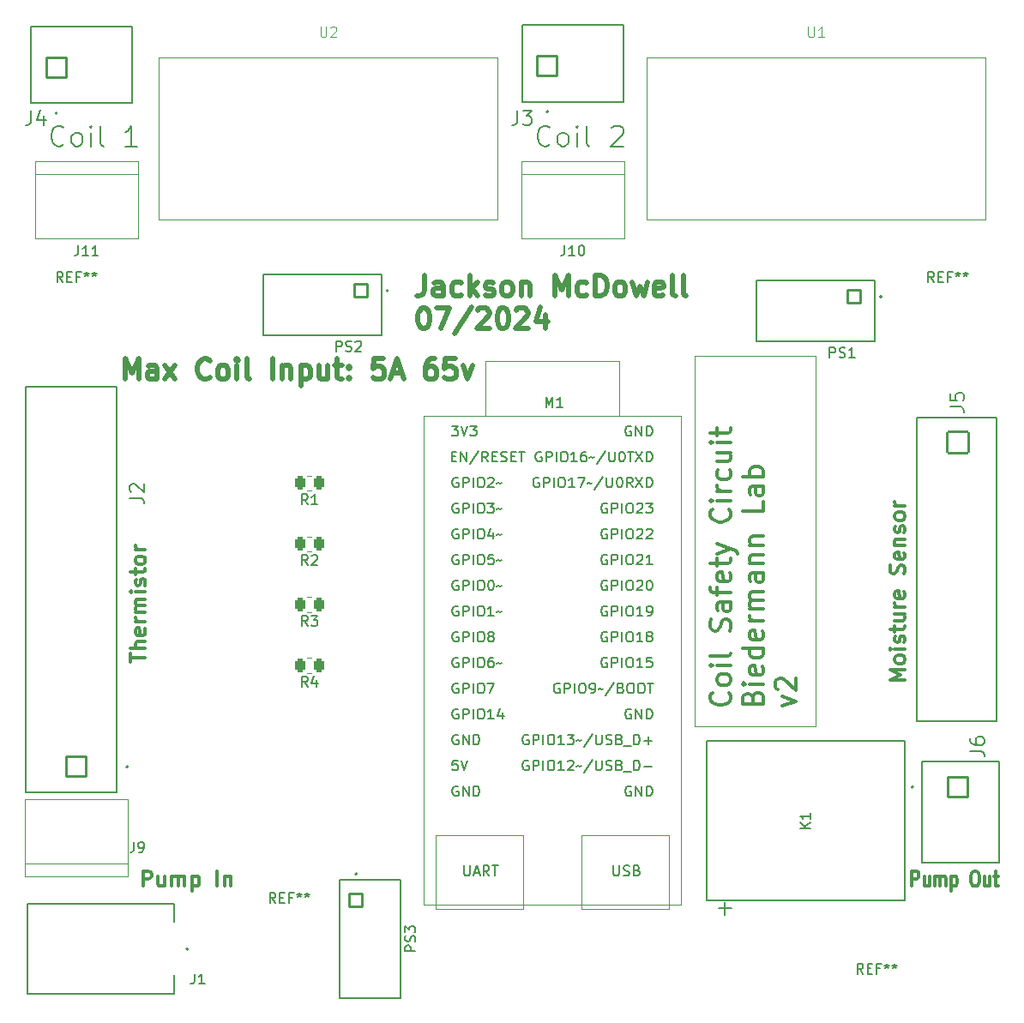
<source format=gbr>
G04 #@! TF.GenerationSoftware,KiCad,Pcbnew,8.0.3*
G04 #@! TF.CreationDate,2024-07-17T14:24:22-06:00*
G04 #@! TF.ProjectId,coilSafety,636f696c-5361-4666-9574-792e6b696361,v2*
G04 #@! TF.SameCoordinates,Original*
G04 #@! TF.FileFunction,Legend,Top*
G04 #@! TF.FilePolarity,Positive*
%FSLAX46Y46*%
G04 Gerber Fmt 4.6, Leading zero omitted, Abs format (unit mm)*
G04 Created by KiCad (PCBNEW 8.0.3) date 2024-07-17 14:24:22*
%MOMM*%
%LPD*%
G01*
G04 APERTURE LIST*
G04 Aperture macros list*
%AMRoundRect*
0 Rectangle with rounded corners*
0 $1 Rounding radius*
0 $2 $3 $4 $5 $6 $7 $8 $9 X,Y pos of 4 corners*
0 Add a 4 corners polygon primitive as box body*
4,1,4,$2,$3,$4,$5,$6,$7,$8,$9,$2,$3,0*
0 Add four circle primitives for the rounded corners*
1,1,$1+$1,$2,$3*
1,1,$1+$1,$4,$5*
1,1,$1+$1,$6,$7*
1,1,$1+$1,$8,$9*
0 Add four rect primitives between the rounded corners*
20,1,$1+$1,$2,$3,$4,$5,0*
20,1,$1+$1,$4,$5,$6,$7,0*
20,1,$1+$1,$6,$7,$8,$9,0*
20,1,$1+$1,$8,$9,$2,$3,0*%
G04 Aperture macros list end*
%ADD10C,0.500000*%
%ADD11C,0.300000*%
%ADD12C,0.200000*%
%ADD13C,0.100000*%
%ADD14C,0.150000*%
%ADD15C,0.127000*%
%ADD16C,0.120000*%
%ADD17C,0.152400*%
%ADD18RoundRect,0.102000X-0.975000X-0.975000X0.975000X-0.975000X0.975000X0.975000X-0.975000X0.975000X0*%
%ADD19C,2.154000*%
%ADD20R,3.000000X3.000000*%
%ADD21C,3.000000*%
%ADD22C,4.300000*%
%ADD23RoundRect,0.250000X0.262500X0.450000X-0.262500X0.450000X-0.262500X-0.450000X0.262500X-0.450000X0*%
%ADD24C,2.000000*%
%ADD25R,2.500000X4.500000*%
%ADD26RoundRect,0.102000X0.644000X0.644000X-0.644000X0.644000X-0.644000X-0.644000X0.644000X-0.644000X0*%
%ADD27C,1.492000*%
%ADD28RoundRect,0.102000X-0.644000X0.644000X-0.644000X-0.644000X0.644000X-0.644000X0.644000X0.644000X0*%
%ADD29RoundRect,0.102000X0.975000X-0.975000X0.975000X0.975000X-0.975000X0.975000X-0.975000X-0.975000X0*%
%ADD30R,2.000000X1.200000*%
%ADD31O,2.000000X1.200000*%
%ADD32R,1.803400X1.803400*%
%ADD33C,1.803400*%
%ADD34O,2.454000X4.704000*%
%ADD35RoundRect,0.102000X-1.050000X1.050000X-1.050000X-1.050000X1.050000X-1.050000X1.050000X1.050000X0*%
%ADD36C,2.304000*%
%ADD37RoundRect,0.102000X-0.975000X0.975000X-0.975000X-0.975000X0.975000X-0.975000X0.975000X0.975000X0*%
G04 APERTURE END LIST*
D10*
X142376566Y-77509350D02*
X142376566Y-78937921D01*
X142376566Y-78937921D02*
X142281327Y-79223635D01*
X142281327Y-79223635D02*
X142090851Y-79414112D01*
X142090851Y-79414112D02*
X141805137Y-79509350D01*
X141805137Y-79509350D02*
X141614661Y-79509350D01*
X144186090Y-79509350D02*
X144186090Y-78461731D01*
X144186090Y-78461731D02*
X144090852Y-78271254D01*
X144090852Y-78271254D02*
X143900376Y-78176016D01*
X143900376Y-78176016D02*
X143519423Y-78176016D01*
X143519423Y-78176016D02*
X143328947Y-78271254D01*
X144186090Y-79414112D02*
X143995614Y-79509350D01*
X143995614Y-79509350D02*
X143519423Y-79509350D01*
X143519423Y-79509350D02*
X143328947Y-79414112D01*
X143328947Y-79414112D02*
X143233709Y-79223635D01*
X143233709Y-79223635D02*
X143233709Y-79033159D01*
X143233709Y-79033159D02*
X143328947Y-78842683D01*
X143328947Y-78842683D02*
X143519423Y-78747445D01*
X143519423Y-78747445D02*
X143995614Y-78747445D01*
X143995614Y-78747445D02*
X144186090Y-78652207D01*
X145995614Y-79414112D02*
X145805138Y-79509350D01*
X145805138Y-79509350D02*
X145424185Y-79509350D01*
X145424185Y-79509350D02*
X145233709Y-79414112D01*
X145233709Y-79414112D02*
X145138471Y-79318873D01*
X145138471Y-79318873D02*
X145043233Y-79128397D01*
X145043233Y-79128397D02*
X145043233Y-78556969D01*
X145043233Y-78556969D02*
X145138471Y-78366492D01*
X145138471Y-78366492D02*
X145233709Y-78271254D01*
X145233709Y-78271254D02*
X145424185Y-78176016D01*
X145424185Y-78176016D02*
X145805138Y-78176016D01*
X145805138Y-78176016D02*
X145995614Y-78271254D01*
X146852757Y-79509350D02*
X146852757Y-77509350D01*
X147043233Y-78747445D02*
X147614662Y-79509350D01*
X147614662Y-78176016D02*
X146852757Y-78937921D01*
X148376567Y-79414112D02*
X148567043Y-79509350D01*
X148567043Y-79509350D02*
X148947995Y-79509350D01*
X148947995Y-79509350D02*
X149138472Y-79414112D01*
X149138472Y-79414112D02*
X149233710Y-79223635D01*
X149233710Y-79223635D02*
X149233710Y-79128397D01*
X149233710Y-79128397D02*
X149138472Y-78937921D01*
X149138472Y-78937921D02*
X148947995Y-78842683D01*
X148947995Y-78842683D02*
X148662281Y-78842683D01*
X148662281Y-78842683D02*
X148471805Y-78747445D01*
X148471805Y-78747445D02*
X148376567Y-78556969D01*
X148376567Y-78556969D02*
X148376567Y-78461731D01*
X148376567Y-78461731D02*
X148471805Y-78271254D01*
X148471805Y-78271254D02*
X148662281Y-78176016D01*
X148662281Y-78176016D02*
X148947995Y-78176016D01*
X148947995Y-78176016D02*
X149138472Y-78271254D01*
X150376567Y-79509350D02*
X150186091Y-79414112D01*
X150186091Y-79414112D02*
X150090853Y-79318873D01*
X150090853Y-79318873D02*
X149995615Y-79128397D01*
X149995615Y-79128397D02*
X149995615Y-78556969D01*
X149995615Y-78556969D02*
X150090853Y-78366492D01*
X150090853Y-78366492D02*
X150186091Y-78271254D01*
X150186091Y-78271254D02*
X150376567Y-78176016D01*
X150376567Y-78176016D02*
X150662282Y-78176016D01*
X150662282Y-78176016D02*
X150852758Y-78271254D01*
X150852758Y-78271254D02*
X150947996Y-78366492D01*
X150947996Y-78366492D02*
X151043234Y-78556969D01*
X151043234Y-78556969D02*
X151043234Y-79128397D01*
X151043234Y-79128397D02*
X150947996Y-79318873D01*
X150947996Y-79318873D02*
X150852758Y-79414112D01*
X150852758Y-79414112D02*
X150662282Y-79509350D01*
X150662282Y-79509350D02*
X150376567Y-79509350D01*
X151900377Y-78176016D02*
X151900377Y-79509350D01*
X151900377Y-78366492D02*
X151995615Y-78271254D01*
X151995615Y-78271254D02*
X152186091Y-78176016D01*
X152186091Y-78176016D02*
X152471806Y-78176016D01*
X152471806Y-78176016D02*
X152662282Y-78271254D01*
X152662282Y-78271254D02*
X152757520Y-78461731D01*
X152757520Y-78461731D02*
X152757520Y-79509350D01*
X155233711Y-79509350D02*
X155233711Y-77509350D01*
X155233711Y-77509350D02*
X155900378Y-78937921D01*
X155900378Y-78937921D02*
X156567044Y-77509350D01*
X156567044Y-77509350D02*
X156567044Y-79509350D01*
X158376568Y-79414112D02*
X158186092Y-79509350D01*
X158186092Y-79509350D02*
X157805139Y-79509350D01*
X157805139Y-79509350D02*
X157614663Y-79414112D01*
X157614663Y-79414112D02*
X157519425Y-79318873D01*
X157519425Y-79318873D02*
X157424187Y-79128397D01*
X157424187Y-79128397D02*
X157424187Y-78556969D01*
X157424187Y-78556969D02*
X157519425Y-78366492D01*
X157519425Y-78366492D02*
X157614663Y-78271254D01*
X157614663Y-78271254D02*
X157805139Y-78176016D01*
X157805139Y-78176016D02*
X158186092Y-78176016D01*
X158186092Y-78176016D02*
X158376568Y-78271254D01*
X159233711Y-79509350D02*
X159233711Y-77509350D01*
X159233711Y-77509350D02*
X159709901Y-77509350D01*
X159709901Y-77509350D02*
X159995616Y-77604588D01*
X159995616Y-77604588D02*
X160186092Y-77795064D01*
X160186092Y-77795064D02*
X160281330Y-77985540D01*
X160281330Y-77985540D02*
X160376568Y-78366492D01*
X160376568Y-78366492D02*
X160376568Y-78652207D01*
X160376568Y-78652207D02*
X160281330Y-79033159D01*
X160281330Y-79033159D02*
X160186092Y-79223635D01*
X160186092Y-79223635D02*
X159995616Y-79414112D01*
X159995616Y-79414112D02*
X159709901Y-79509350D01*
X159709901Y-79509350D02*
X159233711Y-79509350D01*
X161519425Y-79509350D02*
X161328949Y-79414112D01*
X161328949Y-79414112D02*
X161233711Y-79318873D01*
X161233711Y-79318873D02*
X161138473Y-79128397D01*
X161138473Y-79128397D02*
X161138473Y-78556969D01*
X161138473Y-78556969D02*
X161233711Y-78366492D01*
X161233711Y-78366492D02*
X161328949Y-78271254D01*
X161328949Y-78271254D02*
X161519425Y-78176016D01*
X161519425Y-78176016D02*
X161805140Y-78176016D01*
X161805140Y-78176016D02*
X161995616Y-78271254D01*
X161995616Y-78271254D02*
X162090854Y-78366492D01*
X162090854Y-78366492D02*
X162186092Y-78556969D01*
X162186092Y-78556969D02*
X162186092Y-79128397D01*
X162186092Y-79128397D02*
X162090854Y-79318873D01*
X162090854Y-79318873D02*
X161995616Y-79414112D01*
X161995616Y-79414112D02*
X161805140Y-79509350D01*
X161805140Y-79509350D02*
X161519425Y-79509350D01*
X162852759Y-78176016D02*
X163233711Y-79509350D01*
X163233711Y-79509350D02*
X163614664Y-78556969D01*
X163614664Y-78556969D02*
X163995616Y-79509350D01*
X163995616Y-79509350D02*
X164376568Y-78176016D01*
X165900378Y-79414112D02*
X165709902Y-79509350D01*
X165709902Y-79509350D02*
X165328949Y-79509350D01*
X165328949Y-79509350D02*
X165138473Y-79414112D01*
X165138473Y-79414112D02*
X165043235Y-79223635D01*
X165043235Y-79223635D02*
X165043235Y-78461731D01*
X165043235Y-78461731D02*
X165138473Y-78271254D01*
X165138473Y-78271254D02*
X165328949Y-78176016D01*
X165328949Y-78176016D02*
X165709902Y-78176016D01*
X165709902Y-78176016D02*
X165900378Y-78271254D01*
X165900378Y-78271254D02*
X165995616Y-78461731D01*
X165995616Y-78461731D02*
X165995616Y-78652207D01*
X165995616Y-78652207D02*
X165043235Y-78842683D01*
X167138473Y-79509350D02*
X166947997Y-79414112D01*
X166947997Y-79414112D02*
X166852759Y-79223635D01*
X166852759Y-79223635D02*
X166852759Y-77509350D01*
X168186092Y-79509350D02*
X167995616Y-79414112D01*
X167995616Y-79414112D02*
X167900378Y-79223635D01*
X167900378Y-79223635D02*
X167900378Y-77509350D01*
X142186089Y-80729238D02*
X142376566Y-80729238D01*
X142376566Y-80729238D02*
X142567042Y-80824476D01*
X142567042Y-80824476D02*
X142662280Y-80919714D01*
X142662280Y-80919714D02*
X142757518Y-81110190D01*
X142757518Y-81110190D02*
X142852756Y-81491142D01*
X142852756Y-81491142D02*
X142852756Y-81967333D01*
X142852756Y-81967333D02*
X142757518Y-82348285D01*
X142757518Y-82348285D02*
X142662280Y-82538761D01*
X142662280Y-82538761D02*
X142567042Y-82634000D01*
X142567042Y-82634000D02*
X142376566Y-82729238D01*
X142376566Y-82729238D02*
X142186089Y-82729238D01*
X142186089Y-82729238D02*
X141995613Y-82634000D01*
X141995613Y-82634000D02*
X141900375Y-82538761D01*
X141900375Y-82538761D02*
X141805137Y-82348285D01*
X141805137Y-82348285D02*
X141709899Y-81967333D01*
X141709899Y-81967333D02*
X141709899Y-81491142D01*
X141709899Y-81491142D02*
X141805137Y-81110190D01*
X141805137Y-81110190D02*
X141900375Y-80919714D01*
X141900375Y-80919714D02*
X141995613Y-80824476D01*
X141995613Y-80824476D02*
X142186089Y-80729238D01*
X143519423Y-80729238D02*
X144852756Y-80729238D01*
X144852756Y-80729238D02*
X143995613Y-82729238D01*
X147043232Y-80634000D02*
X145328947Y-83205428D01*
X147614661Y-80919714D02*
X147709899Y-80824476D01*
X147709899Y-80824476D02*
X147900375Y-80729238D01*
X147900375Y-80729238D02*
X148376566Y-80729238D01*
X148376566Y-80729238D02*
X148567042Y-80824476D01*
X148567042Y-80824476D02*
X148662280Y-80919714D01*
X148662280Y-80919714D02*
X148757518Y-81110190D01*
X148757518Y-81110190D02*
X148757518Y-81300666D01*
X148757518Y-81300666D02*
X148662280Y-81586380D01*
X148662280Y-81586380D02*
X147519423Y-82729238D01*
X147519423Y-82729238D02*
X148757518Y-82729238D01*
X149995613Y-80729238D02*
X150186090Y-80729238D01*
X150186090Y-80729238D02*
X150376566Y-80824476D01*
X150376566Y-80824476D02*
X150471804Y-80919714D01*
X150471804Y-80919714D02*
X150567042Y-81110190D01*
X150567042Y-81110190D02*
X150662280Y-81491142D01*
X150662280Y-81491142D02*
X150662280Y-81967333D01*
X150662280Y-81967333D02*
X150567042Y-82348285D01*
X150567042Y-82348285D02*
X150471804Y-82538761D01*
X150471804Y-82538761D02*
X150376566Y-82634000D01*
X150376566Y-82634000D02*
X150186090Y-82729238D01*
X150186090Y-82729238D02*
X149995613Y-82729238D01*
X149995613Y-82729238D02*
X149805137Y-82634000D01*
X149805137Y-82634000D02*
X149709899Y-82538761D01*
X149709899Y-82538761D02*
X149614661Y-82348285D01*
X149614661Y-82348285D02*
X149519423Y-81967333D01*
X149519423Y-81967333D02*
X149519423Y-81491142D01*
X149519423Y-81491142D02*
X149614661Y-81110190D01*
X149614661Y-81110190D02*
X149709899Y-80919714D01*
X149709899Y-80919714D02*
X149805137Y-80824476D01*
X149805137Y-80824476D02*
X149995613Y-80729238D01*
X151424185Y-80919714D02*
X151519423Y-80824476D01*
X151519423Y-80824476D02*
X151709899Y-80729238D01*
X151709899Y-80729238D02*
X152186090Y-80729238D01*
X152186090Y-80729238D02*
X152376566Y-80824476D01*
X152376566Y-80824476D02*
X152471804Y-80919714D01*
X152471804Y-80919714D02*
X152567042Y-81110190D01*
X152567042Y-81110190D02*
X152567042Y-81300666D01*
X152567042Y-81300666D02*
X152471804Y-81586380D01*
X152471804Y-81586380D02*
X151328947Y-82729238D01*
X151328947Y-82729238D02*
X152567042Y-82729238D01*
X154281328Y-81395904D02*
X154281328Y-82729238D01*
X153805137Y-80634000D02*
X153328947Y-82062571D01*
X153328947Y-82062571D02*
X154567042Y-82062571D01*
D11*
X189800828Y-117445489D02*
X188300828Y-117445489D01*
X188300828Y-117445489D02*
X189372257Y-116945489D01*
X189372257Y-116945489D02*
X188300828Y-116445489D01*
X188300828Y-116445489D02*
X189800828Y-116445489D01*
X189800828Y-115516917D02*
X189729400Y-115659774D01*
X189729400Y-115659774D02*
X189657971Y-115731203D01*
X189657971Y-115731203D02*
X189515114Y-115802631D01*
X189515114Y-115802631D02*
X189086542Y-115802631D01*
X189086542Y-115802631D02*
X188943685Y-115731203D01*
X188943685Y-115731203D02*
X188872257Y-115659774D01*
X188872257Y-115659774D02*
X188800828Y-115516917D01*
X188800828Y-115516917D02*
X188800828Y-115302631D01*
X188800828Y-115302631D02*
X188872257Y-115159774D01*
X188872257Y-115159774D02*
X188943685Y-115088346D01*
X188943685Y-115088346D02*
X189086542Y-115016917D01*
X189086542Y-115016917D02*
X189515114Y-115016917D01*
X189515114Y-115016917D02*
X189657971Y-115088346D01*
X189657971Y-115088346D02*
X189729400Y-115159774D01*
X189729400Y-115159774D02*
X189800828Y-115302631D01*
X189800828Y-115302631D02*
X189800828Y-115516917D01*
X189800828Y-114374060D02*
X188800828Y-114374060D01*
X188300828Y-114374060D02*
X188372257Y-114445488D01*
X188372257Y-114445488D02*
X188443685Y-114374060D01*
X188443685Y-114374060D02*
X188372257Y-114302631D01*
X188372257Y-114302631D02*
X188300828Y-114374060D01*
X188300828Y-114374060D02*
X188443685Y-114374060D01*
X189729400Y-113731202D02*
X189800828Y-113588345D01*
X189800828Y-113588345D02*
X189800828Y-113302631D01*
X189800828Y-113302631D02*
X189729400Y-113159774D01*
X189729400Y-113159774D02*
X189586542Y-113088345D01*
X189586542Y-113088345D02*
X189515114Y-113088345D01*
X189515114Y-113088345D02*
X189372257Y-113159774D01*
X189372257Y-113159774D02*
X189300828Y-113302631D01*
X189300828Y-113302631D02*
X189300828Y-113516917D01*
X189300828Y-113516917D02*
X189229400Y-113659774D01*
X189229400Y-113659774D02*
X189086542Y-113731202D01*
X189086542Y-113731202D02*
X189015114Y-113731202D01*
X189015114Y-113731202D02*
X188872257Y-113659774D01*
X188872257Y-113659774D02*
X188800828Y-113516917D01*
X188800828Y-113516917D02*
X188800828Y-113302631D01*
X188800828Y-113302631D02*
X188872257Y-113159774D01*
X188800828Y-112659773D02*
X188800828Y-112088345D01*
X188300828Y-112445488D02*
X189586542Y-112445488D01*
X189586542Y-112445488D02*
X189729400Y-112374059D01*
X189729400Y-112374059D02*
X189800828Y-112231202D01*
X189800828Y-112231202D02*
X189800828Y-112088345D01*
X188800828Y-110945488D02*
X189800828Y-110945488D01*
X188800828Y-111588345D02*
X189586542Y-111588345D01*
X189586542Y-111588345D02*
X189729400Y-111516916D01*
X189729400Y-111516916D02*
X189800828Y-111374059D01*
X189800828Y-111374059D02*
X189800828Y-111159773D01*
X189800828Y-111159773D02*
X189729400Y-111016916D01*
X189729400Y-111016916D02*
X189657971Y-110945488D01*
X189800828Y-110231202D02*
X188800828Y-110231202D01*
X189086542Y-110231202D02*
X188943685Y-110159773D01*
X188943685Y-110159773D02*
X188872257Y-110088345D01*
X188872257Y-110088345D02*
X188800828Y-109945487D01*
X188800828Y-109945487D02*
X188800828Y-109802630D01*
X189729400Y-108731202D02*
X189800828Y-108874059D01*
X189800828Y-108874059D02*
X189800828Y-109159774D01*
X189800828Y-109159774D02*
X189729400Y-109302631D01*
X189729400Y-109302631D02*
X189586542Y-109374059D01*
X189586542Y-109374059D02*
X189015114Y-109374059D01*
X189015114Y-109374059D02*
X188872257Y-109302631D01*
X188872257Y-109302631D02*
X188800828Y-109159774D01*
X188800828Y-109159774D02*
X188800828Y-108874059D01*
X188800828Y-108874059D02*
X188872257Y-108731202D01*
X188872257Y-108731202D02*
X189015114Y-108659774D01*
X189015114Y-108659774D02*
X189157971Y-108659774D01*
X189157971Y-108659774D02*
X189300828Y-109374059D01*
X189729400Y-106945488D02*
X189800828Y-106731203D01*
X189800828Y-106731203D02*
X189800828Y-106374060D01*
X189800828Y-106374060D02*
X189729400Y-106231203D01*
X189729400Y-106231203D02*
X189657971Y-106159774D01*
X189657971Y-106159774D02*
X189515114Y-106088345D01*
X189515114Y-106088345D02*
X189372257Y-106088345D01*
X189372257Y-106088345D02*
X189229400Y-106159774D01*
X189229400Y-106159774D02*
X189157971Y-106231203D01*
X189157971Y-106231203D02*
X189086542Y-106374060D01*
X189086542Y-106374060D02*
X189015114Y-106659774D01*
X189015114Y-106659774D02*
X188943685Y-106802631D01*
X188943685Y-106802631D02*
X188872257Y-106874060D01*
X188872257Y-106874060D02*
X188729400Y-106945488D01*
X188729400Y-106945488D02*
X188586542Y-106945488D01*
X188586542Y-106945488D02*
X188443685Y-106874060D01*
X188443685Y-106874060D02*
X188372257Y-106802631D01*
X188372257Y-106802631D02*
X188300828Y-106659774D01*
X188300828Y-106659774D02*
X188300828Y-106302631D01*
X188300828Y-106302631D02*
X188372257Y-106088345D01*
X189729400Y-104874060D02*
X189800828Y-105016917D01*
X189800828Y-105016917D02*
X189800828Y-105302632D01*
X189800828Y-105302632D02*
X189729400Y-105445489D01*
X189729400Y-105445489D02*
X189586542Y-105516917D01*
X189586542Y-105516917D02*
X189015114Y-105516917D01*
X189015114Y-105516917D02*
X188872257Y-105445489D01*
X188872257Y-105445489D02*
X188800828Y-105302632D01*
X188800828Y-105302632D02*
X188800828Y-105016917D01*
X188800828Y-105016917D02*
X188872257Y-104874060D01*
X188872257Y-104874060D02*
X189015114Y-104802632D01*
X189015114Y-104802632D02*
X189157971Y-104802632D01*
X189157971Y-104802632D02*
X189300828Y-105516917D01*
X188800828Y-104159775D02*
X189800828Y-104159775D01*
X188943685Y-104159775D02*
X188872257Y-104088346D01*
X188872257Y-104088346D02*
X188800828Y-103945489D01*
X188800828Y-103945489D02*
X188800828Y-103731203D01*
X188800828Y-103731203D02*
X188872257Y-103588346D01*
X188872257Y-103588346D02*
X189015114Y-103516918D01*
X189015114Y-103516918D02*
X189800828Y-103516918D01*
X189729400Y-102874060D02*
X189800828Y-102731203D01*
X189800828Y-102731203D02*
X189800828Y-102445489D01*
X189800828Y-102445489D02*
X189729400Y-102302632D01*
X189729400Y-102302632D02*
X189586542Y-102231203D01*
X189586542Y-102231203D02*
X189515114Y-102231203D01*
X189515114Y-102231203D02*
X189372257Y-102302632D01*
X189372257Y-102302632D02*
X189300828Y-102445489D01*
X189300828Y-102445489D02*
X189300828Y-102659775D01*
X189300828Y-102659775D02*
X189229400Y-102802632D01*
X189229400Y-102802632D02*
X189086542Y-102874060D01*
X189086542Y-102874060D02*
X189015114Y-102874060D01*
X189015114Y-102874060D02*
X188872257Y-102802632D01*
X188872257Y-102802632D02*
X188800828Y-102659775D01*
X188800828Y-102659775D02*
X188800828Y-102445489D01*
X188800828Y-102445489D02*
X188872257Y-102302632D01*
X189800828Y-101374060D02*
X189729400Y-101516917D01*
X189729400Y-101516917D02*
X189657971Y-101588346D01*
X189657971Y-101588346D02*
X189515114Y-101659774D01*
X189515114Y-101659774D02*
X189086542Y-101659774D01*
X189086542Y-101659774D02*
X188943685Y-101588346D01*
X188943685Y-101588346D02*
X188872257Y-101516917D01*
X188872257Y-101516917D02*
X188800828Y-101374060D01*
X188800828Y-101374060D02*
X188800828Y-101159774D01*
X188800828Y-101159774D02*
X188872257Y-101016917D01*
X188872257Y-101016917D02*
X188943685Y-100945489D01*
X188943685Y-100945489D02*
X189086542Y-100874060D01*
X189086542Y-100874060D02*
X189515114Y-100874060D01*
X189515114Y-100874060D02*
X189657971Y-100945489D01*
X189657971Y-100945489D02*
X189729400Y-101016917D01*
X189729400Y-101016917D02*
X189800828Y-101159774D01*
X189800828Y-101159774D02*
X189800828Y-101374060D01*
X189800828Y-100231203D02*
X188800828Y-100231203D01*
X189086542Y-100231203D02*
X188943685Y-100159774D01*
X188943685Y-100159774D02*
X188872257Y-100088346D01*
X188872257Y-100088346D02*
X188800828Y-99945488D01*
X188800828Y-99945488D02*
X188800828Y-99802631D01*
X113300828Y-115659774D02*
X113300828Y-114802632D01*
X114800828Y-115231203D02*
X113300828Y-115231203D01*
X114800828Y-114302632D02*
X113300828Y-114302632D01*
X114800828Y-113659775D02*
X114015114Y-113659775D01*
X114015114Y-113659775D02*
X113872257Y-113731203D01*
X113872257Y-113731203D02*
X113800828Y-113874060D01*
X113800828Y-113874060D02*
X113800828Y-114088346D01*
X113800828Y-114088346D02*
X113872257Y-114231203D01*
X113872257Y-114231203D02*
X113943685Y-114302632D01*
X114729400Y-112374060D02*
X114800828Y-112516917D01*
X114800828Y-112516917D02*
X114800828Y-112802632D01*
X114800828Y-112802632D02*
X114729400Y-112945489D01*
X114729400Y-112945489D02*
X114586542Y-113016917D01*
X114586542Y-113016917D02*
X114015114Y-113016917D01*
X114015114Y-113016917D02*
X113872257Y-112945489D01*
X113872257Y-112945489D02*
X113800828Y-112802632D01*
X113800828Y-112802632D02*
X113800828Y-112516917D01*
X113800828Y-112516917D02*
X113872257Y-112374060D01*
X113872257Y-112374060D02*
X114015114Y-112302632D01*
X114015114Y-112302632D02*
X114157971Y-112302632D01*
X114157971Y-112302632D02*
X114300828Y-113016917D01*
X114800828Y-111659775D02*
X113800828Y-111659775D01*
X114086542Y-111659775D02*
X113943685Y-111588346D01*
X113943685Y-111588346D02*
X113872257Y-111516918D01*
X113872257Y-111516918D02*
X113800828Y-111374060D01*
X113800828Y-111374060D02*
X113800828Y-111231203D01*
X114800828Y-110731204D02*
X113800828Y-110731204D01*
X113943685Y-110731204D02*
X113872257Y-110659775D01*
X113872257Y-110659775D02*
X113800828Y-110516918D01*
X113800828Y-110516918D02*
X113800828Y-110302632D01*
X113800828Y-110302632D02*
X113872257Y-110159775D01*
X113872257Y-110159775D02*
X114015114Y-110088347D01*
X114015114Y-110088347D02*
X114800828Y-110088347D01*
X114015114Y-110088347D02*
X113872257Y-110016918D01*
X113872257Y-110016918D02*
X113800828Y-109874061D01*
X113800828Y-109874061D02*
X113800828Y-109659775D01*
X113800828Y-109659775D02*
X113872257Y-109516918D01*
X113872257Y-109516918D02*
X114015114Y-109445489D01*
X114015114Y-109445489D02*
X114800828Y-109445489D01*
X114800828Y-108731204D02*
X113800828Y-108731204D01*
X113300828Y-108731204D02*
X113372257Y-108802632D01*
X113372257Y-108802632D02*
X113443685Y-108731204D01*
X113443685Y-108731204D02*
X113372257Y-108659775D01*
X113372257Y-108659775D02*
X113300828Y-108731204D01*
X113300828Y-108731204D02*
X113443685Y-108731204D01*
X114729400Y-108088346D02*
X114800828Y-107945489D01*
X114800828Y-107945489D02*
X114800828Y-107659775D01*
X114800828Y-107659775D02*
X114729400Y-107516918D01*
X114729400Y-107516918D02*
X114586542Y-107445489D01*
X114586542Y-107445489D02*
X114515114Y-107445489D01*
X114515114Y-107445489D02*
X114372257Y-107516918D01*
X114372257Y-107516918D02*
X114300828Y-107659775D01*
X114300828Y-107659775D02*
X114300828Y-107874061D01*
X114300828Y-107874061D02*
X114229400Y-108016918D01*
X114229400Y-108016918D02*
X114086542Y-108088346D01*
X114086542Y-108088346D02*
X114015114Y-108088346D01*
X114015114Y-108088346D02*
X113872257Y-108016918D01*
X113872257Y-108016918D02*
X113800828Y-107874061D01*
X113800828Y-107874061D02*
X113800828Y-107659775D01*
X113800828Y-107659775D02*
X113872257Y-107516918D01*
X113800828Y-107016917D02*
X113800828Y-106445489D01*
X113300828Y-106802632D02*
X114586542Y-106802632D01*
X114586542Y-106802632D02*
X114729400Y-106731203D01*
X114729400Y-106731203D02*
X114800828Y-106588346D01*
X114800828Y-106588346D02*
X114800828Y-106445489D01*
X114800828Y-105731203D02*
X114729400Y-105874060D01*
X114729400Y-105874060D02*
X114657971Y-105945489D01*
X114657971Y-105945489D02*
X114515114Y-106016917D01*
X114515114Y-106016917D02*
X114086542Y-106016917D01*
X114086542Y-106016917D02*
X113943685Y-105945489D01*
X113943685Y-105945489D02*
X113872257Y-105874060D01*
X113872257Y-105874060D02*
X113800828Y-105731203D01*
X113800828Y-105731203D02*
X113800828Y-105516917D01*
X113800828Y-105516917D02*
X113872257Y-105374060D01*
X113872257Y-105374060D02*
X113943685Y-105302632D01*
X113943685Y-105302632D02*
X114086542Y-105231203D01*
X114086542Y-105231203D02*
X114515114Y-105231203D01*
X114515114Y-105231203D02*
X114657971Y-105302632D01*
X114657971Y-105302632D02*
X114729400Y-105374060D01*
X114729400Y-105374060D02*
X114800828Y-105516917D01*
X114800828Y-105516917D02*
X114800828Y-105731203D01*
X114800828Y-104588346D02*
X113800828Y-104588346D01*
X114086542Y-104588346D02*
X113943685Y-104516917D01*
X113943685Y-104516917D02*
X113872257Y-104445489D01*
X113872257Y-104445489D02*
X113800828Y-104302631D01*
X113800828Y-104302631D02*
X113800828Y-104159774D01*
D10*
X112805137Y-87729238D02*
X112805137Y-85729238D01*
X112805137Y-85729238D02*
X113471804Y-87157809D01*
X113471804Y-87157809D02*
X114138470Y-85729238D01*
X114138470Y-85729238D02*
X114138470Y-87729238D01*
X115947994Y-87729238D02*
X115947994Y-86681619D01*
X115947994Y-86681619D02*
X115852756Y-86491142D01*
X115852756Y-86491142D02*
X115662280Y-86395904D01*
X115662280Y-86395904D02*
X115281327Y-86395904D01*
X115281327Y-86395904D02*
X115090851Y-86491142D01*
X115947994Y-87634000D02*
X115757518Y-87729238D01*
X115757518Y-87729238D02*
X115281327Y-87729238D01*
X115281327Y-87729238D02*
X115090851Y-87634000D01*
X115090851Y-87634000D02*
X114995613Y-87443523D01*
X114995613Y-87443523D02*
X114995613Y-87253047D01*
X114995613Y-87253047D02*
X115090851Y-87062571D01*
X115090851Y-87062571D02*
X115281327Y-86967333D01*
X115281327Y-86967333D02*
X115757518Y-86967333D01*
X115757518Y-86967333D02*
X115947994Y-86872095D01*
X116709899Y-87729238D02*
X117757518Y-86395904D01*
X116709899Y-86395904D02*
X117757518Y-87729238D01*
X121186090Y-87538761D02*
X121090852Y-87634000D01*
X121090852Y-87634000D02*
X120805138Y-87729238D01*
X120805138Y-87729238D02*
X120614662Y-87729238D01*
X120614662Y-87729238D02*
X120328947Y-87634000D01*
X120328947Y-87634000D02*
X120138471Y-87443523D01*
X120138471Y-87443523D02*
X120043233Y-87253047D01*
X120043233Y-87253047D02*
X119947995Y-86872095D01*
X119947995Y-86872095D02*
X119947995Y-86586380D01*
X119947995Y-86586380D02*
X120043233Y-86205428D01*
X120043233Y-86205428D02*
X120138471Y-86014952D01*
X120138471Y-86014952D02*
X120328947Y-85824476D01*
X120328947Y-85824476D02*
X120614662Y-85729238D01*
X120614662Y-85729238D02*
X120805138Y-85729238D01*
X120805138Y-85729238D02*
X121090852Y-85824476D01*
X121090852Y-85824476D02*
X121186090Y-85919714D01*
X122328947Y-87729238D02*
X122138471Y-87634000D01*
X122138471Y-87634000D02*
X122043233Y-87538761D01*
X122043233Y-87538761D02*
X121947995Y-87348285D01*
X121947995Y-87348285D02*
X121947995Y-86776857D01*
X121947995Y-86776857D02*
X122043233Y-86586380D01*
X122043233Y-86586380D02*
X122138471Y-86491142D01*
X122138471Y-86491142D02*
X122328947Y-86395904D01*
X122328947Y-86395904D02*
X122614662Y-86395904D01*
X122614662Y-86395904D02*
X122805138Y-86491142D01*
X122805138Y-86491142D02*
X122900376Y-86586380D01*
X122900376Y-86586380D02*
X122995614Y-86776857D01*
X122995614Y-86776857D02*
X122995614Y-87348285D01*
X122995614Y-87348285D02*
X122900376Y-87538761D01*
X122900376Y-87538761D02*
X122805138Y-87634000D01*
X122805138Y-87634000D02*
X122614662Y-87729238D01*
X122614662Y-87729238D02*
X122328947Y-87729238D01*
X123852757Y-87729238D02*
X123852757Y-86395904D01*
X123852757Y-85729238D02*
X123757519Y-85824476D01*
X123757519Y-85824476D02*
X123852757Y-85919714D01*
X123852757Y-85919714D02*
X123947995Y-85824476D01*
X123947995Y-85824476D02*
X123852757Y-85729238D01*
X123852757Y-85729238D02*
X123852757Y-85919714D01*
X125090852Y-87729238D02*
X124900376Y-87634000D01*
X124900376Y-87634000D02*
X124805138Y-87443523D01*
X124805138Y-87443523D02*
X124805138Y-85729238D01*
X127376567Y-87729238D02*
X127376567Y-85729238D01*
X128328948Y-86395904D02*
X128328948Y-87729238D01*
X128328948Y-86586380D02*
X128424186Y-86491142D01*
X128424186Y-86491142D02*
X128614662Y-86395904D01*
X128614662Y-86395904D02*
X128900377Y-86395904D01*
X128900377Y-86395904D02*
X129090853Y-86491142D01*
X129090853Y-86491142D02*
X129186091Y-86681619D01*
X129186091Y-86681619D02*
X129186091Y-87729238D01*
X130138472Y-86395904D02*
X130138472Y-88395904D01*
X130138472Y-86491142D02*
X130328948Y-86395904D01*
X130328948Y-86395904D02*
X130709901Y-86395904D01*
X130709901Y-86395904D02*
X130900377Y-86491142D01*
X130900377Y-86491142D02*
X130995615Y-86586380D01*
X130995615Y-86586380D02*
X131090853Y-86776857D01*
X131090853Y-86776857D02*
X131090853Y-87348285D01*
X131090853Y-87348285D02*
X130995615Y-87538761D01*
X130995615Y-87538761D02*
X130900377Y-87634000D01*
X130900377Y-87634000D02*
X130709901Y-87729238D01*
X130709901Y-87729238D02*
X130328948Y-87729238D01*
X130328948Y-87729238D02*
X130138472Y-87634000D01*
X132805139Y-86395904D02*
X132805139Y-87729238D01*
X131947996Y-86395904D02*
X131947996Y-87443523D01*
X131947996Y-87443523D02*
X132043234Y-87634000D01*
X132043234Y-87634000D02*
X132233710Y-87729238D01*
X132233710Y-87729238D02*
X132519425Y-87729238D01*
X132519425Y-87729238D02*
X132709901Y-87634000D01*
X132709901Y-87634000D02*
X132805139Y-87538761D01*
X133471806Y-86395904D02*
X134233710Y-86395904D01*
X133757520Y-85729238D02*
X133757520Y-87443523D01*
X133757520Y-87443523D02*
X133852758Y-87634000D01*
X133852758Y-87634000D02*
X134043234Y-87729238D01*
X134043234Y-87729238D02*
X134233710Y-87729238D01*
X134900377Y-87538761D02*
X134995615Y-87634000D01*
X134995615Y-87634000D02*
X134900377Y-87729238D01*
X134900377Y-87729238D02*
X134805139Y-87634000D01*
X134805139Y-87634000D02*
X134900377Y-87538761D01*
X134900377Y-87538761D02*
X134900377Y-87729238D01*
X134900377Y-86491142D02*
X134995615Y-86586380D01*
X134995615Y-86586380D02*
X134900377Y-86681619D01*
X134900377Y-86681619D02*
X134805139Y-86586380D01*
X134805139Y-86586380D02*
X134900377Y-86491142D01*
X134900377Y-86491142D02*
X134900377Y-86681619D01*
X138328949Y-85729238D02*
X137376568Y-85729238D01*
X137376568Y-85729238D02*
X137281330Y-86681619D01*
X137281330Y-86681619D02*
X137376568Y-86586380D01*
X137376568Y-86586380D02*
X137567044Y-86491142D01*
X137567044Y-86491142D02*
X138043235Y-86491142D01*
X138043235Y-86491142D02*
X138233711Y-86586380D01*
X138233711Y-86586380D02*
X138328949Y-86681619D01*
X138328949Y-86681619D02*
X138424187Y-86872095D01*
X138424187Y-86872095D02*
X138424187Y-87348285D01*
X138424187Y-87348285D02*
X138328949Y-87538761D01*
X138328949Y-87538761D02*
X138233711Y-87634000D01*
X138233711Y-87634000D02*
X138043235Y-87729238D01*
X138043235Y-87729238D02*
X137567044Y-87729238D01*
X137567044Y-87729238D02*
X137376568Y-87634000D01*
X137376568Y-87634000D02*
X137281330Y-87538761D01*
X139186092Y-87157809D02*
X140138473Y-87157809D01*
X138995616Y-87729238D02*
X139662282Y-85729238D01*
X139662282Y-85729238D02*
X140328949Y-87729238D01*
X143376569Y-85729238D02*
X142995616Y-85729238D01*
X142995616Y-85729238D02*
X142805140Y-85824476D01*
X142805140Y-85824476D02*
X142709902Y-85919714D01*
X142709902Y-85919714D02*
X142519426Y-86205428D01*
X142519426Y-86205428D02*
X142424188Y-86586380D01*
X142424188Y-86586380D02*
X142424188Y-87348285D01*
X142424188Y-87348285D02*
X142519426Y-87538761D01*
X142519426Y-87538761D02*
X142614664Y-87634000D01*
X142614664Y-87634000D02*
X142805140Y-87729238D01*
X142805140Y-87729238D02*
X143186093Y-87729238D01*
X143186093Y-87729238D02*
X143376569Y-87634000D01*
X143376569Y-87634000D02*
X143471807Y-87538761D01*
X143471807Y-87538761D02*
X143567045Y-87348285D01*
X143567045Y-87348285D02*
X143567045Y-86872095D01*
X143567045Y-86872095D02*
X143471807Y-86681619D01*
X143471807Y-86681619D02*
X143376569Y-86586380D01*
X143376569Y-86586380D02*
X143186093Y-86491142D01*
X143186093Y-86491142D02*
X142805140Y-86491142D01*
X142805140Y-86491142D02*
X142614664Y-86586380D01*
X142614664Y-86586380D02*
X142519426Y-86681619D01*
X142519426Y-86681619D02*
X142424188Y-86872095D01*
X145376569Y-85729238D02*
X144424188Y-85729238D01*
X144424188Y-85729238D02*
X144328950Y-86681619D01*
X144328950Y-86681619D02*
X144424188Y-86586380D01*
X144424188Y-86586380D02*
X144614664Y-86491142D01*
X144614664Y-86491142D02*
X145090855Y-86491142D01*
X145090855Y-86491142D02*
X145281331Y-86586380D01*
X145281331Y-86586380D02*
X145376569Y-86681619D01*
X145376569Y-86681619D02*
X145471807Y-86872095D01*
X145471807Y-86872095D02*
X145471807Y-87348285D01*
X145471807Y-87348285D02*
X145376569Y-87538761D01*
X145376569Y-87538761D02*
X145281331Y-87634000D01*
X145281331Y-87634000D02*
X145090855Y-87729238D01*
X145090855Y-87729238D02*
X144614664Y-87729238D01*
X144614664Y-87729238D02*
X144424188Y-87634000D01*
X144424188Y-87634000D02*
X144328950Y-87538761D01*
X146138474Y-86395904D02*
X146614664Y-87729238D01*
X146614664Y-87729238D02*
X147090855Y-86395904D01*
D11*
X114554510Y-137800828D02*
X114554510Y-136300828D01*
X114554510Y-136300828D02*
X115125939Y-136300828D01*
X115125939Y-136300828D02*
X115268796Y-136372257D01*
X115268796Y-136372257D02*
X115340225Y-136443685D01*
X115340225Y-136443685D02*
X115411653Y-136586542D01*
X115411653Y-136586542D02*
X115411653Y-136800828D01*
X115411653Y-136800828D02*
X115340225Y-136943685D01*
X115340225Y-136943685D02*
X115268796Y-137015114D01*
X115268796Y-137015114D02*
X115125939Y-137086542D01*
X115125939Y-137086542D02*
X114554510Y-137086542D01*
X116697368Y-136800828D02*
X116697368Y-137800828D01*
X116054510Y-136800828D02*
X116054510Y-137586542D01*
X116054510Y-137586542D02*
X116125939Y-137729400D01*
X116125939Y-137729400D02*
X116268796Y-137800828D01*
X116268796Y-137800828D02*
X116483082Y-137800828D01*
X116483082Y-137800828D02*
X116625939Y-137729400D01*
X116625939Y-137729400D02*
X116697368Y-137657971D01*
X117411653Y-137800828D02*
X117411653Y-136800828D01*
X117411653Y-136943685D02*
X117483082Y-136872257D01*
X117483082Y-136872257D02*
X117625939Y-136800828D01*
X117625939Y-136800828D02*
X117840225Y-136800828D01*
X117840225Y-136800828D02*
X117983082Y-136872257D01*
X117983082Y-136872257D02*
X118054511Y-137015114D01*
X118054511Y-137015114D02*
X118054511Y-137800828D01*
X118054511Y-137015114D02*
X118125939Y-136872257D01*
X118125939Y-136872257D02*
X118268796Y-136800828D01*
X118268796Y-136800828D02*
X118483082Y-136800828D01*
X118483082Y-136800828D02*
X118625939Y-136872257D01*
X118625939Y-136872257D02*
X118697368Y-137015114D01*
X118697368Y-137015114D02*
X118697368Y-137800828D01*
X119411653Y-136800828D02*
X119411653Y-138300828D01*
X119411653Y-136872257D02*
X119554511Y-136800828D01*
X119554511Y-136800828D02*
X119840225Y-136800828D01*
X119840225Y-136800828D02*
X119983082Y-136872257D01*
X119983082Y-136872257D02*
X120054511Y-136943685D01*
X120054511Y-136943685D02*
X120125939Y-137086542D01*
X120125939Y-137086542D02*
X120125939Y-137515114D01*
X120125939Y-137515114D02*
X120054511Y-137657971D01*
X120054511Y-137657971D02*
X119983082Y-137729400D01*
X119983082Y-137729400D02*
X119840225Y-137800828D01*
X119840225Y-137800828D02*
X119554511Y-137800828D01*
X119554511Y-137800828D02*
X119411653Y-137729400D01*
X121911653Y-137800828D02*
X121911653Y-136300828D01*
X122625939Y-136800828D02*
X122625939Y-137800828D01*
X122625939Y-136943685D02*
X122697368Y-136872257D01*
X122697368Y-136872257D02*
X122840225Y-136800828D01*
X122840225Y-136800828D02*
X123054511Y-136800828D01*
X123054511Y-136800828D02*
X123197368Y-136872257D01*
X123197368Y-136872257D02*
X123268797Y-137015114D01*
X123268797Y-137015114D02*
X123268797Y-137800828D01*
X190483082Y-137800828D02*
X190483082Y-136300828D01*
X190483082Y-136300828D02*
X190940225Y-136300828D01*
X190940225Y-136300828D02*
X191054510Y-136372257D01*
X191054510Y-136372257D02*
X191111653Y-136443685D01*
X191111653Y-136443685D02*
X191168796Y-136586542D01*
X191168796Y-136586542D02*
X191168796Y-136800828D01*
X191168796Y-136800828D02*
X191111653Y-136943685D01*
X191111653Y-136943685D02*
X191054510Y-137015114D01*
X191054510Y-137015114D02*
X190940225Y-137086542D01*
X190940225Y-137086542D02*
X190483082Y-137086542D01*
X192197368Y-136800828D02*
X192197368Y-137800828D01*
X191683082Y-136800828D02*
X191683082Y-137586542D01*
X191683082Y-137586542D02*
X191740225Y-137729400D01*
X191740225Y-137729400D02*
X191854510Y-137800828D01*
X191854510Y-137800828D02*
X192025939Y-137800828D01*
X192025939Y-137800828D02*
X192140225Y-137729400D01*
X192140225Y-137729400D02*
X192197368Y-137657971D01*
X192768796Y-137800828D02*
X192768796Y-136800828D01*
X192768796Y-136943685D02*
X192825939Y-136872257D01*
X192825939Y-136872257D02*
X192940224Y-136800828D01*
X192940224Y-136800828D02*
X193111653Y-136800828D01*
X193111653Y-136800828D02*
X193225939Y-136872257D01*
X193225939Y-136872257D02*
X193283082Y-137015114D01*
X193283082Y-137015114D02*
X193283082Y-137800828D01*
X193283082Y-137015114D02*
X193340224Y-136872257D01*
X193340224Y-136872257D02*
X193454510Y-136800828D01*
X193454510Y-136800828D02*
X193625939Y-136800828D01*
X193625939Y-136800828D02*
X193740224Y-136872257D01*
X193740224Y-136872257D02*
X193797367Y-137015114D01*
X193797367Y-137015114D02*
X193797367Y-137800828D01*
X194368796Y-136800828D02*
X194368796Y-138300828D01*
X194368796Y-136872257D02*
X194483082Y-136800828D01*
X194483082Y-136800828D02*
X194711653Y-136800828D01*
X194711653Y-136800828D02*
X194825939Y-136872257D01*
X194825939Y-136872257D02*
X194883082Y-136943685D01*
X194883082Y-136943685D02*
X194940224Y-137086542D01*
X194940224Y-137086542D02*
X194940224Y-137515114D01*
X194940224Y-137515114D02*
X194883082Y-137657971D01*
X194883082Y-137657971D02*
X194825939Y-137729400D01*
X194825939Y-137729400D02*
X194711653Y-137800828D01*
X194711653Y-137800828D02*
X194483082Y-137800828D01*
X194483082Y-137800828D02*
X194368796Y-137729400D01*
X196597367Y-136300828D02*
X196825939Y-136300828D01*
X196825939Y-136300828D02*
X196940224Y-136372257D01*
X196940224Y-136372257D02*
X197054510Y-136515114D01*
X197054510Y-136515114D02*
X197111653Y-136800828D01*
X197111653Y-136800828D02*
X197111653Y-137300828D01*
X197111653Y-137300828D02*
X197054510Y-137586542D01*
X197054510Y-137586542D02*
X196940224Y-137729400D01*
X196940224Y-137729400D02*
X196825939Y-137800828D01*
X196825939Y-137800828D02*
X196597367Y-137800828D01*
X196597367Y-137800828D02*
X196483082Y-137729400D01*
X196483082Y-137729400D02*
X196368796Y-137586542D01*
X196368796Y-137586542D02*
X196311653Y-137300828D01*
X196311653Y-137300828D02*
X196311653Y-136800828D01*
X196311653Y-136800828D02*
X196368796Y-136515114D01*
X196368796Y-136515114D02*
X196483082Y-136372257D01*
X196483082Y-136372257D02*
X196597367Y-136300828D01*
X198140225Y-136800828D02*
X198140225Y-137800828D01*
X197625939Y-136800828D02*
X197625939Y-137586542D01*
X197625939Y-137586542D02*
X197683082Y-137729400D01*
X197683082Y-137729400D02*
X197797367Y-137800828D01*
X197797367Y-137800828D02*
X197968796Y-137800828D01*
X197968796Y-137800828D02*
X198083082Y-137729400D01*
X198083082Y-137729400D02*
X198140225Y-137657971D01*
X198540224Y-136800828D02*
X198997367Y-136800828D01*
X198711653Y-136300828D02*
X198711653Y-137586542D01*
X198711653Y-137586542D02*
X198768796Y-137729400D01*
X198768796Y-137729400D02*
X198883081Y-137800828D01*
X198883081Y-137800828D02*
X198997367Y-137800828D01*
D12*
X154750625Y-64554361D02*
X154655387Y-64649600D01*
X154655387Y-64649600D02*
X154369673Y-64744838D01*
X154369673Y-64744838D02*
X154179197Y-64744838D01*
X154179197Y-64744838D02*
X153893482Y-64649600D01*
X153893482Y-64649600D02*
X153703006Y-64459123D01*
X153703006Y-64459123D02*
X153607768Y-64268647D01*
X153607768Y-64268647D02*
X153512530Y-63887695D01*
X153512530Y-63887695D02*
X153512530Y-63601980D01*
X153512530Y-63601980D02*
X153607768Y-63221028D01*
X153607768Y-63221028D02*
X153703006Y-63030552D01*
X153703006Y-63030552D02*
X153893482Y-62840076D01*
X153893482Y-62840076D02*
X154179197Y-62744838D01*
X154179197Y-62744838D02*
X154369673Y-62744838D01*
X154369673Y-62744838D02*
X154655387Y-62840076D01*
X154655387Y-62840076D02*
X154750625Y-62935314D01*
X155893482Y-64744838D02*
X155703006Y-64649600D01*
X155703006Y-64649600D02*
X155607768Y-64554361D01*
X155607768Y-64554361D02*
X155512530Y-64363885D01*
X155512530Y-64363885D02*
X155512530Y-63792457D01*
X155512530Y-63792457D02*
X155607768Y-63601980D01*
X155607768Y-63601980D02*
X155703006Y-63506742D01*
X155703006Y-63506742D02*
X155893482Y-63411504D01*
X155893482Y-63411504D02*
X156179197Y-63411504D01*
X156179197Y-63411504D02*
X156369673Y-63506742D01*
X156369673Y-63506742D02*
X156464911Y-63601980D01*
X156464911Y-63601980D02*
X156560149Y-63792457D01*
X156560149Y-63792457D02*
X156560149Y-64363885D01*
X156560149Y-64363885D02*
X156464911Y-64554361D01*
X156464911Y-64554361D02*
X156369673Y-64649600D01*
X156369673Y-64649600D02*
X156179197Y-64744838D01*
X156179197Y-64744838D02*
X155893482Y-64744838D01*
X157417292Y-64744838D02*
X157417292Y-63411504D01*
X157417292Y-62744838D02*
X157322054Y-62840076D01*
X157322054Y-62840076D02*
X157417292Y-62935314D01*
X157417292Y-62935314D02*
X157512530Y-62840076D01*
X157512530Y-62840076D02*
X157417292Y-62744838D01*
X157417292Y-62744838D02*
X157417292Y-62935314D01*
X158655387Y-64744838D02*
X158464911Y-64649600D01*
X158464911Y-64649600D02*
X158369673Y-64459123D01*
X158369673Y-64459123D02*
X158369673Y-62744838D01*
X160845864Y-62935314D02*
X160941102Y-62840076D01*
X160941102Y-62840076D02*
X161131578Y-62744838D01*
X161131578Y-62744838D02*
X161607769Y-62744838D01*
X161607769Y-62744838D02*
X161798245Y-62840076D01*
X161798245Y-62840076D02*
X161893483Y-62935314D01*
X161893483Y-62935314D02*
X161988721Y-63125790D01*
X161988721Y-63125790D02*
X161988721Y-63316266D01*
X161988721Y-63316266D02*
X161893483Y-63601980D01*
X161893483Y-63601980D02*
X160750626Y-64744838D01*
X160750626Y-64744838D02*
X161988721Y-64744838D01*
X106750625Y-64554361D02*
X106655387Y-64649600D01*
X106655387Y-64649600D02*
X106369673Y-64744838D01*
X106369673Y-64744838D02*
X106179197Y-64744838D01*
X106179197Y-64744838D02*
X105893482Y-64649600D01*
X105893482Y-64649600D02*
X105703006Y-64459123D01*
X105703006Y-64459123D02*
X105607768Y-64268647D01*
X105607768Y-64268647D02*
X105512530Y-63887695D01*
X105512530Y-63887695D02*
X105512530Y-63601980D01*
X105512530Y-63601980D02*
X105607768Y-63221028D01*
X105607768Y-63221028D02*
X105703006Y-63030552D01*
X105703006Y-63030552D02*
X105893482Y-62840076D01*
X105893482Y-62840076D02*
X106179197Y-62744838D01*
X106179197Y-62744838D02*
X106369673Y-62744838D01*
X106369673Y-62744838D02*
X106655387Y-62840076D01*
X106655387Y-62840076D02*
X106750625Y-62935314D01*
X107893482Y-64744838D02*
X107703006Y-64649600D01*
X107703006Y-64649600D02*
X107607768Y-64554361D01*
X107607768Y-64554361D02*
X107512530Y-64363885D01*
X107512530Y-64363885D02*
X107512530Y-63792457D01*
X107512530Y-63792457D02*
X107607768Y-63601980D01*
X107607768Y-63601980D02*
X107703006Y-63506742D01*
X107703006Y-63506742D02*
X107893482Y-63411504D01*
X107893482Y-63411504D02*
X108179197Y-63411504D01*
X108179197Y-63411504D02*
X108369673Y-63506742D01*
X108369673Y-63506742D02*
X108464911Y-63601980D01*
X108464911Y-63601980D02*
X108560149Y-63792457D01*
X108560149Y-63792457D02*
X108560149Y-64363885D01*
X108560149Y-64363885D02*
X108464911Y-64554361D01*
X108464911Y-64554361D02*
X108369673Y-64649600D01*
X108369673Y-64649600D02*
X108179197Y-64744838D01*
X108179197Y-64744838D02*
X107893482Y-64744838D01*
X109417292Y-64744838D02*
X109417292Y-63411504D01*
X109417292Y-62744838D02*
X109322054Y-62840076D01*
X109322054Y-62840076D02*
X109417292Y-62935314D01*
X109417292Y-62935314D02*
X109512530Y-62840076D01*
X109512530Y-62840076D02*
X109417292Y-62744838D01*
X109417292Y-62744838D02*
X109417292Y-62935314D01*
X110655387Y-64744838D02*
X110464911Y-64649600D01*
X110464911Y-64649600D02*
X110369673Y-64459123D01*
X110369673Y-64459123D02*
X110369673Y-62744838D01*
X113988721Y-64744838D02*
X112845864Y-64744838D01*
X113417292Y-64744838D02*
X113417292Y-62744838D01*
X113417292Y-62744838D02*
X113226816Y-63030552D01*
X113226816Y-63030552D02*
X113036340Y-63221028D01*
X113036340Y-63221028D02*
X112845864Y-63316266D01*
D11*
X172389161Y-118683584D02*
X172484400Y-118778822D01*
X172484400Y-118778822D02*
X172579638Y-119064536D01*
X172579638Y-119064536D02*
X172579638Y-119255012D01*
X172579638Y-119255012D02*
X172484400Y-119540727D01*
X172484400Y-119540727D02*
X172293923Y-119731203D01*
X172293923Y-119731203D02*
X172103447Y-119826441D01*
X172103447Y-119826441D02*
X171722495Y-119921679D01*
X171722495Y-119921679D02*
X171436780Y-119921679D01*
X171436780Y-119921679D02*
X171055828Y-119826441D01*
X171055828Y-119826441D02*
X170865352Y-119731203D01*
X170865352Y-119731203D02*
X170674876Y-119540727D01*
X170674876Y-119540727D02*
X170579638Y-119255012D01*
X170579638Y-119255012D02*
X170579638Y-119064536D01*
X170579638Y-119064536D02*
X170674876Y-118778822D01*
X170674876Y-118778822D02*
X170770114Y-118683584D01*
X172579638Y-117540727D02*
X172484400Y-117731203D01*
X172484400Y-117731203D02*
X172389161Y-117826441D01*
X172389161Y-117826441D02*
X172198685Y-117921679D01*
X172198685Y-117921679D02*
X171627257Y-117921679D01*
X171627257Y-117921679D02*
X171436780Y-117826441D01*
X171436780Y-117826441D02*
X171341542Y-117731203D01*
X171341542Y-117731203D02*
X171246304Y-117540727D01*
X171246304Y-117540727D02*
X171246304Y-117255012D01*
X171246304Y-117255012D02*
X171341542Y-117064536D01*
X171341542Y-117064536D02*
X171436780Y-116969298D01*
X171436780Y-116969298D02*
X171627257Y-116874060D01*
X171627257Y-116874060D02*
X172198685Y-116874060D01*
X172198685Y-116874060D02*
X172389161Y-116969298D01*
X172389161Y-116969298D02*
X172484400Y-117064536D01*
X172484400Y-117064536D02*
X172579638Y-117255012D01*
X172579638Y-117255012D02*
X172579638Y-117540727D01*
X172579638Y-116016917D02*
X171246304Y-116016917D01*
X170579638Y-116016917D02*
X170674876Y-116112155D01*
X170674876Y-116112155D02*
X170770114Y-116016917D01*
X170770114Y-116016917D02*
X170674876Y-115921679D01*
X170674876Y-115921679D02*
X170579638Y-116016917D01*
X170579638Y-116016917D02*
X170770114Y-116016917D01*
X172579638Y-114778822D02*
X172484400Y-114969298D01*
X172484400Y-114969298D02*
X172293923Y-115064536D01*
X172293923Y-115064536D02*
X170579638Y-115064536D01*
X172484400Y-112588345D02*
X172579638Y-112302631D01*
X172579638Y-112302631D02*
X172579638Y-111826440D01*
X172579638Y-111826440D02*
X172484400Y-111635964D01*
X172484400Y-111635964D02*
X172389161Y-111540726D01*
X172389161Y-111540726D02*
X172198685Y-111445488D01*
X172198685Y-111445488D02*
X172008209Y-111445488D01*
X172008209Y-111445488D02*
X171817733Y-111540726D01*
X171817733Y-111540726D02*
X171722495Y-111635964D01*
X171722495Y-111635964D02*
X171627257Y-111826440D01*
X171627257Y-111826440D02*
X171532019Y-112207393D01*
X171532019Y-112207393D02*
X171436780Y-112397869D01*
X171436780Y-112397869D02*
X171341542Y-112493107D01*
X171341542Y-112493107D02*
X171151066Y-112588345D01*
X171151066Y-112588345D02*
X170960590Y-112588345D01*
X170960590Y-112588345D02*
X170770114Y-112493107D01*
X170770114Y-112493107D02*
X170674876Y-112397869D01*
X170674876Y-112397869D02*
X170579638Y-112207393D01*
X170579638Y-112207393D02*
X170579638Y-111731202D01*
X170579638Y-111731202D02*
X170674876Y-111445488D01*
X172579638Y-109731202D02*
X171532019Y-109731202D01*
X171532019Y-109731202D02*
X171341542Y-109826440D01*
X171341542Y-109826440D02*
X171246304Y-110016916D01*
X171246304Y-110016916D02*
X171246304Y-110397869D01*
X171246304Y-110397869D02*
X171341542Y-110588345D01*
X172484400Y-109731202D02*
X172579638Y-109921678D01*
X172579638Y-109921678D02*
X172579638Y-110397869D01*
X172579638Y-110397869D02*
X172484400Y-110588345D01*
X172484400Y-110588345D02*
X172293923Y-110683583D01*
X172293923Y-110683583D02*
X172103447Y-110683583D01*
X172103447Y-110683583D02*
X171912971Y-110588345D01*
X171912971Y-110588345D02*
X171817733Y-110397869D01*
X171817733Y-110397869D02*
X171817733Y-109921678D01*
X171817733Y-109921678D02*
X171722495Y-109731202D01*
X171246304Y-109064535D02*
X171246304Y-108302631D01*
X172579638Y-108778821D02*
X170865352Y-108778821D01*
X170865352Y-108778821D02*
X170674876Y-108683583D01*
X170674876Y-108683583D02*
X170579638Y-108493107D01*
X170579638Y-108493107D02*
X170579638Y-108302631D01*
X172484400Y-106874059D02*
X172579638Y-107064535D01*
X172579638Y-107064535D02*
X172579638Y-107445488D01*
X172579638Y-107445488D02*
X172484400Y-107635964D01*
X172484400Y-107635964D02*
X172293923Y-107731202D01*
X172293923Y-107731202D02*
X171532019Y-107731202D01*
X171532019Y-107731202D02*
X171341542Y-107635964D01*
X171341542Y-107635964D02*
X171246304Y-107445488D01*
X171246304Y-107445488D02*
X171246304Y-107064535D01*
X171246304Y-107064535D02*
X171341542Y-106874059D01*
X171341542Y-106874059D02*
X171532019Y-106778821D01*
X171532019Y-106778821D02*
X171722495Y-106778821D01*
X171722495Y-106778821D02*
X171912971Y-107731202D01*
X171246304Y-106207392D02*
X171246304Y-105445488D01*
X170579638Y-105921678D02*
X172293923Y-105921678D01*
X172293923Y-105921678D02*
X172484400Y-105826440D01*
X172484400Y-105826440D02*
X172579638Y-105635964D01*
X172579638Y-105635964D02*
X172579638Y-105445488D01*
X171246304Y-104969297D02*
X172579638Y-104493107D01*
X171246304Y-104016916D02*
X172579638Y-104493107D01*
X172579638Y-104493107D02*
X173055828Y-104683583D01*
X173055828Y-104683583D02*
X173151066Y-104778821D01*
X173151066Y-104778821D02*
X173246304Y-104969297D01*
X172389161Y-100588344D02*
X172484400Y-100683582D01*
X172484400Y-100683582D02*
X172579638Y-100969296D01*
X172579638Y-100969296D02*
X172579638Y-101159772D01*
X172579638Y-101159772D02*
X172484400Y-101445487D01*
X172484400Y-101445487D02*
X172293923Y-101635963D01*
X172293923Y-101635963D02*
X172103447Y-101731201D01*
X172103447Y-101731201D02*
X171722495Y-101826439D01*
X171722495Y-101826439D02*
X171436780Y-101826439D01*
X171436780Y-101826439D02*
X171055828Y-101731201D01*
X171055828Y-101731201D02*
X170865352Y-101635963D01*
X170865352Y-101635963D02*
X170674876Y-101445487D01*
X170674876Y-101445487D02*
X170579638Y-101159772D01*
X170579638Y-101159772D02*
X170579638Y-100969296D01*
X170579638Y-100969296D02*
X170674876Y-100683582D01*
X170674876Y-100683582D02*
X170770114Y-100588344D01*
X172579638Y-99731201D02*
X171246304Y-99731201D01*
X170579638Y-99731201D02*
X170674876Y-99826439D01*
X170674876Y-99826439D02*
X170770114Y-99731201D01*
X170770114Y-99731201D02*
X170674876Y-99635963D01*
X170674876Y-99635963D02*
X170579638Y-99731201D01*
X170579638Y-99731201D02*
X170770114Y-99731201D01*
X172579638Y-98778820D02*
X171246304Y-98778820D01*
X171627257Y-98778820D02*
X171436780Y-98683582D01*
X171436780Y-98683582D02*
X171341542Y-98588344D01*
X171341542Y-98588344D02*
X171246304Y-98397868D01*
X171246304Y-98397868D02*
X171246304Y-98207391D01*
X172484400Y-96683582D02*
X172579638Y-96874058D01*
X172579638Y-96874058D02*
X172579638Y-97255011D01*
X172579638Y-97255011D02*
X172484400Y-97445487D01*
X172484400Y-97445487D02*
X172389161Y-97540725D01*
X172389161Y-97540725D02*
X172198685Y-97635963D01*
X172198685Y-97635963D02*
X171627257Y-97635963D01*
X171627257Y-97635963D02*
X171436780Y-97540725D01*
X171436780Y-97540725D02*
X171341542Y-97445487D01*
X171341542Y-97445487D02*
X171246304Y-97255011D01*
X171246304Y-97255011D02*
X171246304Y-96874058D01*
X171246304Y-96874058D02*
X171341542Y-96683582D01*
X171246304Y-94969296D02*
X172579638Y-94969296D01*
X171246304Y-95826439D02*
X172293923Y-95826439D01*
X172293923Y-95826439D02*
X172484400Y-95731201D01*
X172484400Y-95731201D02*
X172579638Y-95540725D01*
X172579638Y-95540725D02*
X172579638Y-95255010D01*
X172579638Y-95255010D02*
X172484400Y-95064534D01*
X172484400Y-95064534D02*
X172389161Y-94969296D01*
X172579638Y-94016915D02*
X171246304Y-94016915D01*
X170579638Y-94016915D02*
X170674876Y-94112153D01*
X170674876Y-94112153D02*
X170770114Y-94016915D01*
X170770114Y-94016915D02*
X170674876Y-93921677D01*
X170674876Y-93921677D02*
X170579638Y-94016915D01*
X170579638Y-94016915D02*
X170770114Y-94016915D01*
X171246304Y-93350248D02*
X171246304Y-92588344D01*
X170579638Y-93064534D02*
X172293923Y-93064534D01*
X172293923Y-93064534D02*
X172484400Y-92969296D01*
X172484400Y-92969296D02*
X172579638Y-92778820D01*
X172579638Y-92778820D02*
X172579638Y-92588344D01*
X174751907Y-119159774D02*
X174847145Y-118874060D01*
X174847145Y-118874060D02*
X174942383Y-118778822D01*
X174942383Y-118778822D02*
X175132859Y-118683584D01*
X175132859Y-118683584D02*
X175418573Y-118683584D01*
X175418573Y-118683584D02*
X175609049Y-118778822D01*
X175609049Y-118778822D02*
X175704288Y-118874060D01*
X175704288Y-118874060D02*
X175799526Y-119064536D01*
X175799526Y-119064536D02*
X175799526Y-119826441D01*
X175799526Y-119826441D02*
X173799526Y-119826441D01*
X173799526Y-119826441D02*
X173799526Y-119159774D01*
X173799526Y-119159774D02*
X173894764Y-118969298D01*
X173894764Y-118969298D02*
X173990002Y-118874060D01*
X173990002Y-118874060D02*
X174180478Y-118778822D01*
X174180478Y-118778822D02*
X174370954Y-118778822D01*
X174370954Y-118778822D02*
X174561430Y-118874060D01*
X174561430Y-118874060D02*
X174656668Y-118969298D01*
X174656668Y-118969298D02*
X174751907Y-119159774D01*
X174751907Y-119159774D02*
X174751907Y-119826441D01*
X175799526Y-117826441D02*
X174466192Y-117826441D01*
X173799526Y-117826441D02*
X173894764Y-117921679D01*
X173894764Y-117921679D02*
X173990002Y-117826441D01*
X173990002Y-117826441D02*
X173894764Y-117731203D01*
X173894764Y-117731203D02*
X173799526Y-117826441D01*
X173799526Y-117826441D02*
X173990002Y-117826441D01*
X175704288Y-116112155D02*
X175799526Y-116302631D01*
X175799526Y-116302631D02*
X175799526Y-116683584D01*
X175799526Y-116683584D02*
X175704288Y-116874060D01*
X175704288Y-116874060D02*
X175513811Y-116969298D01*
X175513811Y-116969298D02*
X174751907Y-116969298D01*
X174751907Y-116969298D02*
X174561430Y-116874060D01*
X174561430Y-116874060D02*
X174466192Y-116683584D01*
X174466192Y-116683584D02*
X174466192Y-116302631D01*
X174466192Y-116302631D02*
X174561430Y-116112155D01*
X174561430Y-116112155D02*
X174751907Y-116016917D01*
X174751907Y-116016917D02*
X174942383Y-116016917D01*
X174942383Y-116016917D02*
X175132859Y-116969298D01*
X175799526Y-114302631D02*
X173799526Y-114302631D01*
X175704288Y-114302631D02*
X175799526Y-114493107D01*
X175799526Y-114493107D02*
X175799526Y-114874060D01*
X175799526Y-114874060D02*
X175704288Y-115064536D01*
X175704288Y-115064536D02*
X175609049Y-115159774D01*
X175609049Y-115159774D02*
X175418573Y-115255012D01*
X175418573Y-115255012D02*
X174847145Y-115255012D01*
X174847145Y-115255012D02*
X174656668Y-115159774D01*
X174656668Y-115159774D02*
X174561430Y-115064536D01*
X174561430Y-115064536D02*
X174466192Y-114874060D01*
X174466192Y-114874060D02*
X174466192Y-114493107D01*
X174466192Y-114493107D02*
X174561430Y-114302631D01*
X175704288Y-112588345D02*
X175799526Y-112778821D01*
X175799526Y-112778821D02*
X175799526Y-113159774D01*
X175799526Y-113159774D02*
X175704288Y-113350250D01*
X175704288Y-113350250D02*
X175513811Y-113445488D01*
X175513811Y-113445488D02*
X174751907Y-113445488D01*
X174751907Y-113445488D02*
X174561430Y-113350250D01*
X174561430Y-113350250D02*
X174466192Y-113159774D01*
X174466192Y-113159774D02*
X174466192Y-112778821D01*
X174466192Y-112778821D02*
X174561430Y-112588345D01*
X174561430Y-112588345D02*
X174751907Y-112493107D01*
X174751907Y-112493107D02*
X174942383Y-112493107D01*
X174942383Y-112493107D02*
X175132859Y-113445488D01*
X175799526Y-111635964D02*
X174466192Y-111635964D01*
X174847145Y-111635964D02*
X174656668Y-111540726D01*
X174656668Y-111540726D02*
X174561430Y-111445488D01*
X174561430Y-111445488D02*
X174466192Y-111255012D01*
X174466192Y-111255012D02*
X174466192Y-111064535D01*
X175799526Y-110397869D02*
X174466192Y-110397869D01*
X174656668Y-110397869D02*
X174561430Y-110302631D01*
X174561430Y-110302631D02*
X174466192Y-110112155D01*
X174466192Y-110112155D02*
X174466192Y-109826440D01*
X174466192Y-109826440D02*
X174561430Y-109635964D01*
X174561430Y-109635964D02*
X174751907Y-109540726D01*
X174751907Y-109540726D02*
X175799526Y-109540726D01*
X174751907Y-109540726D02*
X174561430Y-109445488D01*
X174561430Y-109445488D02*
X174466192Y-109255012D01*
X174466192Y-109255012D02*
X174466192Y-108969298D01*
X174466192Y-108969298D02*
X174561430Y-108778821D01*
X174561430Y-108778821D02*
X174751907Y-108683583D01*
X174751907Y-108683583D02*
X175799526Y-108683583D01*
X175799526Y-106874059D02*
X174751907Y-106874059D01*
X174751907Y-106874059D02*
X174561430Y-106969297D01*
X174561430Y-106969297D02*
X174466192Y-107159773D01*
X174466192Y-107159773D02*
X174466192Y-107540726D01*
X174466192Y-107540726D02*
X174561430Y-107731202D01*
X175704288Y-106874059D02*
X175799526Y-107064535D01*
X175799526Y-107064535D02*
X175799526Y-107540726D01*
X175799526Y-107540726D02*
X175704288Y-107731202D01*
X175704288Y-107731202D02*
X175513811Y-107826440D01*
X175513811Y-107826440D02*
X175323335Y-107826440D01*
X175323335Y-107826440D02*
X175132859Y-107731202D01*
X175132859Y-107731202D02*
X175037621Y-107540726D01*
X175037621Y-107540726D02*
X175037621Y-107064535D01*
X175037621Y-107064535D02*
X174942383Y-106874059D01*
X174466192Y-105921678D02*
X175799526Y-105921678D01*
X174656668Y-105921678D02*
X174561430Y-105826440D01*
X174561430Y-105826440D02*
X174466192Y-105635964D01*
X174466192Y-105635964D02*
X174466192Y-105350249D01*
X174466192Y-105350249D02*
X174561430Y-105159773D01*
X174561430Y-105159773D02*
X174751907Y-105064535D01*
X174751907Y-105064535D02*
X175799526Y-105064535D01*
X174466192Y-104112154D02*
X175799526Y-104112154D01*
X174656668Y-104112154D02*
X174561430Y-104016916D01*
X174561430Y-104016916D02*
X174466192Y-103826440D01*
X174466192Y-103826440D02*
X174466192Y-103540725D01*
X174466192Y-103540725D02*
X174561430Y-103350249D01*
X174561430Y-103350249D02*
X174751907Y-103255011D01*
X174751907Y-103255011D02*
X175799526Y-103255011D01*
X175799526Y-99826439D02*
X175799526Y-100778820D01*
X175799526Y-100778820D02*
X173799526Y-100778820D01*
X175799526Y-98302629D02*
X174751907Y-98302629D01*
X174751907Y-98302629D02*
X174561430Y-98397867D01*
X174561430Y-98397867D02*
X174466192Y-98588343D01*
X174466192Y-98588343D02*
X174466192Y-98969296D01*
X174466192Y-98969296D02*
X174561430Y-99159772D01*
X175704288Y-98302629D02*
X175799526Y-98493105D01*
X175799526Y-98493105D02*
X175799526Y-98969296D01*
X175799526Y-98969296D02*
X175704288Y-99159772D01*
X175704288Y-99159772D02*
X175513811Y-99255010D01*
X175513811Y-99255010D02*
X175323335Y-99255010D01*
X175323335Y-99255010D02*
X175132859Y-99159772D01*
X175132859Y-99159772D02*
X175037621Y-98969296D01*
X175037621Y-98969296D02*
X175037621Y-98493105D01*
X175037621Y-98493105D02*
X174942383Y-98302629D01*
X175799526Y-97350248D02*
X173799526Y-97350248D01*
X174561430Y-97350248D02*
X174466192Y-97159772D01*
X174466192Y-97159772D02*
X174466192Y-96778819D01*
X174466192Y-96778819D02*
X174561430Y-96588343D01*
X174561430Y-96588343D02*
X174656668Y-96493105D01*
X174656668Y-96493105D02*
X174847145Y-96397867D01*
X174847145Y-96397867D02*
X175418573Y-96397867D01*
X175418573Y-96397867D02*
X175609049Y-96493105D01*
X175609049Y-96493105D02*
X175704288Y-96588343D01*
X175704288Y-96588343D02*
X175799526Y-96778819D01*
X175799526Y-96778819D02*
X175799526Y-97159772D01*
X175799526Y-97159772D02*
X175704288Y-97350248D01*
X177686080Y-120016917D02*
X179019414Y-119540727D01*
X179019414Y-119540727D02*
X177686080Y-119064536D01*
X177209890Y-118397869D02*
X177114652Y-118302631D01*
X177114652Y-118302631D02*
X177019414Y-118112155D01*
X177019414Y-118112155D02*
X177019414Y-117635964D01*
X177019414Y-117635964D02*
X177114652Y-117445488D01*
X177114652Y-117445488D02*
X177209890Y-117350250D01*
X177209890Y-117350250D02*
X177400366Y-117255012D01*
X177400366Y-117255012D02*
X177590842Y-117255012D01*
X177590842Y-117255012D02*
X177876556Y-117350250D01*
X177876556Y-117350250D02*
X179019414Y-118493107D01*
X179019414Y-118493107D02*
X179019414Y-117255012D01*
D13*
X169000000Y-85466600D02*
X181000000Y-85466600D01*
X181000000Y-122000000D01*
X169000000Y-122000000D01*
X169000000Y-85466600D01*
D14*
X103533333Y-61239866D02*
X103533333Y-62239866D01*
X103533333Y-62239866D02*
X103466666Y-62439866D01*
X103466666Y-62439866D02*
X103333333Y-62573200D01*
X103333333Y-62573200D02*
X103133333Y-62639866D01*
X103133333Y-62639866D02*
X103000000Y-62639866D01*
X104800000Y-61706533D02*
X104800000Y-62639866D01*
X104466667Y-61173200D02*
X104133333Y-62173200D01*
X104133333Y-62173200D02*
X105000000Y-62173200D01*
X156190476Y-74534819D02*
X156190476Y-75249104D01*
X156190476Y-75249104D02*
X156142857Y-75391961D01*
X156142857Y-75391961D02*
X156047619Y-75487200D01*
X156047619Y-75487200D02*
X155904762Y-75534819D01*
X155904762Y-75534819D02*
X155809524Y-75534819D01*
X157190476Y-75534819D02*
X156619048Y-75534819D01*
X156904762Y-75534819D02*
X156904762Y-74534819D01*
X156904762Y-74534819D02*
X156809524Y-74677676D01*
X156809524Y-74677676D02*
X156714286Y-74772914D01*
X156714286Y-74772914D02*
X156619048Y-74820533D01*
X157809524Y-74534819D02*
X157904762Y-74534819D01*
X157904762Y-74534819D02*
X158000000Y-74582438D01*
X158000000Y-74582438D02*
X158047619Y-74630057D01*
X158047619Y-74630057D02*
X158095238Y-74725295D01*
X158095238Y-74725295D02*
X158142857Y-74915771D01*
X158142857Y-74915771D02*
X158142857Y-75153866D01*
X158142857Y-75153866D02*
X158095238Y-75344342D01*
X158095238Y-75344342D02*
X158047619Y-75439580D01*
X158047619Y-75439580D02*
X158000000Y-75487200D01*
X158000000Y-75487200D02*
X157904762Y-75534819D01*
X157904762Y-75534819D02*
X157809524Y-75534819D01*
X157809524Y-75534819D02*
X157714286Y-75487200D01*
X157714286Y-75487200D02*
X157666667Y-75439580D01*
X157666667Y-75439580D02*
X157619048Y-75344342D01*
X157619048Y-75344342D02*
X157571429Y-75153866D01*
X157571429Y-75153866D02*
X157571429Y-74915771D01*
X157571429Y-74915771D02*
X157619048Y-74725295D01*
X157619048Y-74725295D02*
X157666667Y-74630057D01*
X157666667Y-74630057D02*
X157714286Y-74582438D01*
X157714286Y-74582438D02*
X157809524Y-74534819D01*
X108190476Y-74534819D02*
X108190476Y-75249104D01*
X108190476Y-75249104D02*
X108142857Y-75391961D01*
X108142857Y-75391961D02*
X108047619Y-75487200D01*
X108047619Y-75487200D02*
X107904762Y-75534819D01*
X107904762Y-75534819D02*
X107809524Y-75534819D01*
X109190476Y-75534819D02*
X108619048Y-75534819D01*
X108904762Y-75534819D02*
X108904762Y-74534819D01*
X108904762Y-74534819D02*
X108809524Y-74677676D01*
X108809524Y-74677676D02*
X108714286Y-74772914D01*
X108714286Y-74772914D02*
X108619048Y-74820533D01*
X110142857Y-75534819D02*
X109571429Y-75534819D01*
X109857143Y-75534819D02*
X109857143Y-74534819D01*
X109857143Y-74534819D02*
X109761905Y-74677676D01*
X109761905Y-74677676D02*
X109666667Y-74772914D01*
X109666667Y-74772914D02*
X109571429Y-74820533D01*
X106666666Y-78154819D02*
X106333333Y-77678628D01*
X106095238Y-78154819D02*
X106095238Y-77154819D01*
X106095238Y-77154819D02*
X106476190Y-77154819D01*
X106476190Y-77154819D02*
X106571428Y-77202438D01*
X106571428Y-77202438D02*
X106619047Y-77250057D01*
X106619047Y-77250057D02*
X106666666Y-77345295D01*
X106666666Y-77345295D02*
X106666666Y-77488152D01*
X106666666Y-77488152D02*
X106619047Y-77583390D01*
X106619047Y-77583390D02*
X106571428Y-77631009D01*
X106571428Y-77631009D02*
X106476190Y-77678628D01*
X106476190Y-77678628D02*
X106095238Y-77678628D01*
X107095238Y-77631009D02*
X107428571Y-77631009D01*
X107571428Y-78154819D02*
X107095238Y-78154819D01*
X107095238Y-78154819D02*
X107095238Y-77154819D01*
X107095238Y-77154819D02*
X107571428Y-77154819D01*
X108333333Y-77631009D02*
X108000000Y-77631009D01*
X108000000Y-78154819D02*
X108000000Y-77154819D01*
X108000000Y-77154819D02*
X108476190Y-77154819D01*
X109000000Y-77154819D02*
X109000000Y-77392914D01*
X108761905Y-77297676D02*
X109000000Y-77392914D01*
X109000000Y-77392914D02*
X109238095Y-77297676D01*
X108857143Y-77583390D02*
X109000000Y-77392914D01*
X109000000Y-77392914D02*
X109142857Y-77583390D01*
X109761905Y-77154819D02*
X109761905Y-77392914D01*
X109523810Y-77297676D02*
X109761905Y-77392914D01*
X109761905Y-77392914D02*
X110000000Y-77297676D01*
X109619048Y-77583390D02*
X109761905Y-77392914D01*
X109761905Y-77392914D02*
X109904762Y-77583390D01*
X130833333Y-100104819D02*
X130500000Y-99628628D01*
X130261905Y-100104819D02*
X130261905Y-99104819D01*
X130261905Y-99104819D02*
X130642857Y-99104819D01*
X130642857Y-99104819D02*
X130738095Y-99152438D01*
X130738095Y-99152438D02*
X130785714Y-99200057D01*
X130785714Y-99200057D02*
X130833333Y-99295295D01*
X130833333Y-99295295D02*
X130833333Y-99438152D01*
X130833333Y-99438152D02*
X130785714Y-99533390D01*
X130785714Y-99533390D02*
X130738095Y-99581009D01*
X130738095Y-99581009D02*
X130642857Y-99628628D01*
X130642857Y-99628628D02*
X130261905Y-99628628D01*
X131785714Y-100104819D02*
X131214286Y-100104819D01*
X131500000Y-100104819D02*
X131500000Y-99104819D01*
X131500000Y-99104819D02*
X131404762Y-99247676D01*
X131404762Y-99247676D02*
X131309524Y-99342914D01*
X131309524Y-99342914D02*
X131214286Y-99390533D01*
X151533333Y-61239866D02*
X151533333Y-62239866D01*
X151533333Y-62239866D02*
X151466666Y-62439866D01*
X151466666Y-62439866D02*
X151333333Y-62573200D01*
X151333333Y-62573200D02*
X151133333Y-62639866D01*
X151133333Y-62639866D02*
X151000000Y-62639866D01*
X152066667Y-61239866D02*
X152933333Y-61239866D01*
X152933333Y-61239866D02*
X152466667Y-61773200D01*
X152466667Y-61773200D02*
X152666667Y-61773200D01*
X152666667Y-61773200D02*
X152800000Y-61839866D01*
X152800000Y-61839866D02*
X152866667Y-61906533D01*
X152866667Y-61906533D02*
X152933333Y-62039866D01*
X152933333Y-62039866D02*
X152933333Y-62373200D01*
X152933333Y-62373200D02*
X152866667Y-62506533D01*
X152866667Y-62506533D02*
X152800000Y-62573200D01*
X152800000Y-62573200D02*
X152666667Y-62639866D01*
X152666667Y-62639866D02*
X152266667Y-62639866D01*
X152266667Y-62639866D02*
X152133333Y-62573200D01*
X152133333Y-62573200D02*
X152066667Y-62506533D01*
D13*
X180238095Y-52957419D02*
X180238095Y-53766942D01*
X180238095Y-53766942D02*
X180285714Y-53862180D01*
X180285714Y-53862180D02*
X180333333Y-53909800D01*
X180333333Y-53909800D02*
X180428571Y-53957419D01*
X180428571Y-53957419D02*
X180619047Y-53957419D01*
X180619047Y-53957419D02*
X180714285Y-53909800D01*
X180714285Y-53909800D02*
X180761904Y-53862180D01*
X180761904Y-53862180D02*
X180809523Y-53766942D01*
X180809523Y-53766942D02*
X180809523Y-52957419D01*
X181809523Y-53957419D02*
X181238095Y-53957419D01*
X181523809Y-53957419D02*
X181523809Y-52957419D01*
X181523809Y-52957419D02*
X181428571Y-53100276D01*
X181428571Y-53100276D02*
X181333333Y-53195514D01*
X181333333Y-53195514D02*
X181238095Y-53243133D01*
D14*
X133630714Y-84989819D02*
X133630714Y-83989819D01*
X133630714Y-83989819D02*
X134011666Y-83989819D01*
X134011666Y-83989819D02*
X134106904Y-84037438D01*
X134106904Y-84037438D02*
X134154523Y-84085057D01*
X134154523Y-84085057D02*
X134202142Y-84180295D01*
X134202142Y-84180295D02*
X134202142Y-84323152D01*
X134202142Y-84323152D02*
X134154523Y-84418390D01*
X134154523Y-84418390D02*
X134106904Y-84466009D01*
X134106904Y-84466009D02*
X134011666Y-84513628D01*
X134011666Y-84513628D02*
X133630714Y-84513628D01*
X134583095Y-84942200D02*
X134725952Y-84989819D01*
X134725952Y-84989819D02*
X134964047Y-84989819D01*
X134964047Y-84989819D02*
X135059285Y-84942200D01*
X135059285Y-84942200D02*
X135106904Y-84894580D01*
X135106904Y-84894580D02*
X135154523Y-84799342D01*
X135154523Y-84799342D02*
X135154523Y-84704104D01*
X135154523Y-84704104D02*
X135106904Y-84608866D01*
X135106904Y-84608866D02*
X135059285Y-84561247D01*
X135059285Y-84561247D02*
X134964047Y-84513628D01*
X134964047Y-84513628D02*
X134773571Y-84466009D01*
X134773571Y-84466009D02*
X134678333Y-84418390D01*
X134678333Y-84418390D02*
X134630714Y-84370771D01*
X134630714Y-84370771D02*
X134583095Y-84275533D01*
X134583095Y-84275533D02*
X134583095Y-84180295D01*
X134583095Y-84180295D02*
X134630714Y-84085057D01*
X134630714Y-84085057D02*
X134678333Y-84037438D01*
X134678333Y-84037438D02*
X134773571Y-83989819D01*
X134773571Y-83989819D02*
X135011666Y-83989819D01*
X135011666Y-83989819D02*
X135154523Y-84037438D01*
X135535476Y-84085057D02*
X135583095Y-84037438D01*
X135583095Y-84037438D02*
X135678333Y-83989819D01*
X135678333Y-83989819D02*
X135916428Y-83989819D01*
X135916428Y-83989819D02*
X136011666Y-84037438D01*
X136011666Y-84037438D02*
X136059285Y-84085057D01*
X136059285Y-84085057D02*
X136106904Y-84180295D01*
X136106904Y-84180295D02*
X136106904Y-84275533D01*
X136106904Y-84275533D02*
X136059285Y-84418390D01*
X136059285Y-84418390D02*
X135487857Y-84989819D01*
X135487857Y-84989819D02*
X136106904Y-84989819D01*
X141454819Y-144214285D02*
X140454819Y-144214285D01*
X140454819Y-144214285D02*
X140454819Y-143833333D01*
X140454819Y-143833333D02*
X140502438Y-143738095D01*
X140502438Y-143738095D02*
X140550057Y-143690476D01*
X140550057Y-143690476D02*
X140645295Y-143642857D01*
X140645295Y-143642857D02*
X140788152Y-143642857D01*
X140788152Y-143642857D02*
X140883390Y-143690476D01*
X140883390Y-143690476D02*
X140931009Y-143738095D01*
X140931009Y-143738095D02*
X140978628Y-143833333D01*
X140978628Y-143833333D02*
X140978628Y-144214285D01*
X141407200Y-143261904D02*
X141454819Y-143119047D01*
X141454819Y-143119047D02*
X141454819Y-142880952D01*
X141454819Y-142880952D02*
X141407200Y-142785714D01*
X141407200Y-142785714D02*
X141359580Y-142738095D01*
X141359580Y-142738095D02*
X141264342Y-142690476D01*
X141264342Y-142690476D02*
X141169104Y-142690476D01*
X141169104Y-142690476D02*
X141073866Y-142738095D01*
X141073866Y-142738095D02*
X141026247Y-142785714D01*
X141026247Y-142785714D02*
X140978628Y-142880952D01*
X140978628Y-142880952D02*
X140931009Y-143071428D01*
X140931009Y-143071428D02*
X140883390Y-143166666D01*
X140883390Y-143166666D02*
X140835771Y-143214285D01*
X140835771Y-143214285D02*
X140740533Y-143261904D01*
X140740533Y-143261904D02*
X140645295Y-143261904D01*
X140645295Y-143261904D02*
X140550057Y-143214285D01*
X140550057Y-143214285D02*
X140502438Y-143166666D01*
X140502438Y-143166666D02*
X140454819Y-143071428D01*
X140454819Y-143071428D02*
X140454819Y-142833333D01*
X140454819Y-142833333D02*
X140502438Y-142690476D01*
X140454819Y-142357142D02*
X140454819Y-141738095D01*
X140454819Y-141738095D02*
X140835771Y-142071428D01*
X140835771Y-142071428D02*
X140835771Y-141928571D01*
X140835771Y-141928571D02*
X140883390Y-141833333D01*
X140883390Y-141833333D02*
X140931009Y-141785714D01*
X140931009Y-141785714D02*
X141026247Y-141738095D01*
X141026247Y-141738095D02*
X141264342Y-141738095D01*
X141264342Y-141738095D02*
X141359580Y-141785714D01*
X141359580Y-141785714D02*
X141407200Y-141833333D01*
X141407200Y-141833333D02*
X141454819Y-141928571D01*
X141454819Y-141928571D02*
X141454819Y-142214285D01*
X141454819Y-142214285D02*
X141407200Y-142309523D01*
X141407200Y-142309523D02*
X141359580Y-142357142D01*
X113239866Y-99466666D02*
X114239866Y-99466666D01*
X114239866Y-99466666D02*
X114439866Y-99533333D01*
X114439866Y-99533333D02*
X114573200Y-99666666D01*
X114573200Y-99666666D02*
X114639866Y-99866666D01*
X114639866Y-99866666D02*
X114639866Y-100000000D01*
X113373200Y-98866666D02*
X113306533Y-98799999D01*
X113306533Y-98799999D02*
X113239866Y-98666666D01*
X113239866Y-98666666D02*
X113239866Y-98333333D01*
X113239866Y-98333333D02*
X113306533Y-98199999D01*
X113306533Y-98199999D02*
X113373200Y-98133333D01*
X113373200Y-98133333D02*
X113506533Y-98066666D01*
X113506533Y-98066666D02*
X113639866Y-98066666D01*
X113639866Y-98066666D02*
X113839866Y-98133333D01*
X113839866Y-98133333D02*
X114639866Y-98933333D01*
X114639866Y-98933333D02*
X114639866Y-98066666D01*
X113666666Y-133454819D02*
X113666666Y-134169104D01*
X113666666Y-134169104D02*
X113619047Y-134311961D01*
X113619047Y-134311961D02*
X113523809Y-134407200D01*
X113523809Y-134407200D02*
X113380952Y-134454819D01*
X113380952Y-134454819D02*
X113285714Y-134454819D01*
X114190476Y-134454819D02*
X114380952Y-134454819D01*
X114380952Y-134454819D02*
X114476190Y-134407200D01*
X114476190Y-134407200D02*
X114523809Y-134359580D01*
X114523809Y-134359580D02*
X114619047Y-134216723D01*
X114619047Y-134216723D02*
X114666666Y-134026247D01*
X114666666Y-134026247D02*
X114666666Y-133645295D01*
X114666666Y-133645295D02*
X114619047Y-133550057D01*
X114619047Y-133550057D02*
X114571428Y-133502438D01*
X114571428Y-133502438D02*
X114476190Y-133454819D01*
X114476190Y-133454819D02*
X114285714Y-133454819D01*
X114285714Y-133454819D02*
X114190476Y-133502438D01*
X114190476Y-133502438D02*
X114142857Y-133550057D01*
X114142857Y-133550057D02*
X114095238Y-133645295D01*
X114095238Y-133645295D02*
X114095238Y-133883390D01*
X114095238Y-133883390D02*
X114142857Y-133978628D01*
X114142857Y-133978628D02*
X114190476Y-134026247D01*
X114190476Y-134026247D02*
X114285714Y-134073866D01*
X114285714Y-134073866D02*
X114476190Y-134073866D01*
X114476190Y-134073866D02*
X114571428Y-134026247D01*
X114571428Y-134026247D02*
X114619047Y-133978628D01*
X114619047Y-133978628D02*
X114666666Y-133883390D01*
X127666666Y-139454819D02*
X127333333Y-138978628D01*
X127095238Y-139454819D02*
X127095238Y-138454819D01*
X127095238Y-138454819D02*
X127476190Y-138454819D01*
X127476190Y-138454819D02*
X127571428Y-138502438D01*
X127571428Y-138502438D02*
X127619047Y-138550057D01*
X127619047Y-138550057D02*
X127666666Y-138645295D01*
X127666666Y-138645295D02*
X127666666Y-138788152D01*
X127666666Y-138788152D02*
X127619047Y-138883390D01*
X127619047Y-138883390D02*
X127571428Y-138931009D01*
X127571428Y-138931009D02*
X127476190Y-138978628D01*
X127476190Y-138978628D02*
X127095238Y-138978628D01*
X128095238Y-138931009D02*
X128428571Y-138931009D01*
X128571428Y-139454819D02*
X128095238Y-139454819D01*
X128095238Y-139454819D02*
X128095238Y-138454819D01*
X128095238Y-138454819D02*
X128571428Y-138454819D01*
X129333333Y-138931009D02*
X129000000Y-138931009D01*
X129000000Y-139454819D02*
X129000000Y-138454819D01*
X129000000Y-138454819D02*
X129476190Y-138454819D01*
X130000000Y-138454819D02*
X130000000Y-138692914D01*
X129761905Y-138597676D02*
X130000000Y-138692914D01*
X130000000Y-138692914D02*
X130238095Y-138597676D01*
X129857143Y-138883390D02*
X130000000Y-138692914D01*
X130000000Y-138692914D02*
X130142857Y-138883390D01*
X130761905Y-138454819D02*
X130761905Y-138692914D01*
X130523810Y-138597676D02*
X130761905Y-138692914D01*
X130761905Y-138692914D02*
X131000000Y-138597676D01*
X130619048Y-138883390D02*
X130761905Y-138692914D01*
X130761905Y-138692914D02*
X130904762Y-138883390D01*
X192666666Y-78154819D02*
X192333333Y-77678628D01*
X192095238Y-78154819D02*
X192095238Y-77154819D01*
X192095238Y-77154819D02*
X192476190Y-77154819D01*
X192476190Y-77154819D02*
X192571428Y-77202438D01*
X192571428Y-77202438D02*
X192619047Y-77250057D01*
X192619047Y-77250057D02*
X192666666Y-77345295D01*
X192666666Y-77345295D02*
X192666666Y-77488152D01*
X192666666Y-77488152D02*
X192619047Y-77583390D01*
X192619047Y-77583390D02*
X192571428Y-77631009D01*
X192571428Y-77631009D02*
X192476190Y-77678628D01*
X192476190Y-77678628D02*
X192095238Y-77678628D01*
X193095238Y-77631009D02*
X193428571Y-77631009D01*
X193571428Y-78154819D02*
X193095238Y-78154819D01*
X193095238Y-78154819D02*
X193095238Y-77154819D01*
X193095238Y-77154819D02*
X193571428Y-77154819D01*
X194333333Y-77631009D02*
X194000000Y-77631009D01*
X194000000Y-78154819D02*
X194000000Y-77154819D01*
X194000000Y-77154819D02*
X194476190Y-77154819D01*
X195000000Y-77154819D02*
X195000000Y-77392914D01*
X194761905Y-77297676D02*
X195000000Y-77392914D01*
X195000000Y-77392914D02*
X195238095Y-77297676D01*
X194857143Y-77583390D02*
X195000000Y-77392914D01*
X195000000Y-77392914D02*
X195142857Y-77583390D01*
X195761905Y-77154819D02*
X195761905Y-77392914D01*
X195523810Y-77297676D02*
X195761905Y-77392914D01*
X195761905Y-77392914D02*
X196000000Y-77297676D01*
X195619048Y-77583390D02*
X195761905Y-77392914D01*
X195761905Y-77392914D02*
X195904762Y-77583390D01*
X130833333Y-106104819D02*
X130500000Y-105628628D01*
X130261905Y-106104819D02*
X130261905Y-105104819D01*
X130261905Y-105104819D02*
X130642857Y-105104819D01*
X130642857Y-105104819D02*
X130738095Y-105152438D01*
X130738095Y-105152438D02*
X130785714Y-105200057D01*
X130785714Y-105200057D02*
X130833333Y-105295295D01*
X130833333Y-105295295D02*
X130833333Y-105438152D01*
X130833333Y-105438152D02*
X130785714Y-105533390D01*
X130785714Y-105533390D02*
X130738095Y-105581009D01*
X130738095Y-105581009D02*
X130642857Y-105628628D01*
X130642857Y-105628628D02*
X130261905Y-105628628D01*
X131214286Y-105200057D02*
X131261905Y-105152438D01*
X131261905Y-105152438D02*
X131357143Y-105104819D01*
X131357143Y-105104819D02*
X131595238Y-105104819D01*
X131595238Y-105104819D02*
X131690476Y-105152438D01*
X131690476Y-105152438D02*
X131738095Y-105200057D01*
X131738095Y-105200057D02*
X131785714Y-105295295D01*
X131785714Y-105295295D02*
X131785714Y-105390533D01*
X131785714Y-105390533D02*
X131738095Y-105533390D01*
X131738095Y-105533390D02*
X131166667Y-106104819D01*
X131166667Y-106104819D02*
X131785714Y-106104819D01*
X130833333Y-112104819D02*
X130500000Y-111628628D01*
X130261905Y-112104819D02*
X130261905Y-111104819D01*
X130261905Y-111104819D02*
X130642857Y-111104819D01*
X130642857Y-111104819D02*
X130738095Y-111152438D01*
X130738095Y-111152438D02*
X130785714Y-111200057D01*
X130785714Y-111200057D02*
X130833333Y-111295295D01*
X130833333Y-111295295D02*
X130833333Y-111438152D01*
X130833333Y-111438152D02*
X130785714Y-111533390D01*
X130785714Y-111533390D02*
X130738095Y-111581009D01*
X130738095Y-111581009D02*
X130642857Y-111628628D01*
X130642857Y-111628628D02*
X130261905Y-111628628D01*
X131166667Y-111104819D02*
X131785714Y-111104819D01*
X131785714Y-111104819D02*
X131452381Y-111485771D01*
X131452381Y-111485771D02*
X131595238Y-111485771D01*
X131595238Y-111485771D02*
X131690476Y-111533390D01*
X131690476Y-111533390D02*
X131738095Y-111581009D01*
X131738095Y-111581009D02*
X131785714Y-111676247D01*
X131785714Y-111676247D02*
X131785714Y-111914342D01*
X131785714Y-111914342D02*
X131738095Y-112009580D01*
X131738095Y-112009580D02*
X131690476Y-112057200D01*
X131690476Y-112057200D02*
X131595238Y-112104819D01*
X131595238Y-112104819D02*
X131309524Y-112104819D01*
X131309524Y-112104819D02*
X131214286Y-112057200D01*
X131214286Y-112057200D02*
X131166667Y-112009580D01*
X130833333Y-118104819D02*
X130500000Y-117628628D01*
X130261905Y-118104819D02*
X130261905Y-117104819D01*
X130261905Y-117104819D02*
X130642857Y-117104819D01*
X130642857Y-117104819D02*
X130738095Y-117152438D01*
X130738095Y-117152438D02*
X130785714Y-117200057D01*
X130785714Y-117200057D02*
X130833333Y-117295295D01*
X130833333Y-117295295D02*
X130833333Y-117438152D01*
X130833333Y-117438152D02*
X130785714Y-117533390D01*
X130785714Y-117533390D02*
X130738095Y-117581009D01*
X130738095Y-117581009D02*
X130642857Y-117628628D01*
X130642857Y-117628628D02*
X130261905Y-117628628D01*
X131690476Y-117438152D02*
X131690476Y-118104819D01*
X131452381Y-117057200D02*
X131214286Y-117771485D01*
X131214286Y-117771485D02*
X131833333Y-117771485D01*
X154344276Y-90510279D02*
X154344276Y-89510279D01*
X154344276Y-89510279D02*
X154677609Y-90224564D01*
X154677609Y-90224564D02*
X155010942Y-89510279D01*
X155010942Y-89510279D02*
X155010942Y-90510279D01*
X156010942Y-90510279D02*
X155439514Y-90510279D01*
X155725228Y-90510279D02*
X155725228Y-89510279D01*
X155725228Y-89510279D02*
X155629990Y-89653136D01*
X155629990Y-89653136D02*
X155534752Y-89748374D01*
X155534752Y-89748374D02*
X155439514Y-89795993D01*
X162751601Y-127962698D02*
X162656363Y-127915079D01*
X162656363Y-127915079D02*
X162513506Y-127915079D01*
X162513506Y-127915079D02*
X162370649Y-127962698D01*
X162370649Y-127962698D02*
X162275411Y-128057936D01*
X162275411Y-128057936D02*
X162227792Y-128153174D01*
X162227792Y-128153174D02*
X162180173Y-128343650D01*
X162180173Y-128343650D02*
X162180173Y-128486507D01*
X162180173Y-128486507D02*
X162227792Y-128676983D01*
X162227792Y-128676983D02*
X162275411Y-128772221D01*
X162275411Y-128772221D02*
X162370649Y-128867460D01*
X162370649Y-128867460D02*
X162513506Y-128915079D01*
X162513506Y-128915079D02*
X162608744Y-128915079D01*
X162608744Y-128915079D02*
X162751601Y-128867460D01*
X162751601Y-128867460D02*
X162799220Y-128819840D01*
X162799220Y-128819840D02*
X162799220Y-128486507D01*
X162799220Y-128486507D02*
X162608744Y-128486507D01*
X163227792Y-128915079D02*
X163227792Y-127915079D01*
X163227792Y-127915079D02*
X163799220Y-128915079D01*
X163799220Y-128915079D02*
X163799220Y-127915079D01*
X164275411Y-128915079D02*
X164275411Y-127915079D01*
X164275411Y-127915079D02*
X164513506Y-127915079D01*
X164513506Y-127915079D02*
X164656363Y-127962698D01*
X164656363Y-127962698D02*
X164751601Y-128057936D01*
X164751601Y-128057936D02*
X164799220Y-128153174D01*
X164799220Y-128153174D02*
X164846839Y-128343650D01*
X164846839Y-128343650D02*
X164846839Y-128486507D01*
X164846839Y-128486507D02*
X164799220Y-128676983D01*
X164799220Y-128676983D02*
X164751601Y-128772221D01*
X164751601Y-128772221D02*
X164656363Y-128867460D01*
X164656363Y-128867460D02*
X164513506Y-128915079D01*
X164513506Y-128915079D02*
X164275411Y-128915079D01*
X160370649Y-107642698D02*
X160275411Y-107595079D01*
X160275411Y-107595079D02*
X160132554Y-107595079D01*
X160132554Y-107595079D02*
X159989697Y-107642698D01*
X159989697Y-107642698D02*
X159894459Y-107737936D01*
X159894459Y-107737936D02*
X159846840Y-107833174D01*
X159846840Y-107833174D02*
X159799221Y-108023650D01*
X159799221Y-108023650D02*
X159799221Y-108166507D01*
X159799221Y-108166507D02*
X159846840Y-108356983D01*
X159846840Y-108356983D02*
X159894459Y-108452221D01*
X159894459Y-108452221D02*
X159989697Y-108547460D01*
X159989697Y-108547460D02*
X160132554Y-108595079D01*
X160132554Y-108595079D02*
X160227792Y-108595079D01*
X160227792Y-108595079D02*
X160370649Y-108547460D01*
X160370649Y-108547460D02*
X160418268Y-108499840D01*
X160418268Y-108499840D02*
X160418268Y-108166507D01*
X160418268Y-108166507D02*
X160227792Y-108166507D01*
X160846840Y-108595079D02*
X160846840Y-107595079D01*
X160846840Y-107595079D02*
X161227792Y-107595079D01*
X161227792Y-107595079D02*
X161323030Y-107642698D01*
X161323030Y-107642698D02*
X161370649Y-107690317D01*
X161370649Y-107690317D02*
X161418268Y-107785555D01*
X161418268Y-107785555D02*
X161418268Y-107928412D01*
X161418268Y-107928412D02*
X161370649Y-108023650D01*
X161370649Y-108023650D02*
X161323030Y-108071269D01*
X161323030Y-108071269D02*
X161227792Y-108118888D01*
X161227792Y-108118888D02*
X160846840Y-108118888D01*
X161846840Y-108595079D02*
X161846840Y-107595079D01*
X162513506Y-107595079D02*
X162703982Y-107595079D01*
X162703982Y-107595079D02*
X162799220Y-107642698D01*
X162799220Y-107642698D02*
X162894458Y-107737936D01*
X162894458Y-107737936D02*
X162942077Y-107928412D01*
X162942077Y-107928412D02*
X162942077Y-108261745D01*
X162942077Y-108261745D02*
X162894458Y-108452221D01*
X162894458Y-108452221D02*
X162799220Y-108547460D01*
X162799220Y-108547460D02*
X162703982Y-108595079D01*
X162703982Y-108595079D02*
X162513506Y-108595079D01*
X162513506Y-108595079D02*
X162418268Y-108547460D01*
X162418268Y-108547460D02*
X162323030Y-108452221D01*
X162323030Y-108452221D02*
X162275411Y-108261745D01*
X162275411Y-108261745D02*
X162275411Y-107928412D01*
X162275411Y-107928412D02*
X162323030Y-107737936D01*
X162323030Y-107737936D02*
X162418268Y-107642698D01*
X162418268Y-107642698D02*
X162513506Y-107595079D01*
X163323030Y-107690317D02*
X163370649Y-107642698D01*
X163370649Y-107642698D02*
X163465887Y-107595079D01*
X163465887Y-107595079D02*
X163703982Y-107595079D01*
X163703982Y-107595079D02*
X163799220Y-107642698D01*
X163799220Y-107642698D02*
X163846839Y-107690317D01*
X163846839Y-107690317D02*
X163894458Y-107785555D01*
X163894458Y-107785555D02*
X163894458Y-107880793D01*
X163894458Y-107880793D02*
X163846839Y-108023650D01*
X163846839Y-108023650D02*
X163275411Y-108595079D01*
X163275411Y-108595079D02*
X163894458Y-108595079D01*
X164513506Y-107595079D02*
X164608744Y-107595079D01*
X164608744Y-107595079D02*
X164703982Y-107642698D01*
X164703982Y-107642698D02*
X164751601Y-107690317D01*
X164751601Y-107690317D02*
X164799220Y-107785555D01*
X164799220Y-107785555D02*
X164846839Y-107976031D01*
X164846839Y-107976031D02*
X164846839Y-108214126D01*
X164846839Y-108214126D02*
X164799220Y-108404602D01*
X164799220Y-108404602D02*
X164751601Y-108499840D01*
X164751601Y-108499840D02*
X164703982Y-108547460D01*
X164703982Y-108547460D02*
X164608744Y-108595079D01*
X164608744Y-108595079D02*
X164513506Y-108595079D01*
X164513506Y-108595079D02*
X164418268Y-108547460D01*
X164418268Y-108547460D02*
X164370649Y-108499840D01*
X164370649Y-108499840D02*
X164323030Y-108404602D01*
X164323030Y-108404602D02*
X164275411Y-108214126D01*
X164275411Y-108214126D02*
X164275411Y-107976031D01*
X164275411Y-107976031D02*
X164323030Y-107785555D01*
X164323030Y-107785555D02*
X164370649Y-107690317D01*
X164370649Y-107690317D02*
X164418268Y-107642698D01*
X164418268Y-107642698D02*
X164513506Y-107595079D01*
X145676588Y-107642698D02*
X145581350Y-107595079D01*
X145581350Y-107595079D02*
X145438493Y-107595079D01*
X145438493Y-107595079D02*
X145295636Y-107642698D01*
X145295636Y-107642698D02*
X145200398Y-107737936D01*
X145200398Y-107737936D02*
X145152779Y-107833174D01*
X145152779Y-107833174D02*
X145105160Y-108023650D01*
X145105160Y-108023650D02*
X145105160Y-108166507D01*
X145105160Y-108166507D02*
X145152779Y-108356983D01*
X145152779Y-108356983D02*
X145200398Y-108452221D01*
X145200398Y-108452221D02*
X145295636Y-108547460D01*
X145295636Y-108547460D02*
X145438493Y-108595079D01*
X145438493Y-108595079D02*
X145533731Y-108595079D01*
X145533731Y-108595079D02*
X145676588Y-108547460D01*
X145676588Y-108547460D02*
X145724207Y-108499840D01*
X145724207Y-108499840D02*
X145724207Y-108166507D01*
X145724207Y-108166507D02*
X145533731Y-108166507D01*
X146152779Y-108595079D02*
X146152779Y-107595079D01*
X146152779Y-107595079D02*
X146533731Y-107595079D01*
X146533731Y-107595079D02*
X146628969Y-107642698D01*
X146628969Y-107642698D02*
X146676588Y-107690317D01*
X146676588Y-107690317D02*
X146724207Y-107785555D01*
X146724207Y-107785555D02*
X146724207Y-107928412D01*
X146724207Y-107928412D02*
X146676588Y-108023650D01*
X146676588Y-108023650D02*
X146628969Y-108071269D01*
X146628969Y-108071269D02*
X146533731Y-108118888D01*
X146533731Y-108118888D02*
X146152779Y-108118888D01*
X147152779Y-108595079D02*
X147152779Y-107595079D01*
X147819445Y-107595079D02*
X148009921Y-107595079D01*
X148009921Y-107595079D02*
X148105159Y-107642698D01*
X148105159Y-107642698D02*
X148200397Y-107737936D01*
X148200397Y-107737936D02*
X148248016Y-107928412D01*
X148248016Y-107928412D02*
X148248016Y-108261745D01*
X148248016Y-108261745D02*
X148200397Y-108452221D01*
X148200397Y-108452221D02*
X148105159Y-108547460D01*
X148105159Y-108547460D02*
X148009921Y-108595079D01*
X148009921Y-108595079D02*
X147819445Y-108595079D01*
X147819445Y-108595079D02*
X147724207Y-108547460D01*
X147724207Y-108547460D02*
X147628969Y-108452221D01*
X147628969Y-108452221D02*
X147581350Y-108261745D01*
X147581350Y-108261745D02*
X147581350Y-107928412D01*
X147581350Y-107928412D02*
X147628969Y-107737936D01*
X147628969Y-107737936D02*
X147724207Y-107642698D01*
X147724207Y-107642698D02*
X147819445Y-107595079D01*
X148867064Y-107595079D02*
X148962302Y-107595079D01*
X148962302Y-107595079D02*
X149057540Y-107642698D01*
X149057540Y-107642698D02*
X149105159Y-107690317D01*
X149105159Y-107690317D02*
X149152778Y-107785555D01*
X149152778Y-107785555D02*
X149200397Y-107976031D01*
X149200397Y-107976031D02*
X149200397Y-108214126D01*
X149200397Y-108214126D02*
X149152778Y-108404602D01*
X149152778Y-108404602D02*
X149105159Y-108499840D01*
X149105159Y-108499840D02*
X149057540Y-108547460D01*
X149057540Y-108547460D02*
X148962302Y-108595079D01*
X148962302Y-108595079D02*
X148867064Y-108595079D01*
X148867064Y-108595079D02*
X148771826Y-108547460D01*
X148771826Y-108547460D02*
X148724207Y-108499840D01*
X148724207Y-108499840D02*
X148676588Y-108404602D01*
X148676588Y-108404602D02*
X148628969Y-108214126D01*
X148628969Y-108214126D02*
X148628969Y-107976031D01*
X148628969Y-107976031D02*
X148676588Y-107785555D01*
X148676588Y-107785555D02*
X148724207Y-107690317D01*
X148724207Y-107690317D02*
X148771826Y-107642698D01*
X148771826Y-107642698D02*
X148867064Y-107595079D01*
X149486112Y-108214126D02*
X149533731Y-108166507D01*
X149533731Y-108166507D02*
X149628969Y-108118888D01*
X149628969Y-108118888D02*
X149819445Y-108214126D01*
X149819445Y-108214126D02*
X149914683Y-108166507D01*
X149914683Y-108166507D02*
X149962302Y-108118888D01*
X160370649Y-115262698D02*
X160275411Y-115215079D01*
X160275411Y-115215079D02*
X160132554Y-115215079D01*
X160132554Y-115215079D02*
X159989697Y-115262698D01*
X159989697Y-115262698D02*
X159894459Y-115357936D01*
X159894459Y-115357936D02*
X159846840Y-115453174D01*
X159846840Y-115453174D02*
X159799221Y-115643650D01*
X159799221Y-115643650D02*
X159799221Y-115786507D01*
X159799221Y-115786507D02*
X159846840Y-115976983D01*
X159846840Y-115976983D02*
X159894459Y-116072221D01*
X159894459Y-116072221D02*
X159989697Y-116167460D01*
X159989697Y-116167460D02*
X160132554Y-116215079D01*
X160132554Y-116215079D02*
X160227792Y-116215079D01*
X160227792Y-116215079D02*
X160370649Y-116167460D01*
X160370649Y-116167460D02*
X160418268Y-116119840D01*
X160418268Y-116119840D02*
X160418268Y-115786507D01*
X160418268Y-115786507D02*
X160227792Y-115786507D01*
X160846840Y-116215079D02*
X160846840Y-115215079D01*
X160846840Y-115215079D02*
X161227792Y-115215079D01*
X161227792Y-115215079D02*
X161323030Y-115262698D01*
X161323030Y-115262698D02*
X161370649Y-115310317D01*
X161370649Y-115310317D02*
X161418268Y-115405555D01*
X161418268Y-115405555D02*
X161418268Y-115548412D01*
X161418268Y-115548412D02*
X161370649Y-115643650D01*
X161370649Y-115643650D02*
X161323030Y-115691269D01*
X161323030Y-115691269D02*
X161227792Y-115738888D01*
X161227792Y-115738888D02*
X160846840Y-115738888D01*
X161846840Y-116215079D02*
X161846840Y-115215079D01*
X162513506Y-115215079D02*
X162703982Y-115215079D01*
X162703982Y-115215079D02*
X162799220Y-115262698D01*
X162799220Y-115262698D02*
X162894458Y-115357936D01*
X162894458Y-115357936D02*
X162942077Y-115548412D01*
X162942077Y-115548412D02*
X162942077Y-115881745D01*
X162942077Y-115881745D02*
X162894458Y-116072221D01*
X162894458Y-116072221D02*
X162799220Y-116167460D01*
X162799220Y-116167460D02*
X162703982Y-116215079D01*
X162703982Y-116215079D02*
X162513506Y-116215079D01*
X162513506Y-116215079D02*
X162418268Y-116167460D01*
X162418268Y-116167460D02*
X162323030Y-116072221D01*
X162323030Y-116072221D02*
X162275411Y-115881745D01*
X162275411Y-115881745D02*
X162275411Y-115548412D01*
X162275411Y-115548412D02*
X162323030Y-115357936D01*
X162323030Y-115357936D02*
X162418268Y-115262698D01*
X162418268Y-115262698D02*
X162513506Y-115215079D01*
X163894458Y-116215079D02*
X163323030Y-116215079D01*
X163608744Y-116215079D02*
X163608744Y-115215079D01*
X163608744Y-115215079D02*
X163513506Y-115357936D01*
X163513506Y-115357936D02*
X163418268Y-115453174D01*
X163418268Y-115453174D02*
X163323030Y-115500793D01*
X164799220Y-115215079D02*
X164323030Y-115215079D01*
X164323030Y-115215079D02*
X164275411Y-115691269D01*
X164275411Y-115691269D02*
X164323030Y-115643650D01*
X164323030Y-115643650D02*
X164418268Y-115596031D01*
X164418268Y-115596031D02*
X164656363Y-115596031D01*
X164656363Y-115596031D02*
X164751601Y-115643650D01*
X164751601Y-115643650D02*
X164799220Y-115691269D01*
X164799220Y-115691269D02*
X164846839Y-115786507D01*
X164846839Y-115786507D02*
X164846839Y-116024602D01*
X164846839Y-116024602D02*
X164799220Y-116119840D01*
X164799220Y-116119840D02*
X164751601Y-116167460D01*
X164751601Y-116167460D02*
X164656363Y-116215079D01*
X164656363Y-116215079D02*
X164418268Y-116215079D01*
X164418268Y-116215079D02*
X164323030Y-116167460D01*
X164323030Y-116167460D02*
X164275411Y-116119840D01*
X145628969Y-125375079D02*
X145152779Y-125375079D01*
X145152779Y-125375079D02*
X145105160Y-125851269D01*
X145105160Y-125851269D02*
X145152779Y-125803650D01*
X145152779Y-125803650D02*
X145248017Y-125756031D01*
X145248017Y-125756031D02*
X145486112Y-125756031D01*
X145486112Y-125756031D02*
X145581350Y-125803650D01*
X145581350Y-125803650D02*
X145628969Y-125851269D01*
X145628969Y-125851269D02*
X145676588Y-125946507D01*
X145676588Y-125946507D02*
X145676588Y-126184602D01*
X145676588Y-126184602D02*
X145628969Y-126279840D01*
X145628969Y-126279840D02*
X145581350Y-126327460D01*
X145581350Y-126327460D02*
X145486112Y-126375079D01*
X145486112Y-126375079D02*
X145248017Y-126375079D01*
X145248017Y-126375079D02*
X145152779Y-126327460D01*
X145152779Y-126327460D02*
X145105160Y-126279840D01*
X145962303Y-125375079D02*
X146295636Y-126375079D01*
X146295636Y-126375079D02*
X146628969Y-125375079D01*
X145676588Y-127962698D02*
X145581350Y-127915079D01*
X145581350Y-127915079D02*
X145438493Y-127915079D01*
X145438493Y-127915079D02*
X145295636Y-127962698D01*
X145295636Y-127962698D02*
X145200398Y-128057936D01*
X145200398Y-128057936D02*
X145152779Y-128153174D01*
X145152779Y-128153174D02*
X145105160Y-128343650D01*
X145105160Y-128343650D02*
X145105160Y-128486507D01*
X145105160Y-128486507D02*
X145152779Y-128676983D01*
X145152779Y-128676983D02*
X145200398Y-128772221D01*
X145200398Y-128772221D02*
X145295636Y-128867460D01*
X145295636Y-128867460D02*
X145438493Y-128915079D01*
X145438493Y-128915079D02*
X145533731Y-128915079D01*
X145533731Y-128915079D02*
X145676588Y-128867460D01*
X145676588Y-128867460D02*
X145724207Y-128819840D01*
X145724207Y-128819840D02*
X145724207Y-128486507D01*
X145724207Y-128486507D02*
X145533731Y-128486507D01*
X146152779Y-128915079D02*
X146152779Y-127915079D01*
X146152779Y-127915079D02*
X146724207Y-128915079D01*
X146724207Y-128915079D02*
X146724207Y-127915079D01*
X147200398Y-128915079D02*
X147200398Y-127915079D01*
X147200398Y-127915079D02*
X147438493Y-127915079D01*
X147438493Y-127915079D02*
X147581350Y-127962698D01*
X147581350Y-127962698D02*
X147676588Y-128057936D01*
X147676588Y-128057936D02*
X147724207Y-128153174D01*
X147724207Y-128153174D02*
X147771826Y-128343650D01*
X147771826Y-128343650D02*
X147771826Y-128486507D01*
X147771826Y-128486507D02*
X147724207Y-128676983D01*
X147724207Y-128676983D02*
X147676588Y-128772221D01*
X147676588Y-128772221D02*
X147581350Y-128867460D01*
X147581350Y-128867460D02*
X147438493Y-128915079D01*
X147438493Y-128915079D02*
X147200398Y-128915079D01*
X145057541Y-92355079D02*
X145676588Y-92355079D01*
X145676588Y-92355079D02*
X145343255Y-92736031D01*
X145343255Y-92736031D02*
X145486112Y-92736031D01*
X145486112Y-92736031D02*
X145581350Y-92783650D01*
X145581350Y-92783650D02*
X145628969Y-92831269D01*
X145628969Y-92831269D02*
X145676588Y-92926507D01*
X145676588Y-92926507D02*
X145676588Y-93164602D01*
X145676588Y-93164602D02*
X145628969Y-93259840D01*
X145628969Y-93259840D02*
X145581350Y-93307460D01*
X145581350Y-93307460D02*
X145486112Y-93355079D01*
X145486112Y-93355079D02*
X145200398Y-93355079D01*
X145200398Y-93355079D02*
X145105160Y-93307460D01*
X145105160Y-93307460D02*
X145057541Y-93259840D01*
X145962303Y-92355079D02*
X146295636Y-93355079D01*
X146295636Y-93355079D02*
X146628969Y-92355079D01*
X146867065Y-92355079D02*
X147486112Y-92355079D01*
X147486112Y-92355079D02*
X147152779Y-92736031D01*
X147152779Y-92736031D02*
X147295636Y-92736031D01*
X147295636Y-92736031D02*
X147390874Y-92783650D01*
X147390874Y-92783650D02*
X147438493Y-92831269D01*
X147438493Y-92831269D02*
X147486112Y-92926507D01*
X147486112Y-92926507D02*
X147486112Y-93164602D01*
X147486112Y-93164602D02*
X147438493Y-93259840D01*
X147438493Y-93259840D02*
X147390874Y-93307460D01*
X147390874Y-93307460D02*
X147295636Y-93355079D01*
X147295636Y-93355079D02*
X147009922Y-93355079D01*
X147009922Y-93355079D02*
X146914684Y-93307460D01*
X146914684Y-93307460D02*
X146867065Y-93259840D01*
X146270562Y-135759879D02*
X146270562Y-136569402D01*
X146270562Y-136569402D02*
X146318181Y-136664640D01*
X146318181Y-136664640D02*
X146365800Y-136712260D01*
X146365800Y-136712260D02*
X146461038Y-136759879D01*
X146461038Y-136759879D02*
X146651514Y-136759879D01*
X146651514Y-136759879D02*
X146746752Y-136712260D01*
X146746752Y-136712260D02*
X146794371Y-136664640D01*
X146794371Y-136664640D02*
X146841990Y-136569402D01*
X146841990Y-136569402D02*
X146841990Y-135759879D01*
X147270562Y-136474164D02*
X147746752Y-136474164D01*
X147175324Y-136759879D02*
X147508657Y-135759879D01*
X147508657Y-135759879D02*
X147841990Y-136759879D01*
X148746752Y-136759879D02*
X148413419Y-136283688D01*
X148175324Y-136759879D02*
X148175324Y-135759879D01*
X148175324Y-135759879D02*
X148556276Y-135759879D01*
X148556276Y-135759879D02*
X148651514Y-135807498D01*
X148651514Y-135807498D02*
X148699133Y-135855117D01*
X148699133Y-135855117D02*
X148746752Y-135950355D01*
X148746752Y-135950355D02*
X148746752Y-136093212D01*
X148746752Y-136093212D02*
X148699133Y-136188450D01*
X148699133Y-136188450D02*
X148651514Y-136236069D01*
X148651514Y-136236069D02*
X148556276Y-136283688D01*
X148556276Y-136283688D02*
X148175324Y-136283688D01*
X149032467Y-135759879D02*
X149603895Y-135759879D01*
X149318181Y-136759879D02*
X149318181Y-135759879D01*
X145047921Y-95371269D02*
X145381254Y-95371269D01*
X145524111Y-95895079D02*
X145047921Y-95895079D01*
X145047921Y-95895079D02*
X145047921Y-94895079D01*
X145047921Y-94895079D02*
X145524111Y-94895079D01*
X145952683Y-95895079D02*
X145952683Y-94895079D01*
X145952683Y-94895079D02*
X146524111Y-95895079D01*
X146524111Y-95895079D02*
X146524111Y-94895079D01*
X147714587Y-94847460D02*
X146857445Y-96133174D01*
X148619349Y-95895079D02*
X148286016Y-95418888D01*
X148047921Y-95895079D02*
X148047921Y-94895079D01*
X148047921Y-94895079D02*
X148428873Y-94895079D01*
X148428873Y-94895079D02*
X148524111Y-94942698D01*
X148524111Y-94942698D02*
X148571730Y-94990317D01*
X148571730Y-94990317D02*
X148619349Y-95085555D01*
X148619349Y-95085555D02*
X148619349Y-95228412D01*
X148619349Y-95228412D02*
X148571730Y-95323650D01*
X148571730Y-95323650D02*
X148524111Y-95371269D01*
X148524111Y-95371269D02*
X148428873Y-95418888D01*
X148428873Y-95418888D02*
X148047921Y-95418888D01*
X149047921Y-95371269D02*
X149381254Y-95371269D01*
X149524111Y-95895079D02*
X149047921Y-95895079D01*
X149047921Y-95895079D02*
X149047921Y-94895079D01*
X149047921Y-94895079D02*
X149524111Y-94895079D01*
X149905064Y-95847460D02*
X150047921Y-95895079D01*
X150047921Y-95895079D02*
X150286016Y-95895079D01*
X150286016Y-95895079D02*
X150381254Y-95847460D01*
X150381254Y-95847460D02*
X150428873Y-95799840D01*
X150428873Y-95799840D02*
X150476492Y-95704602D01*
X150476492Y-95704602D02*
X150476492Y-95609364D01*
X150476492Y-95609364D02*
X150428873Y-95514126D01*
X150428873Y-95514126D02*
X150381254Y-95466507D01*
X150381254Y-95466507D02*
X150286016Y-95418888D01*
X150286016Y-95418888D02*
X150095540Y-95371269D01*
X150095540Y-95371269D02*
X150000302Y-95323650D01*
X150000302Y-95323650D02*
X149952683Y-95276031D01*
X149952683Y-95276031D02*
X149905064Y-95180793D01*
X149905064Y-95180793D02*
X149905064Y-95085555D01*
X149905064Y-95085555D02*
X149952683Y-94990317D01*
X149952683Y-94990317D02*
X150000302Y-94942698D01*
X150000302Y-94942698D02*
X150095540Y-94895079D01*
X150095540Y-94895079D02*
X150333635Y-94895079D01*
X150333635Y-94895079D02*
X150476492Y-94942698D01*
X150905064Y-95371269D02*
X151238397Y-95371269D01*
X151381254Y-95895079D02*
X150905064Y-95895079D01*
X150905064Y-95895079D02*
X150905064Y-94895079D01*
X150905064Y-94895079D02*
X151381254Y-94895079D01*
X151666969Y-94895079D02*
X152238397Y-94895079D01*
X151952683Y-95895079D02*
X151952683Y-94895079D01*
X145676588Y-120342698D02*
X145581350Y-120295079D01*
X145581350Y-120295079D02*
X145438493Y-120295079D01*
X145438493Y-120295079D02*
X145295636Y-120342698D01*
X145295636Y-120342698D02*
X145200398Y-120437936D01*
X145200398Y-120437936D02*
X145152779Y-120533174D01*
X145152779Y-120533174D02*
X145105160Y-120723650D01*
X145105160Y-120723650D02*
X145105160Y-120866507D01*
X145105160Y-120866507D02*
X145152779Y-121056983D01*
X145152779Y-121056983D02*
X145200398Y-121152221D01*
X145200398Y-121152221D02*
X145295636Y-121247460D01*
X145295636Y-121247460D02*
X145438493Y-121295079D01*
X145438493Y-121295079D02*
X145533731Y-121295079D01*
X145533731Y-121295079D02*
X145676588Y-121247460D01*
X145676588Y-121247460D02*
X145724207Y-121199840D01*
X145724207Y-121199840D02*
X145724207Y-120866507D01*
X145724207Y-120866507D02*
X145533731Y-120866507D01*
X146152779Y-121295079D02*
X146152779Y-120295079D01*
X146152779Y-120295079D02*
X146533731Y-120295079D01*
X146533731Y-120295079D02*
X146628969Y-120342698D01*
X146628969Y-120342698D02*
X146676588Y-120390317D01*
X146676588Y-120390317D02*
X146724207Y-120485555D01*
X146724207Y-120485555D02*
X146724207Y-120628412D01*
X146724207Y-120628412D02*
X146676588Y-120723650D01*
X146676588Y-120723650D02*
X146628969Y-120771269D01*
X146628969Y-120771269D02*
X146533731Y-120818888D01*
X146533731Y-120818888D02*
X146152779Y-120818888D01*
X147152779Y-121295079D02*
X147152779Y-120295079D01*
X147819445Y-120295079D02*
X148009921Y-120295079D01*
X148009921Y-120295079D02*
X148105159Y-120342698D01*
X148105159Y-120342698D02*
X148200397Y-120437936D01*
X148200397Y-120437936D02*
X148248016Y-120628412D01*
X148248016Y-120628412D02*
X148248016Y-120961745D01*
X148248016Y-120961745D02*
X148200397Y-121152221D01*
X148200397Y-121152221D02*
X148105159Y-121247460D01*
X148105159Y-121247460D02*
X148009921Y-121295079D01*
X148009921Y-121295079D02*
X147819445Y-121295079D01*
X147819445Y-121295079D02*
X147724207Y-121247460D01*
X147724207Y-121247460D02*
X147628969Y-121152221D01*
X147628969Y-121152221D02*
X147581350Y-120961745D01*
X147581350Y-120961745D02*
X147581350Y-120628412D01*
X147581350Y-120628412D02*
X147628969Y-120437936D01*
X147628969Y-120437936D02*
X147724207Y-120342698D01*
X147724207Y-120342698D02*
X147819445Y-120295079D01*
X149200397Y-121295079D02*
X148628969Y-121295079D01*
X148914683Y-121295079D02*
X148914683Y-120295079D01*
X148914683Y-120295079D02*
X148819445Y-120437936D01*
X148819445Y-120437936D02*
X148724207Y-120533174D01*
X148724207Y-120533174D02*
X148628969Y-120580793D01*
X150057540Y-120628412D02*
X150057540Y-121295079D01*
X149819445Y-120247460D02*
X149581350Y-120961745D01*
X149581350Y-120961745D02*
X150200397Y-120961745D01*
X152608744Y-125422698D02*
X152513506Y-125375079D01*
X152513506Y-125375079D02*
X152370649Y-125375079D01*
X152370649Y-125375079D02*
X152227792Y-125422698D01*
X152227792Y-125422698D02*
X152132554Y-125517936D01*
X152132554Y-125517936D02*
X152084935Y-125613174D01*
X152084935Y-125613174D02*
X152037316Y-125803650D01*
X152037316Y-125803650D02*
X152037316Y-125946507D01*
X152037316Y-125946507D02*
X152084935Y-126136983D01*
X152084935Y-126136983D02*
X152132554Y-126232221D01*
X152132554Y-126232221D02*
X152227792Y-126327460D01*
X152227792Y-126327460D02*
X152370649Y-126375079D01*
X152370649Y-126375079D02*
X152465887Y-126375079D01*
X152465887Y-126375079D02*
X152608744Y-126327460D01*
X152608744Y-126327460D02*
X152656363Y-126279840D01*
X152656363Y-126279840D02*
X152656363Y-125946507D01*
X152656363Y-125946507D02*
X152465887Y-125946507D01*
X153084935Y-126375079D02*
X153084935Y-125375079D01*
X153084935Y-125375079D02*
X153465887Y-125375079D01*
X153465887Y-125375079D02*
X153561125Y-125422698D01*
X153561125Y-125422698D02*
X153608744Y-125470317D01*
X153608744Y-125470317D02*
X153656363Y-125565555D01*
X153656363Y-125565555D02*
X153656363Y-125708412D01*
X153656363Y-125708412D02*
X153608744Y-125803650D01*
X153608744Y-125803650D02*
X153561125Y-125851269D01*
X153561125Y-125851269D02*
X153465887Y-125898888D01*
X153465887Y-125898888D02*
X153084935Y-125898888D01*
X154084935Y-126375079D02*
X154084935Y-125375079D01*
X154751601Y-125375079D02*
X154942077Y-125375079D01*
X154942077Y-125375079D02*
X155037315Y-125422698D01*
X155037315Y-125422698D02*
X155132553Y-125517936D01*
X155132553Y-125517936D02*
X155180172Y-125708412D01*
X155180172Y-125708412D02*
X155180172Y-126041745D01*
X155180172Y-126041745D02*
X155132553Y-126232221D01*
X155132553Y-126232221D02*
X155037315Y-126327460D01*
X155037315Y-126327460D02*
X154942077Y-126375079D01*
X154942077Y-126375079D02*
X154751601Y-126375079D01*
X154751601Y-126375079D02*
X154656363Y-126327460D01*
X154656363Y-126327460D02*
X154561125Y-126232221D01*
X154561125Y-126232221D02*
X154513506Y-126041745D01*
X154513506Y-126041745D02*
X154513506Y-125708412D01*
X154513506Y-125708412D02*
X154561125Y-125517936D01*
X154561125Y-125517936D02*
X154656363Y-125422698D01*
X154656363Y-125422698D02*
X154751601Y-125375079D01*
X156132553Y-126375079D02*
X155561125Y-126375079D01*
X155846839Y-126375079D02*
X155846839Y-125375079D01*
X155846839Y-125375079D02*
X155751601Y-125517936D01*
X155751601Y-125517936D02*
X155656363Y-125613174D01*
X155656363Y-125613174D02*
X155561125Y-125660793D01*
X156513506Y-125470317D02*
X156561125Y-125422698D01*
X156561125Y-125422698D02*
X156656363Y-125375079D01*
X156656363Y-125375079D02*
X156894458Y-125375079D01*
X156894458Y-125375079D02*
X156989696Y-125422698D01*
X156989696Y-125422698D02*
X157037315Y-125470317D01*
X157037315Y-125470317D02*
X157084934Y-125565555D01*
X157084934Y-125565555D02*
X157084934Y-125660793D01*
X157084934Y-125660793D02*
X157037315Y-125803650D01*
X157037315Y-125803650D02*
X156465887Y-126375079D01*
X156465887Y-126375079D02*
X157084934Y-126375079D01*
X157370649Y-125994126D02*
X157418268Y-125946507D01*
X157418268Y-125946507D02*
X157513506Y-125898888D01*
X157513506Y-125898888D02*
X157703982Y-125994126D01*
X157703982Y-125994126D02*
X157799220Y-125946507D01*
X157799220Y-125946507D02*
X157846839Y-125898888D01*
X158942077Y-125327460D02*
X158084935Y-126613174D01*
X159275411Y-125375079D02*
X159275411Y-126184602D01*
X159275411Y-126184602D02*
X159323030Y-126279840D01*
X159323030Y-126279840D02*
X159370649Y-126327460D01*
X159370649Y-126327460D02*
X159465887Y-126375079D01*
X159465887Y-126375079D02*
X159656363Y-126375079D01*
X159656363Y-126375079D02*
X159751601Y-126327460D01*
X159751601Y-126327460D02*
X159799220Y-126279840D01*
X159799220Y-126279840D02*
X159846839Y-126184602D01*
X159846839Y-126184602D02*
X159846839Y-125375079D01*
X160275411Y-126327460D02*
X160418268Y-126375079D01*
X160418268Y-126375079D02*
X160656363Y-126375079D01*
X160656363Y-126375079D02*
X160751601Y-126327460D01*
X160751601Y-126327460D02*
X160799220Y-126279840D01*
X160799220Y-126279840D02*
X160846839Y-126184602D01*
X160846839Y-126184602D02*
X160846839Y-126089364D01*
X160846839Y-126089364D02*
X160799220Y-125994126D01*
X160799220Y-125994126D02*
X160751601Y-125946507D01*
X160751601Y-125946507D02*
X160656363Y-125898888D01*
X160656363Y-125898888D02*
X160465887Y-125851269D01*
X160465887Y-125851269D02*
X160370649Y-125803650D01*
X160370649Y-125803650D02*
X160323030Y-125756031D01*
X160323030Y-125756031D02*
X160275411Y-125660793D01*
X160275411Y-125660793D02*
X160275411Y-125565555D01*
X160275411Y-125565555D02*
X160323030Y-125470317D01*
X160323030Y-125470317D02*
X160370649Y-125422698D01*
X160370649Y-125422698D02*
X160465887Y-125375079D01*
X160465887Y-125375079D02*
X160703982Y-125375079D01*
X160703982Y-125375079D02*
X160846839Y-125422698D01*
X161608744Y-125851269D02*
X161751601Y-125898888D01*
X161751601Y-125898888D02*
X161799220Y-125946507D01*
X161799220Y-125946507D02*
X161846839Y-126041745D01*
X161846839Y-126041745D02*
X161846839Y-126184602D01*
X161846839Y-126184602D02*
X161799220Y-126279840D01*
X161799220Y-126279840D02*
X161751601Y-126327460D01*
X161751601Y-126327460D02*
X161656363Y-126375079D01*
X161656363Y-126375079D02*
X161275411Y-126375079D01*
X161275411Y-126375079D02*
X161275411Y-125375079D01*
X161275411Y-125375079D02*
X161608744Y-125375079D01*
X161608744Y-125375079D02*
X161703982Y-125422698D01*
X161703982Y-125422698D02*
X161751601Y-125470317D01*
X161751601Y-125470317D02*
X161799220Y-125565555D01*
X161799220Y-125565555D02*
X161799220Y-125660793D01*
X161799220Y-125660793D02*
X161751601Y-125756031D01*
X161751601Y-125756031D02*
X161703982Y-125803650D01*
X161703982Y-125803650D02*
X161608744Y-125851269D01*
X161608744Y-125851269D02*
X161275411Y-125851269D01*
X162037316Y-126470317D02*
X162799220Y-126470317D01*
X163037316Y-126375079D02*
X163037316Y-125375079D01*
X163037316Y-125375079D02*
X163275411Y-125375079D01*
X163275411Y-125375079D02*
X163418268Y-125422698D01*
X163418268Y-125422698D02*
X163513506Y-125517936D01*
X163513506Y-125517936D02*
X163561125Y-125613174D01*
X163561125Y-125613174D02*
X163608744Y-125803650D01*
X163608744Y-125803650D02*
X163608744Y-125946507D01*
X163608744Y-125946507D02*
X163561125Y-126136983D01*
X163561125Y-126136983D02*
X163513506Y-126232221D01*
X163513506Y-126232221D02*
X163418268Y-126327460D01*
X163418268Y-126327460D02*
X163275411Y-126375079D01*
X163275411Y-126375079D02*
X163037316Y-126375079D01*
X164037316Y-125994126D02*
X164799221Y-125994126D01*
X160370649Y-110182698D02*
X160275411Y-110135079D01*
X160275411Y-110135079D02*
X160132554Y-110135079D01*
X160132554Y-110135079D02*
X159989697Y-110182698D01*
X159989697Y-110182698D02*
X159894459Y-110277936D01*
X159894459Y-110277936D02*
X159846840Y-110373174D01*
X159846840Y-110373174D02*
X159799221Y-110563650D01*
X159799221Y-110563650D02*
X159799221Y-110706507D01*
X159799221Y-110706507D02*
X159846840Y-110896983D01*
X159846840Y-110896983D02*
X159894459Y-110992221D01*
X159894459Y-110992221D02*
X159989697Y-111087460D01*
X159989697Y-111087460D02*
X160132554Y-111135079D01*
X160132554Y-111135079D02*
X160227792Y-111135079D01*
X160227792Y-111135079D02*
X160370649Y-111087460D01*
X160370649Y-111087460D02*
X160418268Y-111039840D01*
X160418268Y-111039840D02*
X160418268Y-110706507D01*
X160418268Y-110706507D02*
X160227792Y-110706507D01*
X160846840Y-111135079D02*
X160846840Y-110135079D01*
X160846840Y-110135079D02*
X161227792Y-110135079D01*
X161227792Y-110135079D02*
X161323030Y-110182698D01*
X161323030Y-110182698D02*
X161370649Y-110230317D01*
X161370649Y-110230317D02*
X161418268Y-110325555D01*
X161418268Y-110325555D02*
X161418268Y-110468412D01*
X161418268Y-110468412D02*
X161370649Y-110563650D01*
X161370649Y-110563650D02*
X161323030Y-110611269D01*
X161323030Y-110611269D02*
X161227792Y-110658888D01*
X161227792Y-110658888D02*
X160846840Y-110658888D01*
X161846840Y-111135079D02*
X161846840Y-110135079D01*
X162513506Y-110135079D02*
X162703982Y-110135079D01*
X162703982Y-110135079D02*
X162799220Y-110182698D01*
X162799220Y-110182698D02*
X162894458Y-110277936D01*
X162894458Y-110277936D02*
X162942077Y-110468412D01*
X162942077Y-110468412D02*
X162942077Y-110801745D01*
X162942077Y-110801745D02*
X162894458Y-110992221D01*
X162894458Y-110992221D02*
X162799220Y-111087460D01*
X162799220Y-111087460D02*
X162703982Y-111135079D01*
X162703982Y-111135079D02*
X162513506Y-111135079D01*
X162513506Y-111135079D02*
X162418268Y-111087460D01*
X162418268Y-111087460D02*
X162323030Y-110992221D01*
X162323030Y-110992221D02*
X162275411Y-110801745D01*
X162275411Y-110801745D02*
X162275411Y-110468412D01*
X162275411Y-110468412D02*
X162323030Y-110277936D01*
X162323030Y-110277936D02*
X162418268Y-110182698D01*
X162418268Y-110182698D02*
X162513506Y-110135079D01*
X163894458Y-111135079D02*
X163323030Y-111135079D01*
X163608744Y-111135079D02*
X163608744Y-110135079D01*
X163608744Y-110135079D02*
X163513506Y-110277936D01*
X163513506Y-110277936D02*
X163418268Y-110373174D01*
X163418268Y-110373174D02*
X163323030Y-110420793D01*
X164370649Y-111135079D02*
X164561125Y-111135079D01*
X164561125Y-111135079D02*
X164656363Y-111087460D01*
X164656363Y-111087460D02*
X164703982Y-111039840D01*
X164703982Y-111039840D02*
X164799220Y-110896983D01*
X164799220Y-110896983D02*
X164846839Y-110706507D01*
X164846839Y-110706507D02*
X164846839Y-110325555D01*
X164846839Y-110325555D02*
X164799220Y-110230317D01*
X164799220Y-110230317D02*
X164751601Y-110182698D01*
X164751601Y-110182698D02*
X164656363Y-110135079D01*
X164656363Y-110135079D02*
X164465887Y-110135079D01*
X164465887Y-110135079D02*
X164370649Y-110182698D01*
X164370649Y-110182698D02*
X164323030Y-110230317D01*
X164323030Y-110230317D02*
X164275411Y-110325555D01*
X164275411Y-110325555D02*
X164275411Y-110563650D01*
X164275411Y-110563650D02*
X164323030Y-110658888D01*
X164323030Y-110658888D02*
X164370649Y-110706507D01*
X164370649Y-110706507D02*
X164465887Y-110754126D01*
X164465887Y-110754126D02*
X164656363Y-110754126D01*
X164656363Y-110754126D02*
X164751601Y-110706507D01*
X164751601Y-110706507D02*
X164799220Y-110658888D01*
X164799220Y-110658888D02*
X164846839Y-110563650D01*
X145676588Y-112722698D02*
X145581350Y-112675079D01*
X145581350Y-112675079D02*
X145438493Y-112675079D01*
X145438493Y-112675079D02*
X145295636Y-112722698D01*
X145295636Y-112722698D02*
X145200398Y-112817936D01*
X145200398Y-112817936D02*
X145152779Y-112913174D01*
X145152779Y-112913174D02*
X145105160Y-113103650D01*
X145105160Y-113103650D02*
X145105160Y-113246507D01*
X145105160Y-113246507D02*
X145152779Y-113436983D01*
X145152779Y-113436983D02*
X145200398Y-113532221D01*
X145200398Y-113532221D02*
X145295636Y-113627460D01*
X145295636Y-113627460D02*
X145438493Y-113675079D01*
X145438493Y-113675079D02*
X145533731Y-113675079D01*
X145533731Y-113675079D02*
X145676588Y-113627460D01*
X145676588Y-113627460D02*
X145724207Y-113579840D01*
X145724207Y-113579840D02*
X145724207Y-113246507D01*
X145724207Y-113246507D02*
X145533731Y-113246507D01*
X146152779Y-113675079D02*
X146152779Y-112675079D01*
X146152779Y-112675079D02*
X146533731Y-112675079D01*
X146533731Y-112675079D02*
X146628969Y-112722698D01*
X146628969Y-112722698D02*
X146676588Y-112770317D01*
X146676588Y-112770317D02*
X146724207Y-112865555D01*
X146724207Y-112865555D02*
X146724207Y-113008412D01*
X146724207Y-113008412D02*
X146676588Y-113103650D01*
X146676588Y-113103650D02*
X146628969Y-113151269D01*
X146628969Y-113151269D02*
X146533731Y-113198888D01*
X146533731Y-113198888D02*
X146152779Y-113198888D01*
X147152779Y-113675079D02*
X147152779Y-112675079D01*
X147819445Y-112675079D02*
X148009921Y-112675079D01*
X148009921Y-112675079D02*
X148105159Y-112722698D01*
X148105159Y-112722698D02*
X148200397Y-112817936D01*
X148200397Y-112817936D02*
X148248016Y-113008412D01*
X148248016Y-113008412D02*
X148248016Y-113341745D01*
X148248016Y-113341745D02*
X148200397Y-113532221D01*
X148200397Y-113532221D02*
X148105159Y-113627460D01*
X148105159Y-113627460D02*
X148009921Y-113675079D01*
X148009921Y-113675079D02*
X147819445Y-113675079D01*
X147819445Y-113675079D02*
X147724207Y-113627460D01*
X147724207Y-113627460D02*
X147628969Y-113532221D01*
X147628969Y-113532221D02*
X147581350Y-113341745D01*
X147581350Y-113341745D02*
X147581350Y-113008412D01*
X147581350Y-113008412D02*
X147628969Y-112817936D01*
X147628969Y-112817936D02*
X147724207Y-112722698D01*
X147724207Y-112722698D02*
X147819445Y-112675079D01*
X148819445Y-113103650D02*
X148724207Y-113056031D01*
X148724207Y-113056031D02*
X148676588Y-113008412D01*
X148676588Y-113008412D02*
X148628969Y-112913174D01*
X148628969Y-112913174D02*
X148628969Y-112865555D01*
X148628969Y-112865555D02*
X148676588Y-112770317D01*
X148676588Y-112770317D02*
X148724207Y-112722698D01*
X148724207Y-112722698D02*
X148819445Y-112675079D01*
X148819445Y-112675079D02*
X149009921Y-112675079D01*
X149009921Y-112675079D02*
X149105159Y-112722698D01*
X149105159Y-112722698D02*
X149152778Y-112770317D01*
X149152778Y-112770317D02*
X149200397Y-112865555D01*
X149200397Y-112865555D02*
X149200397Y-112913174D01*
X149200397Y-112913174D02*
X149152778Y-113008412D01*
X149152778Y-113008412D02*
X149105159Y-113056031D01*
X149105159Y-113056031D02*
X149009921Y-113103650D01*
X149009921Y-113103650D02*
X148819445Y-113103650D01*
X148819445Y-113103650D02*
X148724207Y-113151269D01*
X148724207Y-113151269D02*
X148676588Y-113198888D01*
X148676588Y-113198888D02*
X148628969Y-113294126D01*
X148628969Y-113294126D02*
X148628969Y-113484602D01*
X148628969Y-113484602D02*
X148676588Y-113579840D01*
X148676588Y-113579840D02*
X148724207Y-113627460D01*
X148724207Y-113627460D02*
X148819445Y-113675079D01*
X148819445Y-113675079D02*
X149009921Y-113675079D01*
X149009921Y-113675079D02*
X149105159Y-113627460D01*
X149105159Y-113627460D02*
X149152778Y-113579840D01*
X149152778Y-113579840D02*
X149200397Y-113484602D01*
X149200397Y-113484602D02*
X149200397Y-113294126D01*
X149200397Y-113294126D02*
X149152778Y-113198888D01*
X149152778Y-113198888D02*
X149105159Y-113151269D01*
X149105159Y-113151269D02*
X149009921Y-113103650D01*
X155703982Y-117802698D02*
X155608744Y-117755079D01*
X155608744Y-117755079D02*
X155465887Y-117755079D01*
X155465887Y-117755079D02*
X155323030Y-117802698D01*
X155323030Y-117802698D02*
X155227792Y-117897936D01*
X155227792Y-117897936D02*
X155180173Y-117993174D01*
X155180173Y-117993174D02*
X155132554Y-118183650D01*
X155132554Y-118183650D02*
X155132554Y-118326507D01*
X155132554Y-118326507D02*
X155180173Y-118516983D01*
X155180173Y-118516983D02*
X155227792Y-118612221D01*
X155227792Y-118612221D02*
X155323030Y-118707460D01*
X155323030Y-118707460D02*
X155465887Y-118755079D01*
X155465887Y-118755079D02*
X155561125Y-118755079D01*
X155561125Y-118755079D02*
X155703982Y-118707460D01*
X155703982Y-118707460D02*
X155751601Y-118659840D01*
X155751601Y-118659840D02*
X155751601Y-118326507D01*
X155751601Y-118326507D02*
X155561125Y-118326507D01*
X156180173Y-118755079D02*
X156180173Y-117755079D01*
X156180173Y-117755079D02*
X156561125Y-117755079D01*
X156561125Y-117755079D02*
X156656363Y-117802698D01*
X156656363Y-117802698D02*
X156703982Y-117850317D01*
X156703982Y-117850317D02*
X156751601Y-117945555D01*
X156751601Y-117945555D02*
X156751601Y-118088412D01*
X156751601Y-118088412D02*
X156703982Y-118183650D01*
X156703982Y-118183650D02*
X156656363Y-118231269D01*
X156656363Y-118231269D02*
X156561125Y-118278888D01*
X156561125Y-118278888D02*
X156180173Y-118278888D01*
X157180173Y-118755079D02*
X157180173Y-117755079D01*
X157846839Y-117755079D02*
X158037315Y-117755079D01*
X158037315Y-117755079D02*
X158132553Y-117802698D01*
X158132553Y-117802698D02*
X158227791Y-117897936D01*
X158227791Y-117897936D02*
X158275410Y-118088412D01*
X158275410Y-118088412D02*
X158275410Y-118421745D01*
X158275410Y-118421745D02*
X158227791Y-118612221D01*
X158227791Y-118612221D02*
X158132553Y-118707460D01*
X158132553Y-118707460D02*
X158037315Y-118755079D01*
X158037315Y-118755079D02*
X157846839Y-118755079D01*
X157846839Y-118755079D02*
X157751601Y-118707460D01*
X157751601Y-118707460D02*
X157656363Y-118612221D01*
X157656363Y-118612221D02*
X157608744Y-118421745D01*
X157608744Y-118421745D02*
X157608744Y-118088412D01*
X157608744Y-118088412D02*
X157656363Y-117897936D01*
X157656363Y-117897936D02*
X157751601Y-117802698D01*
X157751601Y-117802698D02*
X157846839Y-117755079D01*
X158751601Y-118755079D02*
X158942077Y-118755079D01*
X158942077Y-118755079D02*
X159037315Y-118707460D01*
X159037315Y-118707460D02*
X159084934Y-118659840D01*
X159084934Y-118659840D02*
X159180172Y-118516983D01*
X159180172Y-118516983D02*
X159227791Y-118326507D01*
X159227791Y-118326507D02*
X159227791Y-117945555D01*
X159227791Y-117945555D02*
X159180172Y-117850317D01*
X159180172Y-117850317D02*
X159132553Y-117802698D01*
X159132553Y-117802698D02*
X159037315Y-117755079D01*
X159037315Y-117755079D02*
X158846839Y-117755079D01*
X158846839Y-117755079D02*
X158751601Y-117802698D01*
X158751601Y-117802698D02*
X158703982Y-117850317D01*
X158703982Y-117850317D02*
X158656363Y-117945555D01*
X158656363Y-117945555D02*
X158656363Y-118183650D01*
X158656363Y-118183650D02*
X158703982Y-118278888D01*
X158703982Y-118278888D02*
X158751601Y-118326507D01*
X158751601Y-118326507D02*
X158846839Y-118374126D01*
X158846839Y-118374126D02*
X159037315Y-118374126D01*
X159037315Y-118374126D02*
X159132553Y-118326507D01*
X159132553Y-118326507D02*
X159180172Y-118278888D01*
X159180172Y-118278888D02*
X159227791Y-118183650D01*
X159513506Y-118374126D02*
X159561125Y-118326507D01*
X159561125Y-118326507D02*
X159656363Y-118278888D01*
X159656363Y-118278888D02*
X159846839Y-118374126D01*
X159846839Y-118374126D02*
X159942077Y-118326507D01*
X159942077Y-118326507D02*
X159989696Y-118278888D01*
X161084934Y-117707460D02*
X160227792Y-118993174D01*
X161751601Y-118231269D02*
X161894458Y-118278888D01*
X161894458Y-118278888D02*
X161942077Y-118326507D01*
X161942077Y-118326507D02*
X161989696Y-118421745D01*
X161989696Y-118421745D02*
X161989696Y-118564602D01*
X161989696Y-118564602D02*
X161942077Y-118659840D01*
X161942077Y-118659840D02*
X161894458Y-118707460D01*
X161894458Y-118707460D02*
X161799220Y-118755079D01*
X161799220Y-118755079D02*
X161418268Y-118755079D01*
X161418268Y-118755079D02*
X161418268Y-117755079D01*
X161418268Y-117755079D02*
X161751601Y-117755079D01*
X161751601Y-117755079D02*
X161846839Y-117802698D01*
X161846839Y-117802698D02*
X161894458Y-117850317D01*
X161894458Y-117850317D02*
X161942077Y-117945555D01*
X161942077Y-117945555D02*
X161942077Y-118040793D01*
X161942077Y-118040793D02*
X161894458Y-118136031D01*
X161894458Y-118136031D02*
X161846839Y-118183650D01*
X161846839Y-118183650D02*
X161751601Y-118231269D01*
X161751601Y-118231269D02*
X161418268Y-118231269D01*
X162608744Y-117755079D02*
X162799220Y-117755079D01*
X162799220Y-117755079D02*
X162894458Y-117802698D01*
X162894458Y-117802698D02*
X162989696Y-117897936D01*
X162989696Y-117897936D02*
X163037315Y-118088412D01*
X163037315Y-118088412D02*
X163037315Y-118421745D01*
X163037315Y-118421745D02*
X162989696Y-118612221D01*
X162989696Y-118612221D02*
X162894458Y-118707460D01*
X162894458Y-118707460D02*
X162799220Y-118755079D01*
X162799220Y-118755079D02*
X162608744Y-118755079D01*
X162608744Y-118755079D02*
X162513506Y-118707460D01*
X162513506Y-118707460D02*
X162418268Y-118612221D01*
X162418268Y-118612221D02*
X162370649Y-118421745D01*
X162370649Y-118421745D02*
X162370649Y-118088412D01*
X162370649Y-118088412D02*
X162418268Y-117897936D01*
X162418268Y-117897936D02*
X162513506Y-117802698D01*
X162513506Y-117802698D02*
X162608744Y-117755079D01*
X163656363Y-117755079D02*
X163846839Y-117755079D01*
X163846839Y-117755079D02*
X163942077Y-117802698D01*
X163942077Y-117802698D02*
X164037315Y-117897936D01*
X164037315Y-117897936D02*
X164084934Y-118088412D01*
X164084934Y-118088412D02*
X164084934Y-118421745D01*
X164084934Y-118421745D02*
X164037315Y-118612221D01*
X164037315Y-118612221D02*
X163942077Y-118707460D01*
X163942077Y-118707460D02*
X163846839Y-118755079D01*
X163846839Y-118755079D02*
X163656363Y-118755079D01*
X163656363Y-118755079D02*
X163561125Y-118707460D01*
X163561125Y-118707460D02*
X163465887Y-118612221D01*
X163465887Y-118612221D02*
X163418268Y-118421745D01*
X163418268Y-118421745D02*
X163418268Y-118088412D01*
X163418268Y-118088412D02*
X163465887Y-117897936D01*
X163465887Y-117897936D02*
X163561125Y-117802698D01*
X163561125Y-117802698D02*
X163656363Y-117755079D01*
X164370649Y-117755079D02*
X164942077Y-117755079D01*
X164656363Y-118755079D02*
X164656363Y-117755079D01*
X152608744Y-122882698D02*
X152513506Y-122835079D01*
X152513506Y-122835079D02*
X152370649Y-122835079D01*
X152370649Y-122835079D02*
X152227792Y-122882698D01*
X152227792Y-122882698D02*
X152132554Y-122977936D01*
X152132554Y-122977936D02*
X152084935Y-123073174D01*
X152084935Y-123073174D02*
X152037316Y-123263650D01*
X152037316Y-123263650D02*
X152037316Y-123406507D01*
X152037316Y-123406507D02*
X152084935Y-123596983D01*
X152084935Y-123596983D02*
X152132554Y-123692221D01*
X152132554Y-123692221D02*
X152227792Y-123787460D01*
X152227792Y-123787460D02*
X152370649Y-123835079D01*
X152370649Y-123835079D02*
X152465887Y-123835079D01*
X152465887Y-123835079D02*
X152608744Y-123787460D01*
X152608744Y-123787460D02*
X152656363Y-123739840D01*
X152656363Y-123739840D02*
X152656363Y-123406507D01*
X152656363Y-123406507D02*
X152465887Y-123406507D01*
X153084935Y-123835079D02*
X153084935Y-122835079D01*
X153084935Y-122835079D02*
X153465887Y-122835079D01*
X153465887Y-122835079D02*
X153561125Y-122882698D01*
X153561125Y-122882698D02*
X153608744Y-122930317D01*
X153608744Y-122930317D02*
X153656363Y-123025555D01*
X153656363Y-123025555D02*
X153656363Y-123168412D01*
X153656363Y-123168412D02*
X153608744Y-123263650D01*
X153608744Y-123263650D02*
X153561125Y-123311269D01*
X153561125Y-123311269D02*
X153465887Y-123358888D01*
X153465887Y-123358888D02*
X153084935Y-123358888D01*
X154084935Y-123835079D02*
X154084935Y-122835079D01*
X154751601Y-122835079D02*
X154942077Y-122835079D01*
X154942077Y-122835079D02*
X155037315Y-122882698D01*
X155037315Y-122882698D02*
X155132553Y-122977936D01*
X155132553Y-122977936D02*
X155180172Y-123168412D01*
X155180172Y-123168412D02*
X155180172Y-123501745D01*
X155180172Y-123501745D02*
X155132553Y-123692221D01*
X155132553Y-123692221D02*
X155037315Y-123787460D01*
X155037315Y-123787460D02*
X154942077Y-123835079D01*
X154942077Y-123835079D02*
X154751601Y-123835079D01*
X154751601Y-123835079D02*
X154656363Y-123787460D01*
X154656363Y-123787460D02*
X154561125Y-123692221D01*
X154561125Y-123692221D02*
X154513506Y-123501745D01*
X154513506Y-123501745D02*
X154513506Y-123168412D01*
X154513506Y-123168412D02*
X154561125Y-122977936D01*
X154561125Y-122977936D02*
X154656363Y-122882698D01*
X154656363Y-122882698D02*
X154751601Y-122835079D01*
X156132553Y-123835079D02*
X155561125Y-123835079D01*
X155846839Y-123835079D02*
X155846839Y-122835079D01*
X155846839Y-122835079D02*
X155751601Y-122977936D01*
X155751601Y-122977936D02*
X155656363Y-123073174D01*
X155656363Y-123073174D02*
X155561125Y-123120793D01*
X156465887Y-122835079D02*
X157084934Y-122835079D01*
X157084934Y-122835079D02*
X156751601Y-123216031D01*
X156751601Y-123216031D02*
X156894458Y-123216031D01*
X156894458Y-123216031D02*
X156989696Y-123263650D01*
X156989696Y-123263650D02*
X157037315Y-123311269D01*
X157037315Y-123311269D02*
X157084934Y-123406507D01*
X157084934Y-123406507D02*
X157084934Y-123644602D01*
X157084934Y-123644602D02*
X157037315Y-123739840D01*
X157037315Y-123739840D02*
X156989696Y-123787460D01*
X156989696Y-123787460D02*
X156894458Y-123835079D01*
X156894458Y-123835079D02*
X156608744Y-123835079D01*
X156608744Y-123835079D02*
X156513506Y-123787460D01*
X156513506Y-123787460D02*
X156465887Y-123739840D01*
X157370649Y-123454126D02*
X157418268Y-123406507D01*
X157418268Y-123406507D02*
X157513506Y-123358888D01*
X157513506Y-123358888D02*
X157703982Y-123454126D01*
X157703982Y-123454126D02*
X157799220Y-123406507D01*
X157799220Y-123406507D02*
X157846839Y-123358888D01*
X158942077Y-122787460D02*
X158084935Y-124073174D01*
X159275411Y-122835079D02*
X159275411Y-123644602D01*
X159275411Y-123644602D02*
X159323030Y-123739840D01*
X159323030Y-123739840D02*
X159370649Y-123787460D01*
X159370649Y-123787460D02*
X159465887Y-123835079D01*
X159465887Y-123835079D02*
X159656363Y-123835079D01*
X159656363Y-123835079D02*
X159751601Y-123787460D01*
X159751601Y-123787460D02*
X159799220Y-123739840D01*
X159799220Y-123739840D02*
X159846839Y-123644602D01*
X159846839Y-123644602D02*
X159846839Y-122835079D01*
X160275411Y-123787460D02*
X160418268Y-123835079D01*
X160418268Y-123835079D02*
X160656363Y-123835079D01*
X160656363Y-123835079D02*
X160751601Y-123787460D01*
X160751601Y-123787460D02*
X160799220Y-123739840D01*
X160799220Y-123739840D02*
X160846839Y-123644602D01*
X160846839Y-123644602D02*
X160846839Y-123549364D01*
X160846839Y-123549364D02*
X160799220Y-123454126D01*
X160799220Y-123454126D02*
X160751601Y-123406507D01*
X160751601Y-123406507D02*
X160656363Y-123358888D01*
X160656363Y-123358888D02*
X160465887Y-123311269D01*
X160465887Y-123311269D02*
X160370649Y-123263650D01*
X160370649Y-123263650D02*
X160323030Y-123216031D01*
X160323030Y-123216031D02*
X160275411Y-123120793D01*
X160275411Y-123120793D02*
X160275411Y-123025555D01*
X160275411Y-123025555D02*
X160323030Y-122930317D01*
X160323030Y-122930317D02*
X160370649Y-122882698D01*
X160370649Y-122882698D02*
X160465887Y-122835079D01*
X160465887Y-122835079D02*
X160703982Y-122835079D01*
X160703982Y-122835079D02*
X160846839Y-122882698D01*
X161608744Y-123311269D02*
X161751601Y-123358888D01*
X161751601Y-123358888D02*
X161799220Y-123406507D01*
X161799220Y-123406507D02*
X161846839Y-123501745D01*
X161846839Y-123501745D02*
X161846839Y-123644602D01*
X161846839Y-123644602D02*
X161799220Y-123739840D01*
X161799220Y-123739840D02*
X161751601Y-123787460D01*
X161751601Y-123787460D02*
X161656363Y-123835079D01*
X161656363Y-123835079D02*
X161275411Y-123835079D01*
X161275411Y-123835079D02*
X161275411Y-122835079D01*
X161275411Y-122835079D02*
X161608744Y-122835079D01*
X161608744Y-122835079D02*
X161703982Y-122882698D01*
X161703982Y-122882698D02*
X161751601Y-122930317D01*
X161751601Y-122930317D02*
X161799220Y-123025555D01*
X161799220Y-123025555D02*
X161799220Y-123120793D01*
X161799220Y-123120793D02*
X161751601Y-123216031D01*
X161751601Y-123216031D02*
X161703982Y-123263650D01*
X161703982Y-123263650D02*
X161608744Y-123311269D01*
X161608744Y-123311269D02*
X161275411Y-123311269D01*
X162037316Y-123930317D02*
X162799220Y-123930317D01*
X163037316Y-123835079D02*
X163037316Y-122835079D01*
X163037316Y-122835079D02*
X163275411Y-122835079D01*
X163275411Y-122835079D02*
X163418268Y-122882698D01*
X163418268Y-122882698D02*
X163513506Y-122977936D01*
X163513506Y-122977936D02*
X163561125Y-123073174D01*
X163561125Y-123073174D02*
X163608744Y-123263650D01*
X163608744Y-123263650D02*
X163608744Y-123406507D01*
X163608744Y-123406507D02*
X163561125Y-123596983D01*
X163561125Y-123596983D02*
X163513506Y-123692221D01*
X163513506Y-123692221D02*
X163418268Y-123787460D01*
X163418268Y-123787460D02*
X163275411Y-123835079D01*
X163275411Y-123835079D02*
X163037316Y-123835079D01*
X164037316Y-123454126D02*
X164799221Y-123454126D01*
X164418268Y-123835079D02*
X164418268Y-123073174D01*
X160370649Y-112722698D02*
X160275411Y-112675079D01*
X160275411Y-112675079D02*
X160132554Y-112675079D01*
X160132554Y-112675079D02*
X159989697Y-112722698D01*
X159989697Y-112722698D02*
X159894459Y-112817936D01*
X159894459Y-112817936D02*
X159846840Y-112913174D01*
X159846840Y-112913174D02*
X159799221Y-113103650D01*
X159799221Y-113103650D02*
X159799221Y-113246507D01*
X159799221Y-113246507D02*
X159846840Y-113436983D01*
X159846840Y-113436983D02*
X159894459Y-113532221D01*
X159894459Y-113532221D02*
X159989697Y-113627460D01*
X159989697Y-113627460D02*
X160132554Y-113675079D01*
X160132554Y-113675079D02*
X160227792Y-113675079D01*
X160227792Y-113675079D02*
X160370649Y-113627460D01*
X160370649Y-113627460D02*
X160418268Y-113579840D01*
X160418268Y-113579840D02*
X160418268Y-113246507D01*
X160418268Y-113246507D02*
X160227792Y-113246507D01*
X160846840Y-113675079D02*
X160846840Y-112675079D01*
X160846840Y-112675079D02*
X161227792Y-112675079D01*
X161227792Y-112675079D02*
X161323030Y-112722698D01*
X161323030Y-112722698D02*
X161370649Y-112770317D01*
X161370649Y-112770317D02*
X161418268Y-112865555D01*
X161418268Y-112865555D02*
X161418268Y-113008412D01*
X161418268Y-113008412D02*
X161370649Y-113103650D01*
X161370649Y-113103650D02*
X161323030Y-113151269D01*
X161323030Y-113151269D02*
X161227792Y-113198888D01*
X161227792Y-113198888D02*
X160846840Y-113198888D01*
X161846840Y-113675079D02*
X161846840Y-112675079D01*
X162513506Y-112675079D02*
X162703982Y-112675079D01*
X162703982Y-112675079D02*
X162799220Y-112722698D01*
X162799220Y-112722698D02*
X162894458Y-112817936D01*
X162894458Y-112817936D02*
X162942077Y-113008412D01*
X162942077Y-113008412D02*
X162942077Y-113341745D01*
X162942077Y-113341745D02*
X162894458Y-113532221D01*
X162894458Y-113532221D02*
X162799220Y-113627460D01*
X162799220Y-113627460D02*
X162703982Y-113675079D01*
X162703982Y-113675079D02*
X162513506Y-113675079D01*
X162513506Y-113675079D02*
X162418268Y-113627460D01*
X162418268Y-113627460D02*
X162323030Y-113532221D01*
X162323030Y-113532221D02*
X162275411Y-113341745D01*
X162275411Y-113341745D02*
X162275411Y-113008412D01*
X162275411Y-113008412D02*
X162323030Y-112817936D01*
X162323030Y-112817936D02*
X162418268Y-112722698D01*
X162418268Y-112722698D02*
X162513506Y-112675079D01*
X163894458Y-113675079D02*
X163323030Y-113675079D01*
X163608744Y-113675079D02*
X163608744Y-112675079D01*
X163608744Y-112675079D02*
X163513506Y-112817936D01*
X163513506Y-112817936D02*
X163418268Y-112913174D01*
X163418268Y-112913174D02*
X163323030Y-112960793D01*
X164465887Y-113103650D02*
X164370649Y-113056031D01*
X164370649Y-113056031D02*
X164323030Y-113008412D01*
X164323030Y-113008412D02*
X164275411Y-112913174D01*
X164275411Y-112913174D02*
X164275411Y-112865555D01*
X164275411Y-112865555D02*
X164323030Y-112770317D01*
X164323030Y-112770317D02*
X164370649Y-112722698D01*
X164370649Y-112722698D02*
X164465887Y-112675079D01*
X164465887Y-112675079D02*
X164656363Y-112675079D01*
X164656363Y-112675079D02*
X164751601Y-112722698D01*
X164751601Y-112722698D02*
X164799220Y-112770317D01*
X164799220Y-112770317D02*
X164846839Y-112865555D01*
X164846839Y-112865555D02*
X164846839Y-112913174D01*
X164846839Y-112913174D02*
X164799220Y-113008412D01*
X164799220Y-113008412D02*
X164751601Y-113056031D01*
X164751601Y-113056031D02*
X164656363Y-113103650D01*
X164656363Y-113103650D02*
X164465887Y-113103650D01*
X164465887Y-113103650D02*
X164370649Y-113151269D01*
X164370649Y-113151269D02*
X164323030Y-113198888D01*
X164323030Y-113198888D02*
X164275411Y-113294126D01*
X164275411Y-113294126D02*
X164275411Y-113484602D01*
X164275411Y-113484602D02*
X164323030Y-113579840D01*
X164323030Y-113579840D02*
X164370649Y-113627460D01*
X164370649Y-113627460D02*
X164465887Y-113675079D01*
X164465887Y-113675079D02*
X164656363Y-113675079D01*
X164656363Y-113675079D02*
X164751601Y-113627460D01*
X164751601Y-113627460D02*
X164799220Y-113579840D01*
X164799220Y-113579840D02*
X164846839Y-113484602D01*
X164846839Y-113484602D02*
X164846839Y-113294126D01*
X164846839Y-113294126D02*
X164799220Y-113198888D01*
X164799220Y-113198888D02*
X164751601Y-113151269D01*
X164751601Y-113151269D02*
X164656363Y-113103650D01*
X145676588Y-117802698D02*
X145581350Y-117755079D01*
X145581350Y-117755079D02*
X145438493Y-117755079D01*
X145438493Y-117755079D02*
X145295636Y-117802698D01*
X145295636Y-117802698D02*
X145200398Y-117897936D01*
X145200398Y-117897936D02*
X145152779Y-117993174D01*
X145152779Y-117993174D02*
X145105160Y-118183650D01*
X145105160Y-118183650D02*
X145105160Y-118326507D01*
X145105160Y-118326507D02*
X145152779Y-118516983D01*
X145152779Y-118516983D02*
X145200398Y-118612221D01*
X145200398Y-118612221D02*
X145295636Y-118707460D01*
X145295636Y-118707460D02*
X145438493Y-118755079D01*
X145438493Y-118755079D02*
X145533731Y-118755079D01*
X145533731Y-118755079D02*
X145676588Y-118707460D01*
X145676588Y-118707460D02*
X145724207Y-118659840D01*
X145724207Y-118659840D02*
X145724207Y-118326507D01*
X145724207Y-118326507D02*
X145533731Y-118326507D01*
X146152779Y-118755079D02*
X146152779Y-117755079D01*
X146152779Y-117755079D02*
X146533731Y-117755079D01*
X146533731Y-117755079D02*
X146628969Y-117802698D01*
X146628969Y-117802698D02*
X146676588Y-117850317D01*
X146676588Y-117850317D02*
X146724207Y-117945555D01*
X146724207Y-117945555D02*
X146724207Y-118088412D01*
X146724207Y-118088412D02*
X146676588Y-118183650D01*
X146676588Y-118183650D02*
X146628969Y-118231269D01*
X146628969Y-118231269D02*
X146533731Y-118278888D01*
X146533731Y-118278888D02*
X146152779Y-118278888D01*
X147152779Y-118755079D02*
X147152779Y-117755079D01*
X147819445Y-117755079D02*
X148009921Y-117755079D01*
X148009921Y-117755079D02*
X148105159Y-117802698D01*
X148105159Y-117802698D02*
X148200397Y-117897936D01*
X148200397Y-117897936D02*
X148248016Y-118088412D01*
X148248016Y-118088412D02*
X148248016Y-118421745D01*
X148248016Y-118421745D02*
X148200397Y-118612221D01*
X148200397Y-118612221D02*
X148105159Y-118707460D01*
X148105159Y-118707460D02*
X148009921Y-118755079D01*
X148009921Y-118755079D02*
X147819445Y-118755079D01*
X147819445Y-118755079D02*
X147724207Y-118707460D01*
X147724207Y-118707460D02*
X147628969Y-118612221D01*
X147628969Y-118612221D02*
X147581350Y-118421745D01*
X147581350Y-118421745D02*
X147581350Y-118088412D01*
X147581350Y-118088412D02*
X147628969Y-117897936D01*
X147628969Y-117897936D02*
X147724207Y-117802698D01*
X147724207Y-117802698D02*
X147819445Y-117755079D01*
X148581350Y-117755079D02*
X149248016Y-117755079D01*
X149248016Y-117755079D02*
X148819445Y-118755079D01*
X145676588Y-115262698D02*
X145581350Y-115215079D01*
X145581350Y-115215079D02*
X145438493Y-115215079D01*
X145438493Y-115215079D02*
X145295636Y-115262698D01*
X145295636Y-115262698D02*
X145200398Y-115357936D01*
X145200398Y-115357936D02*
X145152779Y-115453174D01*
X145152779Y-115453174D02*
X145105160Y-115643650D01*
X145105160Y-115643650D02*
X145105160Y-115786507D01*
X145105160Y-115786507D02*
X145152779Y-115976983D01*
X145152779Y-115976983D02*
X145200398Y-116072221D01*
X145200398Y-116072221D02*
X145295636Y-116167460D01*
X145295636Y-116167460D02*
X145438493Y-116215079D01*
X145438493Y-116215079D02*
X145533731Y-116215079D01*
X145533731Y-116215079D02*
X145676588Y-116167460D01*
X145676588Y-116167460D02*
X145724207Y-116119840D01*
X145724207Y-116119840D02*
X145724207Y-115786507D01*
X145724207Y-115786507D02*
X145533731Y-115786507D01*
X146152779Y-116215079D02*
X146152779Y-115215079D01*
X146152779Y-115215079D02*
X146533731Y-115215079D01*
X146533731Y-115215079D02*
X146628969Y-115262698D01*
X146628969Y-115262698D02*
X146676588Y-115310317D01*
X146676588Y-115310317D02*
X146724207Y-115405555D01*
X146724207Y-115405555D02*
X146724207Y-115548412D01*
X146724207Y-115548412D02*
X146676588Y-115643650D01*
X146676588Y-115643650D02*
X146628969Y-115691269D01*
X146628969Y-115691269D02*
X146533731Y-115738888D01*
X146533731Y-115738888D02*
X146152779Y-115738888D01*
X147152779Y-116215079D02*
X147152779Y-115215079D01*
X147819445Y-115215079D02*
X148009921Y-115215079D01*
X148009921Y-115215079D02*
X148105159Y-115262698D01*
X148105159Y-115262698D02*
X148200397Y-115357936D01*
X148200397Y-115357936D02*
X148248016Y-115548412D01*
X148248016Y-115548412D02*
X148248016Y-115881745D01*
X148248016Y-115881745D02*
X148200397Y-116072221D01*
X148200397Y-116072221D02*
X148105159Y-116167460D01*
X148105159Y-116167460D02*
X148009921Y-116215079D01*
X148009921Y-116215079D02*
X147819445Y-116215079D01*
X147819445Y-116215079D02*
X147724207Y-116167460D01*
X147724207Y-116167460D02*
X147628969Y-116072221D01*
X147628969Y-116072221D02*
X147581350Y-115881745D01*
X147581350Y-115881745D02*
X147581350Y-115548412D01*
X147581350Y-115548412D02*
X147628969Y-115357936D01*
X147628969Y-115357936D02*
X147724207Y-115262698D01*
X147724207Y-115262698D02*
X147819445Y-115215079D01*
X149105159Y-115215079D02*
X148914683Y-115215079D01*
X148914683Y-115215079D02*
X148819445Y-115262698D01*
X148819445Y-115262698D02*
X148771826Y-115310317D01*
X148771826Y-115310317D02*
X148676588Y-115453174D01*
X148676588Y-115453174D02*
X148628969Y-115643650D01*
X148628969Y-115643650D02*
X148628969Y-116024602D01*
X148628969Y-116024602D02*
X148676588Y-116119840D01*
X148676588Y-116119840D02*
X148724207Y-116167460D01*
X148724207Y-116167460D02*
X148819445Y-116215079D01*
X148819445Y-116215079D02*
X149009921Y-116215079D01*
X149009921Y-116215079D02*
X149105159Y-116167460D01*
X149105159Y-116167460D02*
X149152778Y-116119840D01*
X149152778Y-116119840D02*
X149200397Y-116024602D01*
X149200397Y-116024602D02*
X149200397Y-115786507D01*
X149200397Y-115786507D02*
X149152778Y-115691269D01*
X149152778Y-115691269D02*
X149105159Y-115643650D01*
X149105159Y-115643650D02*
X149009921Y-115596031D01*
X149009921Y-115596031D02*
X148819445Y-115596031D01*
X148819445Y-115596031D02*
X148724207Y-115643650D01*
X148724207Y-115643650D02*
X148676588Y-115691269D01*
X148676588Y-115691269D02*
X148628969Y-115786507D01*
X149486112Y-115834126D02*
X149533731Y-115786507D01*
X149533731Y-115786507D02*
X149628969Y-115738888D01*
X149628969Y-115738888D02*
X149819445Y-115834126D01*
X149819445Y-115834126D02*
X149914683Y-115786507D01*
X149914683Y-115786507D02*
X149962302Y-115738888D01*
X145676588Y-102562698D02*
X145581350Y-102515079D01*
X145581350Y-102515079D02*
X145438493Y-102515079D01*
X145438493Y-102515079D02*
X145295636Y-102562698D01*
X145295636Y-102562698D02*
X145200398Y-102657936D01*
X145200398Y-102657936D02*
X145152779Y-102753174D01*
X145152779Y-102753174D02*
X145105160Y-102943650D01*
X145105160Y-102943650D02*
X145105160Y-103086507D01*
X145105160Y-103086507D02*
X145152779Y-103276983D01*
X145152779Y-103276983D02*
X145200398Y-103372221D01*
X145200398Y-103372221D02*
X145295636Y-103467460D01*
X145295636Y-103467460D02*
X145438493Y-103515079D01*
X145438493Y-103515079D02*
X145533731Y-103515079D01*
X145533731Y-103515079D02*
X145676588Y-103467460D01*
X145676588Y-103467460D02*
X145724207Y-103419840D01*
X145724207Y-103419840D02*
X145724207Y-103086507D01*
X145724207Y-103086507D02*
X145533731Y-103086507D01*
X146152779Y-103515079D02*
X146152779Y-102515079D01*
X146152779Y-102515079D02*
X146533731Y-102515079D01*
X146533731Y-102515079D02*
X146628969Y-102562698D01*
X146628969Y-102562698D02*
X146676588Y-102610317D01*
X146676588Y-102610317D02*
X146724207Y-102705555D01*
X146724207Y-102705555D02*
X146724207Y-102848412D01*
X146724207Y-102848412D02*
X146676588Y-102943650D01*
X146676588Y-102943650D02*
X146628969Y-102991269D01*
X146628969Y-102991269D02*
X146533731Y-103038888D01*
X146533731Y-103038888D02*
X146152779Y-103038888D01*
X147152779Y-103515079D02*
X147152779Y-102515079D01*
X147819445Y-102515079D02*
X148009921Y-102515079D01*
X148009921Y-102515079D02*
X148105159Y-102562698D01*
X148105159Y-102562698D02*
X148200397Y-102657936D01*
X148200397Y-102657936D02*
X148248016Y-102848412D01*
X148248016Y-102848412D02*
X148248016Y-103181745D01*
X148248016Y-103181745D02*
X148200397Y-103372221D01*
X148200397Y-103372221D02*
X148105159Y-103467460D01*
X148105159Y-103467460D02*
X148009921Y-103515079D01*
X148009921Y-103515079D02*
X147819445Y-103515079D01*
X147819445Y-103515079D02*
X147724207Y-103467460D01*
X147724207Y-103467460D02*
X147628969Y-103372221D01*
X147628969Y-103372221D02*
X147581350Y-103181745D01*
X147581350Y-103181745D02*
X147581350Y-102848412D01*
X147581350Y-102848412D02*
X147628969Y-102657936D01*
X147628969Y-102657936D02*
X147724207Y-102562698D01*
X147724207Y-102562698D02*
X147819445Y-102515079D01*
X149105159Y-102848412D02*
X149105159Y-103515079D01*
X148867064Y-102467460D02*
X148628969Y-103181745D01*
X148628969Y-103181745D02*
X149248016Y-103181745D01*
X149486112Y-103134126D02*
X149533731Y-103086507D01*
X149533731Y-103086507D02*
X149628969Y-103038888D01*
X149628969Y-103038888D02*
X149819445Y-103134126D01*
X149819445Y-103134126D02*
X149914683Y-103086507D01*
X149914683Y-103086507D02*
X149962302Y-103038888D01*
X153656363Y-97482698D02*
X153561125Y-97435079D01*
X153561125Y-97435079D02*
X153418268Y-97435079D01*
X153418268Y-97435079D02*
X153275411Y-97482698D01*
X153275411Y-97482698D02*
X153180173Y-97577936D01*
X153180173Y-97577936D02*
X153132554Y-97673174D01*
X153132554Y-97673174D02*
X153084935Y-97863650D01*
X153084935Y-97863650D02*
X153084935Y-98006507D01*
X153084935Y-98006507D02*
X153132554Y-98196983D01*
X153132554Y-98196983D02*
X153180173Y-98292221D01*
X153180173Y-98292221D02*
X153275411Y-98387460D01*
X153275411Y-98387460D02*
X153418268Y-98435079D01*
X153418268Y-98435079D02*
X153513506Y-98435079D01*
X153513506Y-98435079D02*
X153656363Y-98387460D01*
X153656363Y-98387460D02*
X153703982Y-98339840D01*
X153703982Y-98339840D02*
X153703982Y-98006507D01*
X153703982Y-98006507D02*
X153513506Y-98006507D01*
X154132554Y-98435079D02*
X154132554Y-97435079D01*
X154132554Y-97435079D02*
X154513506Y-97435079D01*
X154513506Y-97435079D02*
X154608744Y-97482698D01*
X154608744Y-97482698D02*
X154656363Y-97530317D01*
X154656363Y-97530317D02*
X154703982Y-97625555D01*
X154703982Y-97625555D02*
X154703982Y-97768412D01*
X154703982Y-97768412D02*
X154656363Y-97863650D01*
X154656363Y-97863650D02*
X154608744Y-97911269D01*
X154608744Y-97911269D02*
X154513506Y-97958888D01*
X154513506Y-97958888D02*
X154132554Y-97958888D01*
X155132554Y-98435079D02*
X155132554Y-97435079D01*
X155799220Y-97435079D02*
X155989696Y-97435079D01*
X155989696Y-97435079D02*
X156084934Y-97482698D01*
X156084934Y-97482698D02*
X156180172Y-97577936D01*
X156180172Y-97577936D02*
X156227791Y-97768412D01*
X156227791Y-97768412D02*
X156227791Y-98101745D01*
X156227791Y-98101745D02*
X156180172Y-98292221D01*
X156180172Y-98292221D02*
X156084934Y-98387460D01*
X156084934Y-98387460D02*
X155989696Y-98435079D01*
X155989696Y-98435079D02*
X155799220Y-98435079D01*
X155799220Y-98435079D02*
X155703982Y-98387460D01*
X155703982Y-98387460D02*
X155608744Y-98292221D01*
X155608744Y-98292221D02*
X155561125Y-98101745D01*
X155561125Y-98101745D02*
X155561125Y-97768412D01*
X155561125Y-97768412D02*
X155608744Y-97577936D01*
X155608744Y-97577936D02*
X155703982Y-97482698D01*
X155703982Y-97482698D02*
X155799220Y-97435079D01*
X157180172Y-98435079D02*
X156608744Y-98435079D01*
X156894458Y-98435079D02*
X156894458Y-97435079D01*
X156894458Y-97435079D02*
X156799220Y-97577936D01*
X156799220Y-97577936D02*
X156703982Y-97673174D01*
X156703982Y-97673174D02*
X156608744Y-97720793D01*
X157513506Y-97435079D02*
X158180172Y-97435079D01*
X158180172Y-97435079D02*
X157751601Y-98435079D01*
X158418268Y-98054126D02*
X158465887Y-98006507D01*
X158465887Y-98006507D02*
X158561125Y-97958888D01*
X158561125Y-97958888D02*
X158751601Y-98054126D01*
X158751601Y-98054126D02*
X158846839Y-98006507D01*
X158846839Y-98006507D02*
X158894458Y-97958888D01*
X159989696Y-97387460D02*
X159132554Y-98673174D01*
X160323030Y-97435079D02*
X160323030Y-98244602D01*
X160323030Y-98244602D02*
X160370649Y-98339840D01*
X160370649Y-98339840D02*
X160418268Y-98387460D01*
X160418268Y-98387460D02*
X160513506Y-98435079D01*
X160513506Y-98435079D02*
X160703982Y-98435079D01*
X160703982Y-98435079D02*
X160799220Y-98387460D01*
X160799220Y-98387460D02*
X160846839Y-98339840D01*
X160846839Y-98339840D02*
X160894458Y-98244602D01*
X160894458Y-98244602D02*
X160894458Y-97435079D01*
X161561125Y-97435079D02*
X161656363Y-97435079D01*
X161656363Y-97435079D02*
X161751601Y-97482698D01*
X161751601Y-97482698D02*
X161799220Y-97530317D01*
X161799220Y-97530317D02*
X161846839Y-97625555D01*
X161846839Y-97625555D02*
X161894458Y-97816031D01*
X161894458Y-97816031D02*
X161894458Y-98054126D01*
X161894458Y-98054126D02*
X161846839Y-98244602D01*
X161846839Y-98244602D02*
X161799220Y-98339840D01*
X161799220Y-98339840D02*
X161751601Y-98387460D01*
X161751601Y-98387460D02*
X161656363Y-98435079D01*
X161656363Y-98435079D02*
X161561125Y-98435079D01*
X161561125Y-98435079D02*
X161465887Y-98387460D01*
X161465887Y-98387460D02*
X161418268Y-98339840D01*
X161418268Y-98339840D02*
X161370649Y-98244602D01*
X161370649Y-98244602D02*
X161323030Y-98054126D01*
X161323030Y-98054126D02*
X161323030Y-97816031D01*
X161323030Y-97816031D02*
X161370649Y-97625555D01*
X161370649Y-97625555D02*
X161418268Y-97530317D01*
X161418268Y-97530317D02*
X161465887Y-97482698D01*
X161465887Y-97482698D02*
X161561125Y-97435079D01*
X162894458Y-98435079D02*
X162561125Y-97958888D01*
X162323030Y-98435079D02*
X162323030Y-97435079D01*
X162323030Y-97435079D02*
X162703982Y-97435079D01*
X162703982Y-97435079D02*
X162799220Y-97482698D01*
X162799220Y-97482698D02*
X162846839Y-97530317D01*
X162846839Y-97530317D02*
X162894458Y-97625555D01*
X162894458Y-97625555D02*
X162894458Y-97768412D01*
X162894458Y-97768412D02*
X162846839Y-97863650D01*
X162846839Y-97863650D02*
X162799220Y-97911269D01*
X162799220Y-97911269D02*
X162703982Y-97958888D01*
X162703982Y-97958888D02*
X162323030Y-97958888D01*
X163227792Y-97435079D02*
X163894458Y-98435079D01*
X163894458Y-97435079D02*
X163227792Y-98435079D01*
X164275411Y-98435079D02*
X164275411Y-97435079D01*
X164275411Y-97435079D02*
X164513506Y-97435079D01*
X164513506Y-97435079D02*
X164656363Y-97482698D01*
X164656363Y-97482698D02*
X164751601Y-97577936D01*
X164751601Y-97577936D02*
X164799220Y-97673174D01*
X164799220Y-97673174D02*
X164846839Y-97863650D01*
X164846839Y-97863650D02*
X164846839Y-98006507D01*
X164846839Y-98006507D02*
X164799220Y-98196983D01*
X164799220Y-98196983D02*
X164751601Y-98292221D01*
X164751601Y-98292221D02*
X164656363Y-98387460D01*
X164656363Y-98387460D02*
X164513506Y-98435079D01*
X164513506Y-98435079D02*
X164275411Y-98435079D01*
X145676588Y-100022698D02*
X145581350Y-99975079D01*
X145581350Y-99975079D02*
X145438493Y-99975079D01*
X145438493Y-99975079D02*
X145295636Y-100022698D01*
X145295636Y-100022698D02*
X145200398Y-100117936D01*
X145200398Y-100117936D02*
X145152779Y-100213174D01*
X145152779Y-100213174D02*
X145105160Y-100403650D01*
X145105160Y-100403650D02*
X145105160Y-100546507D01*
X145105160Y-100546507D02*
X145152779Y-100736983D01*
X145152779Y-100736983D02*
X145200398Y-100832221D01*
X145200398Y-100832221D02*
X145295636Y-100927460D01*
X145295636Y-100927460D02*
X145438493Y-100975079D01*
X145438493Y-100975079D02*
X145533731Y-100975079D01*
X145533731Y-100975079D02*
X145676588Y-100927460D01*
X145676588Y-100927460D02*
X145724207Y-100879840D01*
X145724207Y-100879840D02*
X145724207Y-100546507D01*
X145724207Y-100546507D02*
X145533731Y-100546507D01*
X146152779Y-100975079D02*
X146152779Y-99975079D01*
X146152779Y-99975079D02*
X146533731Y-99975079D01*
X146533731Y-99975079D02*
X146628969Y-100022698D01*
X146628969Y-100022698D02*
X146676588Y-100070317D01*
X146676588Y-100070317D02*
X146724207Y-100165555D01*
X146724207Y-100165555D02*
X146724207Y-100308412D01*
X146724207Y-100308412D02*
X146676588Y-100403650D01*
X146676588Y-100403650D02*
X146628969Y-100451269D01*
X146628969Y-100451269D02*
X146533731Y-100498888D01*
X146533731Y-100498888D02*
X146152779Y-100498888D01*
X147152779Y-100975079D02*
X147152779Y-99975079D01*
X147819445Y-99975079D02*
X148009921Y-99975079D01*
X148009921Y-99975079D02*
X148105159Y-100022698D01*
X148105159Y-100022698D02*
X148200397Y-100117936D01*
X148200397Y-100117936D02*
X148248016Y-100308412D01*
X148248016Y-100308412D02*
X148248016Y-100641745D01*
X148248016Y-100641745D02*
X148200397Y-100832221D01*
X148200397Y-100832221D02*
X148105159Y-100927460D01*
X148105159Y-100927460D02*
X148009921Y-100975079D01*
X148009921Y-100975079D02*
X147819445Y-100975079D01*
X147819445Y-100975079D02*
X147724207Y-100927460D01*
X147724207Y-100927460D02*
X147628969Y-100832221D01*
X147628969Y-100832221D02*
X147581350Y-100641745D01*
X147581350Y-100641745D02*
X147581350Y-100308412D01*
X147581350Y-100308412D02*
X147628969Y-100117936D01*
X147628969Y-100117936D02*
X147724207Y-100022698D01*
X147724207Y-100022698D02*
X147819445Y-99975079D01*
X148581350Y-99975079D02*
X149200397Y-99975079D01*
X149200397Y-99975079D02*
X148867064Y-100356031D01*
X148867064Y-100356031D02*
X149009921Y-100356031D01*
X149009921Y-100356031D02*
X149105159Y-100403650D01*
X149105159Y-100403650D02*
X149152778Y-100451269D01*
X149152778Y-100451269D02*
X149200397Y-100546507D01*
X149200397Y-100546507D02*
X149200397Y-100784602D01*
X149200397Y-100784602D02*
X149152778Y-100879840D01*
X149152778Y-100879840D02*
X149105159Y-100927460D01*
X149105159Y-100927460D02*
X149009921Y-100975079D01*
X149009921Y-100975079D02*
X148724207Y-100975079D01*
X148724207Y-100975079D02*
X148628969Y-100927460D01*
X148628969Y-100927460D02*
X148581350Y-100879840D01*
X149486112Y-100594126D02*
X149533731Y-100546507D01*
X149533731Y-100546507D02*
X149628969Y-100498888D01*
X149628969Y-100498888D02*
X149819445Y-100594126D01*
X149819445Y-100594126D02*
X149914683Y-100546507D01*
X149914683Y-100546507D02*
X149962302Y-100498888D01*
X145676588Y-122882698D02*
X145581350Y-122835079D01*
X145581350Y-122835079D02*
X145438493Y-122835079D01*
X145438493Y-122835079D02*
X145295636Y-122882698D01*
X145295636Y-122882698D02*
X145200398Y-122977936D01*
X145200398Y-122977936D02*
X145152779Y-123073174D01*
X145152779Y-123073174D02*
X145105160Y-123263650D01*
X145105160Y-123263650D02*
X145105160Y-123406507D01*
X145105160Y-123406507D02*
X145152779Y-123596983D01*
X145152779Y-123596983D02*
X145200398Y-123692221D01*
X145200398Y-123692221D02*
X145295636Y-123787460D01*
X145295636Y-123787460D02*
X145438493Y-123835079D01*
X145438493Y-123835079D02*
X145533731Y-123835079D01*
X145533731Y-123835079D02*
X145676588Y-123787460D01*
X145676588Y-123787460D02*
X145724207Y-123739840D01*
X145724207Y-123739840D02*
X145724207Y-123406507D01*
X145724207Y-123406507D02*
X145533731Y-123406507D01*
X146152779Y-123835079D02*
X146152779Y-122835079D01*
X146152779Y-122835079D02*
X146724207Y-123835079D01*
X146724207Y-123835079D02*
X146724207Y-122835079D01*
X147200398Y-123835079D02*
X147200398Y-122835079D01*
X147200398Y-122835079D02*
X147438493Y-122835079D01*
X147438493Y-122835079D02*
X147581350Y-122882698D01*
X147581350Y-122882698D02*
X147676588Y-122977936D01*
X147676588Y-122977936D02*
X147724207Y-123073174D01*
X147724207Y-123073174D02*
X147771826Y-123263650D01*
X147771826Y-123263650D02*
X147771826Y-123406507D01*
X147771826Y-123406507D02*
X147724207Y-123596983D01*
X147724207Y-123596983D02*
X147676588Y-123692221D01*
X147676588Y-123692221D02*
X147581350Y-123787460D01*
X147581350Y-123787460D02*
X147438493Y-123835079D01*
X147438493Y-123835079D02*
X147200398Y-123835079D01*
X145676588Y-110182698D02*
X145581350Y-110135079D01*
X145581350Y-110135079D02*
X145438493Y-110135079D01*
X145438493Y-110135079D02*
X145295636Y-110182698D01*
X145295636Y-110182698D02*
X145200398Y-110277936D01*
X145200398Y-110277936D02*
X145152779Y-110373174D01*
X145152779Y-110373174D02*
X145105160Y-110563650D01*
X145105160Y-110563650D02*
X145105160Y-110706507D01*
X145105160Y-110706507D02*
X145152779Y-110896983D01*
X145152779Y-110896983D02*
X145200398Y-110992221D01*
X145200398Y-110992221D02*
X145295636Y-111087460D01*
X145295636Y-111087460D02*
X145438493Y-111135079D01*
X145438493Y-111135079D02*
X145533731Y-111135079D01*
X145533731Y-111135079D02*
X145676588Y-111087460D01*
X145676588Y-111087460D02*
X145724207Y-111039840D01*
X145724207Y-111039840D02*
X145724207Y-110706507D01*
X145724207Y-110706507D02*
X145533731Y-110706507D01*
X146152779Y-111135079D02*
X146152779Y-110135079D01*
X146152779Y-110135079D02*
X146533731Y-110135079D01*
X146533731Y-110135079D02*
X146628969Y-110182698D01*
X146628969Y-110182698D02*
X146676588Y-110230317D01*
X146676588Y-110230317D02*
X146724207Y-110325555D01*
X146724207Y-110325555D02*
X146724207Y-110468412D01*
X146724207Y-110468412D02*
X146676588Y-110563650D01*
X146676588Y-110563650D02*
X146628969Y-110611269D01*
X146628969Y-110611269D02*
X146533731Y-110658888D01*
X146533731Y-110658888D02*
X146152779Y-110658888D01*
X147152779Y-111135079D02*
X147152779Y-110135079D01*
X147819445Y-110135079D02*
X148009921Y-110135079D01*
X148009921Y-110135079D02*
X148105159Y-110182698D01*
X148105159Y-110182698D02*
X148200397Y-110277936D01*
X148200397Y-110277936D02*
X148248016Y-110468412D01*
X148248016Y-110468412D02*
X148248016Y-110801745D01*
X148248016Y-110801745D02*
X148200397Y-110992221D01*
X148200397Y-110992221D02*
X148105159Y-111087460D01*
X148105159Y-111087460D02*
X148009921Y-111135079D01*
X148009921Y-111135079D02*
X147819445Y-111135079D01*
X147819445Y-111135079D02*
X147724207Y-111087460D01*
X147724207Y-111087460D02*
X147628969Y-110992221D01*
X147628969Y-110992221D02*
X147581350Y-110801745D01*
X147581350Y-110801745D02*
X147581350Y-110468412D01*
X147581350Y-110468412D02*
X147628969Y-110277936D01*
X147628969Y-110277936D02*
X147724207Y-110182698D01*
X147724207Y-110182698D02*
X147819445Y-110135079D01*
X149200397Y-111135079D02*
X148628969Y-111135079D01*
X148914683Y-111135079D02*
X148914683Y-110135079D01*
X148914683Y-110135079D02*
X148819445Y-110277936D01*
X148819445Y-110277936D02*
X148724207Y-110373174D01*
X148724207Y-110373174D02*
X148628969Y-110420793D01*
X149486112Y-110754126D02*
X149533731Y-110706507D01*
X149533731Y-110706507D02*
X149628969Y-110658888D01*
X149628969Y-110658888D02*
X149819445Y-110754126D01*
X149819445Y-110754126D02*
X149914683Y-110706507D01*
X149914683Y-110706507D02*
X149962302Y-110658888D01*
X153894458Y-94942698D02*
X153799220Y-94895079D01*
X153799220Y-94895079D02*
X153656363Y-94895079D01*
X153656363Y-94895079D02*
X153513506Y-94942698D01*
X153513506Y-94942698D02*
X153418268Y-95037936D01*
X153418268Y-95037936D02*
X153370649Y-95133174D01*
X153370649Y-95133174D02*
X153323030Y-95323650D01*
X153323030Y-95323650D02*
X153323030Y-95466507D01*
X153323030Y-95466507D02*
X153370649Y-95656983D01*
X153370649Y-95656983D02*
X153418268Y-95752221D01*
X153418268Y-95752221D02*
X153513506Y-95847460D01*
X153513506Y-95847460D02*
X153656363Y-95895079D01*
X153656363Y-95895079D02*
X153751601Y-95895079D01*
X153751601Y-95895079D02*
X153894458Y-95847460D01*
X153894458Y-95847460D02*
X153942077Y-95799840D01*
X153942077Y-95799840D02*
X153942077Y-95466507D01*
X153942077Y-95466507D02*
X153751601Y-95466507D01*
X154370649Y-95895079D02*
X154370649Y-94895079D01*
X154370649Y-94895079D02*
X154751601Y-94895079D01*
X154751601Y-94895079D02*
X154846839Y-94942698D01*
X154846839Y-94942698D02*
X154894458Y-94990317D01*
X154894458Y-94990317D02*
X154942077Y-95085555D01*
X154942077Y-95085555D02*
X154942077Y-95228412D01*
X154942077Y-95228412D02*
X154894458Y-95323650D01*
X154894458Y-95323650D02*
X154846839Y-95371269D01*
X154846839Y-95371269D02*
X154751601Y-95418888D01*
X154751601Y-95418888D02*
X154370649Y-95418888D01*
X155370649Y-95895079D02*
X155370649Y-94895079D01*
X156037315Y-94895079D02*
X156227791Y-94895079D01*
X156227791Y-94895079D02*
X156323029Y-94942698D01*
X156323029Y-94942698D02*
X156418267Y-95037936D01*
X156418267Y-95037936D02*
X156465886Y-95228412D01*
X156465886Y-95228412D02*
X156465886Y-95561745D01*
X156465886Y-95561745D02*
X156418267Y-95752221D01*
X156418267Y-95752221D02*
X156323029Y-95847460D01*
X156323029Y-95847460D02*
X156227791Y-95895079D01*
X156227791Y-95895079D02*
X156037315Y-95895079D01*
X156037315Y-95895079D02*
X155942077Y-95847460D01*
X155942077Y-95847460D02*
X155846839Y-95752221D01*
X155846839Y-95752221D02*
X155799220Y-95561745D01*
X155799220Y-95561745D02*
X155799220Y-95228412D01*
X155799220Y-95228412D02*
X155846839Y-95037936D01*
X155846839Y-95037936D02*
X155942077Y-94942698D01*
X155942077Y-94942698D02*
X156037315Y-94895079D01*
X157418267Y-95895079D02*
X156846839Y-95895079D01*
X157132553Y-95895079D02*
X157132553Y-94895079D01*
X157132553Y-94895079D02*
X157037315Y-95037936D01*
X157037315Y-95037936D02*
X156942077Y-95133174D01*
X156942077Y-95133174D02*
X156846839Y-95180793D01*
X158275410Y-94895079D02*
X158084934Y-94895079D01*
X158084934Y-94895079D02*
X157989696Y-94942698D01*
X157989696Y-94942698D02*
X157942077Y-94990317D01*
X157942077Y-94990317D02*
X157846839Y-95133174D01*
X157846839Y-95133174D02*
X157799220Y-95323650D01*
X157799220Y-95323650D02*
X157799220Y-95704602D01*
X157799220Y-95704602D02*
X157846839Y-95799840D01*
X157846839Y-95799840D02*
X157894458Y-95847460D01*
X157894458Y-95847460D02*
X157989696Y-95895079D01*
X157989696Y-95895079D02*
X158180172Y-95895079D01*
X158180172Y-95895079D02*
X158275410Y-95847460D01*
X158275410Y-95847460D02*
X158323029Y-95799840D01*
X158323029Y-95799840D02*
X158370648Y-95704602D01*
X158370648Y-95704602D02*
X158370648Y-95466507D01*
X158370648Y-95466507D02*
X158323029Y-95371269D01*
X158323029Y-95371269D02*
X158275410Y-95323650D01*
X158275410Y-95323650D02*
X158180172Y-95276031D01*
X158180172Y-95276031D02*
X157989696Y-95276031D01*
X157989696Y-95276031D02*
X157894458Y-95323650D01*
X157894458Y-95323650D02*
X157846839Y-95371269D01*
X157846839Y-95371269D02*
X157799220Y-95466507D01*
X158656363Y-95514126D02*
X158703982Y-95466507D01*
X158703982Y-95466507D02*
X158799220Y-95418888D01*
X158799220Y-95418888D02*
X158989696Y-95514126D01*
X158989696Y-95514126D02*
X159084934Y-95466507D01*
X159084934Y-95466507D02*
X159132553Y-95418888D01*
X160227791Y-94847460D02*
X159370649Y-96133174D01*
X160561125Y-94895079D02*
X160561125Y-95704602D01*
X160561125Y-95704602D02*
X160608744Y-95799840D01*
X160608744Y-95799840D02*
X160656363Y-95847460D01*
X160656363Y-95847460D02*
X160751601Y-95895079D01*
X160751601Y-95895079D02*
X160942077Y-95895079D01*
X160942077Y-95895079D02*
X161037315Y-95847460D01*
X161037315Y-95847460D02*
X161084934Y-95799840D01*
X161084934Y-95799840D02*
X161132553Y-95704602D01*
X161132553Y-95704602D02*
X161132553Y-94895079D01*
X161799220Y-94895079D02*
X161894458Y-94895079D01*
X161894458Y-94895079D02*
X161989696Y-94942698D01*
X161989696Y-94942698D02*
X162037315Y-94990317D01*
X162037315Y-94990317D02*
X162084934Y-95085555D01*
X162084934Y-95085555D02*
X162132553Y-95276031D01*
X162132553Y-95276031D02*
X162132553Y-95514126D01*
X162132553Y-95514126D02*
X162084934Y-95704602D01*
X162084934Y-95704602D02*
X162037315Y-95799840D01*
X162037315Y-95799840D02*
X161989696Y-95847460D01*
X161989696Y-95847460D02*
X161894458Y-95895079D01*
X161894458Y-95895079D02*
X161799220Y-95895079D01*
X161799220Y-95895079D02*
X161703982Y-95847460D01*
X161703982Y-95847460D02*
X161656363Y-95799840D01*
X161656363Y-95799840D02*
X161608744Y-95704602D01*
X161608744Y-95704602D02*
X161561125Y-95514126D01*
X161561125Y-95514126D02*
X161561125Y-95276031D01*
X161561125Y-95276031D02*
X161608744Y-95085555D01*
X161608744Y-95085555D02*
X161656363Y-94990317D01*
X161656363Y-94990317D02*
X161703982Y-94942698D01*
X161703982Y-94942698D02*
X161799220Y-94895079D01*
X162418268Y-94895079D02*
X162989696Y-94895079D01*
X162703982Y-95895079D02*
X162703982Y-94895079D01*
X163227792Y-94895079D02*
X163894458Y-95895079D01*
X163894458Y-94895079D02*
X163227792Y-95895079D01*
X164275411Y-95895079D02*
X164275411Y-94895079D01*
X164275411Y-94895079D02*
X164513506Y-94895079D01*
X164513506Y-94895079D02*
X164656363Y-94942698D01*
X164656363Y-94942698D02*
X164751601Y-95037936D01*
X164751601Y-95037936D02*
X164799220Y-95133174D01*
X164799220Y-95133174D02*
X164846839Y-95323650D01*
X164846839Y-95323650D02*
X164846839Y-95466507D01*
X164846839Y-95466507D02*
X164799220Y-95656983D01*
X164799220Y-95656983D02*
X164751601Y-95752221D01*
X164751601Y-95752221D02*
X164656363Y-95847460D01*
X164656363Y-95847460D02*
X164513506Y-95895079D01*
X164513506Y-95895079D02*
X164275411Y-95895079D01*
X160370649Y-102562698D02*
X160275411Y-102515079D01*
X160275411Y-102515079D02*
X160132554Y-102515079D01*
X160132554Y-102515079D02*
X159989697Y-102562698D01*
X159989697Y-102562698D02*
X159894459Y-102657936D01*
X159894459Y-102657936D02*
X159846840Y-102753174D01*
X159846840Y-102753174D02*
X159799221Y-102943650D01*
X159799221Y-102943650D02*
X159799221Y-103086507D01*
X159799221Y-103086507D02*
X159846840Y-103276983D01*
X159846840Y-103276983D02*
X159894459Y-103372221D01*
X159894459Y-103372221D02*
X159989697Y-103467460D01*
X159989697Y-103467460D02*
X160132554Y-103515079D01*
X160132554Y-103515079D02*
X160227792Y-103515079D01*
X160227792Y-103515079D02*
X160370649Y-103467460D01*
X160370649Y-103467460D02*
X160418268Y-103419840D01*
X160418268Y-103419840D02*
X160418268Y-103086507D01*
X160418268Y-103086507D02*
X160227792Y-103086507D01*
X160846840Y-103515079D02*
X160846840Y-102515079D01*
X160846840Y-102515079D02*
X161227792Y-102515079D01*
X161227792Y-102515079D02*
X161323030Y-102562698D01*
X161323030Y-102562698D02*
X161370649Y-102610317D01*
X161370649Y-102610317D02*
X161418268Y-102705555D01*
X161418268Y-102705555D02*
X161418268Y-102848412D01*
X161418268Y-102848412D02*
X161370649Y-102943650D01*
X161370649Y-102943650D02*
X161323030Y-102991269D01*
X161323030Y-102991269D02*
X161227792Y-103038888D01*
X161227792Y-103038888D02*
X160846840Y-103038888D01*
X161846840Y-103515079D02*
X161846840Y-102515079D01*
X162513506Y-102515079D02*
X162703982Y-102515079D01*
X162703982Y-102515079D02*
X162799220Y-102562698D01*
X162799220Y-102562698D02*
X162894458Y-102657936D01*
X162894458Y-102657936D02*
X162942077Y-102848412D01*
X162942077Y-102848412D02*
X162942077Y-103181745D01*
X162942077Y-103181745D02*
X162894458Y-103372221D01*
X162894458Y-103372221D02*
X162799220Y-103467460D01*
X162799220Y-103467460D02*
X162703982Y-103515079D01*
X162703982Y-103515079D02*
X162513506Y-103515079D01*
X162513506Y-103515079D02*
X162418268Y-103467460D01*
X162418268Y-103467460D02*
X162323030Y-103372221D01*
X162323030Y-103372221D02*
X162275411Y-103181745D01*
X162275411Y-103181745D02*
X162275411Y-102848412D01*
X162275411Y-102848412D02*
X162323030Y-102657936D01*
X162323030Y-102657936D02*
X162418268Y-102562698D01*
X162418268Y-102562698D02*
X162513506Y-102515079D01*
X163323030Y-102610317D02*
X163370649Y-102562698D01*
X163370649Y-102562698D02*
X163465887Y-102515079D01*
X163465887Y-102515079D02*
X163703982Y-102515079D01*
X163703982Y-102515079D02*
X163799220Y-102562698D01*
X163799220Y-102562698D02*
X163846839Y-102610317D01*
X163846839Y-102610317D02*
X163894458Y-102705555D01*
X163894458Y-102705555D02*
X163894458Y-102800793D01*
X163894458Y-102800793D02*
X163846839Y-102943650D01*
X163846839Y-102943650D02*
X163275411Y-103515079D01*
X163275411Y-103515079D02*
X163894458Y-103515079D01*
X164275411Y-102610317D02*
X164323030Y-102562698D01*
X164323030Y-102562698D02*
X164418268Y-102515079D01*
X164418268Y-102515079D02*
X164656363Y-102515079D01*
X164656363Y-102515079D02*
X164751601Y-102562698D01*
X164751601Y-102562698D02*
X164799220Y-102610317D01*
X164799220Y-102610317D02*
X164846839Y-102705555D01*
X164846839Y-102705555D02*
X164846839Y-102800793D01*
X164846839Y-102800793D02*
X164799220Y-102943650D01*
X164799220Y-102943650D02*
X164227792Y-103515079D01*
X164227792Y-103515079D02*
X164846839Y-103515079D01*
X160370649Y-100022698D02*
X160275411Y-99975079D01*
X160275411Y-99975079D02*
X160132554Y-99975079D01*
X160132554Y-99975079D02*
X159989697Y-100022698D01*
X159989697Y-100022698D02*
X159894459Y-100117936D01*
X159894459Y-100117936D02*
X159846840Y-100213174D01*
X159846840Y-100213174D02*
X159799221Y-100403650D01*
X159799221Y-100403650D02*
X159799221Y-100546507D01*
X159799221Y-100546507D02*
X159846840Y-100736983D01*
X159846840Y-100736983D02*
X159894459Y-100832221D01*
X159894459Y-100832221D02*
X159989697Y-100927460D01*
X159989697Y-100927460D02*
X160132554Y-100975079D01*
X160132554Y-100975079D02*
X160227792Y-100975079D01*
X160227792Y-100975079D02*
X160370649Y-100927460D01*
X160370649Y-100927460D02*
X160418268Y-100879840D01*
X160418268Y-100879840D02*
X160418268Y-100546507D01*
X160418268Y-100546507D02*
X160227792Y-100546507D01*
X160846840Y-100975079D02*
X160846840Y-99975079D01*
X160846840Y-99975079D02*
X161227792Y-99975079D01*
X161227792Y-99975079D02*
X161323030Y-100022698D01*
X161323030Y-100022698D02*
X161370649Y-100070317D01*
X161370649Y-100070317D02*
X161418268Y-100165555D01*
X161418268Y-100165555D02*
X161418268Y-100308412D01*
X161418268Y-100308412D02*
X161370649Y-100403650D01*
X161370649Y-100403650D02*
X161323030Y-100451269D01*
X161323030Y-100451269D02*
X161227792Y-100498888D01*
X161227792Y-100498888D02*
X160846840Y-100498888D01*
X161846840Y-100975079D02*
X161846840Y-99975079D01*
X162513506Y-99975079D02*
X162703982Y-99975079D01*
X162703982Y-99975079D02*
X162799220Y-100022698D01*
X162799220Y-100022698D02*
X162894458Y-100117936D01*
X162894458Y-100117936D02*
X162942077Y-100308412D01*
X162942077Y-100308412D02*
X162942077Y-100641745D01*
X162942077Y-100641745D02*
X162894458Y-100832221D01*
X162894458Y-100832221D02*
X162799220Y-100927460D01*
X162799220Y-100927460D02*
X162703982Y-100975079D01*
X162703982Y-100975079D02*
X162513506Y-100975079D01*
X162513506Y-100975079D02*
X162418268Y-100927460D01*
X162418268Y-100927460D02*
X162323030Y-100832221D01*
X162323030Y-100832221D02*
X162275411Y-100641745D01*
X162275411Y-100641745D02*
X162275411Y-100308412D01*
X162275411Y-100308412D02*
X162323030Y-100117936D01*
X162323030Y-100117936D02*
X162418268Y-100022698D01*
X162418268Y-100022698D02*
X162513506Y-99975079D01*
X163323030Y-100070317D02*
X163370649Y-100022698D01*
X163370649Y-100022698D02*
X163465887Y-99975079D01*
X163465887Y-99975079D02*
X163703982Y-99975079D01*
X163703982Y-99975079D02*
X163799220Y-100022698D01*
X163799220Y-100022698D02*
X163846839Y-100070317D01*
X163846839Y-100070317D02*
X163894458Y-100165555D01*
X163894458Y-100165555D02*
X163894458Y-100260793D01*
X163894458Y-100260793D02*
X163846839Y-100403650D01*
X163846839Y-100403650D02*
X163275411Y-100975079D01*
X163275411Y-100975079D02*
X163894458Y-100975079D01*
X164227792Y-99975079D02*
X164846839Y-99975079D01*
X164846839Y-99975079D02*
X164513506Y-100356031D01*
X164513506Y-100356031D02*
X164656363Y-100356031D01*
X164656363Y-100356031D02*
X164751601Y-100403650D01*
X164751601Y-100403650D02*
X164799220Y-100451269D01*
X164799220Y-100451269D02*
X164846839Y-100546507D01*
X164846839Y-100546507D02*
X164846839Y-100784602D01*
X164846839Y-100784602D02*
X164799220Y-100879840D01*
X164799220Y-100879840D02*
X164751601Y-100927460D01*
X164751601Y-100927460D02*
X164656363Y-100975079D01*
X164656363Y-100975079D02*
X164370649Y-100975079D01*
X164370649Y-100975079D02*
X164275411Y-100927460D01*
X164275411Y-100927460D02*
X164227792Y-100879840D01*
X162751601Y-120342698D02*
X162656363Y-120295079D01*
X162656363Y-120295079D02*
X162513506Y-120295079D01*
X162513506Y-120295079D02*
X162370649Y-120342698D01*
X162370649Y-120342698D02*
X162275411Y-120437936D01*
X162275411Y-120437936D02*
X162227792Y-120533174D01*
X162227792Y-120533174D02*
X162180173Y-120723650D01*
X162180173Y-120723650D02*
X162180173Y-120866507D01*
X162180173Y-120866507D02*
X162227792Y-121056983D01*
X162227792Y-121056983D02*
X162275411Y-121152221D01*
X162275411Y-121152221D02*
X162370649Y-121247460D01*
X162370649Y-121247460D02*
X162513506Y-121295079D01*
X162513506Y-121295079D02*
X162608744Y-121295079D01*
X162608744Y-121295079D02*
X162751601Y-121247460D01*
X162751601Y-121247460D02*
X162799220Y-121199840D01*
X162799220Y-121199840D02*
X162799220Y-120866507D01*
X162799220Y-120866507D02*
X162608744Y-120866507D01*
X163227792Y-121295079D02*
X163227792Y-120295079D01*
X163227792Y-120295079D02*
X163799220Y-121295079D01*
X163799220Y-121295079D02*
X163799220Y-120295079D01*
X164275411Y-121295079D02*
X164275411Y-120295079D01*
X164275411Y-120295079D02*
X164513506Y-120295079D01*
X164513506Y-120295079D02*
X164656363Y-120342698D01*
X164656363Y-120342698D02*
X164751601Y-120437936D01*
X164751601Y-120437936D02*
X164799220Y-120533174D01*
X164799220Y-120533174D02*
X164846839Y-120723650D01*
X164846839Y-120723650D02*
X164846839Y-120866507D01*
X164846839Y-120866507D02*
X164799220Y-121056983D01*
X164799220Y-121056983D02*
X164751601Y-121152221D01*
X164751601Y-121152221D02*
X164656363Y-121247460D01*
X164656363Y-121247460D02*
X164513506Y-121295079D01*
X164513506Y-121295079D02*
X164275411Y-121295079D01*
X145676588Y-105102698D02*
X145581350Y-105055079D01*
X145581350Y-105055079D02*
X145438493Y-105055079D01*
X145438493Y-105055079D02*
X145295636Y-105102698D01*
X145295636Y-105102698D02*
X145200398Y-105197936D01*
X145200398Y-105197936D02*
X145152779Y-105293174D01*
X145152779Y-105293174D02*
X145105160Y-105483650D01*
X145105160Y-105483650D02*
X145105160Y-105626507D01*
X145105160Y-105626507D02*
X145152779Y-105816983D01*
X145152779Y-105816983D02*
X145200398Y-105912221D01*
X145200398Y-105912221D02*
X145295636Y-106007460D01*
X145295636Y-106007460D02*
X145438493Y-106055079D01*
X145438493Y-106055079D02*
X145533731Y-106055079D01*
X145533731Y-106055079D02*
X145676588Y-106007460D01*
X145676588Y-106007460D02*
X145724207Y-105959840D01*
X145724207Y-105959840D02*
X145724207Y-105626507D01*
X145724207Y-105626507D02*
X145533731Y-105626507D01*
X146152779Y-106055079D02*
X146152779Y-105055079D01*
X146152779Y-105055079D02*
X146533731Y-105055079D01*
X146533731Y-105055079D02*
X146628969Y-105102698D01*
X146628969Y-105102698D02*
X146676588Y-105150317D01*
X146676588Y-105150317D02*
X146724207Y-105245555D01*
X146724207Y-105245555D02*
X146724207Y-105388412D01*
X146724207Y-105388412D02*
X146676588Y-105483650D01*
X146676588Y-105483650D02*
X146628969Y-105531269D01*
X146628969Y-105531269D02*
X146533731Y-105578888D01*
X146533731Y-105578888D02*
X146152779Y-105578888D01*
X147152779Y-106055079D02*
X147152779Y-105055079D01*
X147819445Y-105055079D02*
X148009921Y-105055079D01*
X148009921Y-105055079D02*
X148105159Y-105102698D01*
X148105159Y-105102698D02*
X148200397Y-105197936D01*
X148200397Y-105197936D02*
X148248016Y-105388412D01*
X148248016Y-105388412D02*
X148248016Y-105721745D01*
X148248016Y-105721745D02*
X148200397Y-105912221D01*
X148200397Y-105912221D02*
X148105159Y-106007460D01*
X148105159Y-106007460D02*
X148009921Y-106055079D01*
X148009921Y-106055079D02*
X147819445Y-106055079D01*
X147819445Y-106055079D02*
X147724207Y-106007460D01*
X147724207Y-106007460D02*
X147628969Y-105912221D01*
X147628969Y-105912221D02*
X147581350Y-105721745D01*
X147581350Y-105721745D02*
X147581350Y-105388412D01*
X147581350Y-105388412D02*
X147628969Y-105197936D01*
X147628969Y-105197936D02*
X147724207Y-105102698D01*
X147724207Y-105102698D02*
X147819445Y-105055079D01*
X149152778Y-105055079D02*
X148676588Y-105055079D01*
X148676588Y-105055079D02*
X148628969Y-105531269D01*
X148628969Y-105531269D02*
X148676588Y-105483650D01*
X148676588Y-105483650D02*
X148771826Y-105436031D01*
X148771826Y-105436031D02*
X149009921Y-105436031D01*
X149009921Y-105436031D02*
X149105159Y-105483650D01*
X149105159Y-105483650D02*
X149152778Y-105531269D01*
X149152778Y-105531269D02*
X149200397Y-105626507D01*
X149200397Y-105626507D02*
X149200397Y-105864602D01*
X149200397Y-105864602D02*
X149152778Y-105959840D01*
X149152778Y-105959840D02*
X149105159Y-106007460D01*
X149105159Y-106007460D02*
X149009921Y-106055079D01*
X149009921Y-106055079D02*
X148771826Y-106055079D01*
X148771826Y-106055079D02*
X148676588Y-106007460D01*
X148676588Y-106007460D02*
X148628969Y-105959840D01*
X149486112Y-105674126D02*
X149533731Y-105626507D01*
X149533731Y-105626507D02*
X149628969Y-105578888D01*
X149628969Y-105578888D02*
X149819445Y-105674126D01*
X149819445Y-105674126D02*
X149914683Y-105626507D01*
X149914683Y-105626507D02*
X149962302Y-105578888D01*
X161003895Y-135759879D02*
X161003895Y-136569402D01*
X161003895Y-136569402D02*
X161051514Y-136664640D01*
X161051514Y-136664640D02*
X161099133Y-136712260D01*
X161099133Y-136712260D02*
X161194371Y-136759879D01*
X161194371Y-136759879D02*
X161384847Y-136759879D01*
X161384847Y-136759879D02*
X161480085Y-136712260D01*
X161480085Y-136712260D02*
X161527704Y-136664640D01*
X161527704Y-136664640D02*
X161575323Y-136569402D01*
X161575323Y-136569402D02*
X161575323Y-135759879D01*
X162003895Y-136712260D02*
X162146752Y-136759879D01*
X162146752Y-136759879D02*
X162384847Y-136759879D01*
X162384847Y-136759879D02*
X162480085Y-136712260D01*
X162480085Y-136712260D02*
X162527704Y-136664640D01*
X162527704Y-136664640D02*
X162575323Y-136569402D01*
X162575323Y-136569402D02*
X162575323Y-136474164D01*
X162575323Y-136474164D02*
X162527704Y-136378926D01*
X162527704Y-136378926D02*
X162480085Y-136331307D01*
X162480085Y-136331307D02*
X162384847Y-136283688D01*
X162384847Y-136283688D02*
X162194371Y-136236069D01*
X162194371Y-136236069D02*
X162099133Y-136188450D01*
X162099133Y-136188450D02*
X162051514Y-136140831D01*
X162051514Y-136140831D02*
X162003895Y-136045593D01*
X162003895Y-136045593D02*
X162003895Y-135950355D01*
X162003895Y-135950355D02*
X162051514Y-135855117D01*
X162051514Y-135855117D02*
X162099133Y-135807498D01*
X162099133Y-135807498D02*
X162194371Y-135759879D01*
X162194371Y-135759879D02*
X162432466Y-135759879D01*
X162432466Y-135759879D02*
X162575323Y-135807498D01*
X163337228Y-136236069D02*
X163480085Y-136283688D01*
X163480085Y-136283688D02*
X163527704Y-136331307D01*
X163527704Y-136331307D02*
X163575323Y-136426545D01*
X163575323Y-136426545D02*
X163575323Y-136569402D01*
X163575323Y-136569402D02*
X163527704Y-136664640D01*
X163527704Y-136664640D02*
X163480085Y-136712260D01*
X163480085Y-136712260D02*
X163384847Y-136759879D01*
X163384847Y-136759879D02*
X163003895Y-136759879D01*
X163003895Y-136759879D02*
X163003895Y-135759879D01*
X163003895Y-135759879D02*
X163337228Y-135759879D01*
X163337228Y-135759879D02*
X163432466Y-135807498D01*
X163432466Y-135807498D02*
X163480085Y-135855117D01*
X163480085Y-135855117D02*
X163527704Y-135950355D01*
X163527704Y-135950355D02*
X163527704Y-136045593D01*
X163527704Y-136045593D02*
X163480085Y-136140831D01*
X163480085Y-136140831D02*
X163432466Y-136188450D01*
X163432466Y-136188450D02*
X163337228Y-136236069D01*
X163337228Y-136236069D02*
X163003895Y-136236069D01*
X160370649Y-105102698D02*
X160275411Y-105055079D01*
X160275411Y-105055079D02*
X160132554Y-105055079D01*
X160132554Y-105055079D02*
X159989697Y-105102698D01*
X159989697Y-105102698D02*
X159894459Y-105197936D01*
X159894459Y-105197936D02*
X159846840Y-105293174D01*
X159846840Y-105293174D02*
X159799221Y-105483650D01*
X159799221Y-105483650D02*
X159799221Y-105626507D01*
X159799221Y-105626507D02*
X159846840Y-105816983D01*
X159846840Y-105816983D02*
X159894459Y-105912221D01*
X159894459Y-105912221D02*
X159989697Y-106007460D01*
X159989697Y-106007460D02*
X160132554Y-106055079D01*
X160132554Y-106055079D02*
X160227792Y-106055079D01*
X160227792Y-106055079D02*
X160370649Y-106007460D01*
X160370649Y-106007460D02*
X160418268Y-105959840D01*
X160418268Y-105959840D02*
X160418268Y-105626507D01*
X160418268Y-105626507D02*
X160227792Y-105626507D01*
X160846840Y-106055079D02*
X160846840Y-105055079D01*
X160846840Y-105055079D02*
X161227792Y-105055079D01*
X161227792Y-105055079D02*
X161323030Y-105102698D01*
X161323030Y-105102698D02*
X161370649Y-105150317D01*
X161370649Y-105150317D02*
X161418268Y-105245555D01*
X161418268Y-105245555D02*
X161418268Y-105388412D01*
X161418268Y-105388412D02*
X161370649Y-105483650D01*
X161370649Y-105483650D02*
X161323030Y-105531269D01*
X161323030Y-105531269D02*
X161227792Y-105578888D01*
X161227792Y-105578888D02*
X160846840Y-105578888D01*
X161846840Y-106055079D02*
X161846840Y-105055079D01*
X162513506Y-105055079D02*
X162703982Y-105055079D01*
X162703982Y-105055079D02*
X162799220Y-105102698D01*
X162799220Y-105102698D02*
X162894458Y-105197936D01*
X162894458Y-105197936D02*
X162942077Y-105388412D01*
X162942077Y-105388412D02*
X162942077Y-105721745D01*
X162942077Y-105721745D02*
X162894458Y-105912221D01*
X162894458Y-105912221D02*
X162799220Y-106007460D01*
X162799220Y-106007460D02*
X162703982Y-106055079D01*
X162703982Y-106055079D02*
X162513506Y-106055079D01*
X162513506Y-106055079D02*
X162418268Y-106007460D01*
X162418268Y-106007460D02*
X162323030Y-105912221D01*
X162323030Y-105912221D02*
X162275411Y-105721745D01*
X162275411Y-105721745D02*
X162275411Y-105388412D01*
X162275411Y-105388412D02*
X162323030Y-105197936D01*
X162323030Y-105197936D02*
X162418268Y-105102698D01*
X162418268Y-105102698D02*
X162513506Y-105055079D01*
X163323030Y-105150317D02*
X163370649Y-105102698D01*
X163370649Y-105102698D02*
X163465887Y-105055079D01*
X163465887Y-105055079D02*
X163703982Y-105055079D01*
X163703982Y-105055079D02*
X163799220Y-105102698D01*
X163799220Y-105102698D02*
X163846839Y-105150317D01*
X163846839Y-105150317D02*
X163894458Y-105245555D01*
X163894458Y-105245555D02*
X163894458Y-105340793D01*
X163894458Y-105340793D02*
X163846839Y-105483650D01*
X163846839Y-105483650D02*
X163275411Y-106055079D01*
X163275411Y-106055079D02*
X163894458Y-106055079D01*
X164846839Y-106055079D02*
X164275411Y-106055079D01*
X164561125Y-106055079D02*
X164561125Y-105055079D01*
X164561125Y-105055079D02*
X164465887Y-105197936D01*
X164465887Y-105197936D02*
X164370649Y-105293174D01*
X164370649Y-105293174D02*
X164275411Y-105340793D01*
X145676588Y-97482698D02*
X145581350Y-97435079D01*
X145581350Y-97435079D02*
X145438493Y-97435079D01*
X145438493Y-97435079D02*
X145295636Y-97482698D01*
X145295636Y-97482698D02*
X145200398Y-97577936D01*
X145200398Y-97577936D02*
X145152779Y-97673174D01*
X145152779Y-97673174D02*
X145105160Y-97863650D01*
X145105160Y-97863650D02*
X145105160Y-98006507D01*
X145105160Y-98006507D02*
X145152779Y-98196983D01*
X145152779Y-98196983D02*
X145200398Y-98292221D01*
X145200398Y-98292221D02*
X145295636Y-98387460D01*
X145295636Y-98387460D02*
X145438493Y-98435079D01*
X145438493Y-98435079D02*
X145533731Y-98435079D01*
X145533731Y-98435079D02*
X145676588Y-98387460D01*
X145676588Y-98387460D02*
X145724207Y-98339840D01*
X145724207Y-98339840D02*
X145724207Y-98006507D01*
X145724207Y-98006507D02*
X145533731Y-98006507D01*
X146152779Y-98435079D02*
X146152779Y-97435079D01*
X146152779Y-97435079D02*
X146533731Y-97435079D01*
X146533731Y-97435079D02*
X146628969Y-97482698D01*
X146628969Y-97482698D02*
X146676588Y-97530317D01*
X146676588Y-97530317D02*
X146724207Y-97625555D01*
X146724207Y-97625555D02*
X146724207Y-97768412D01*
X146724207Y-97768412D02*
X146676588Y-97863650D01*
X146676588Y-97863650D02*
X146628969Y-97911269D01*
X146628969Y-97911269D02*
X146533731Y-97958888D01*
X146533731Y-97958888D02*
X146152779Y-97958888D01*
X147152779Y-98435079D02*
X147152779Y-97435079D01*
X147819445Y-97435079D02*
X148009921Y-97435079D01*
X148009921Y-97435079D02*
X148105159Y-97482698D01*
X148105159Y-97482698D02*
X148200397Y-97577936D01*
X148200397Y-97577936D02*
X148248016Y-97768412D01*
X148248016Y-97768412D02*
X148248016Y-98101745D01*
X148248016Y-98101745D02*
X148200397Y-98292221D01*
X148200397Y-98292221D02*
X148105159Y-98387460D01*
X148105159Y-98387460D02*
X148009921Y-98435079D01*
X148009921Y-98435079D02*
X147819445Y-98435079D01*
X147819445Y-98435079D02*
X147724207Y-98387460D01*
X147724207Y-98387460D02*
X147628969Y-98292221D01*
X147628969Y-98292221D02*
X147581350Y-98101745D01*
X147581350Y-98101745D02*
X147581350Y-97768412D01*
X147581350Y-97768412D02*
X147628969Y-97577936D01*
X147628969Y-97577936D02*
X147724207Y-97482698D01*
X147724207Y-97482698D02*
X147819445Y-97435079D01*
X148628969Y-97530317D02*
X148676588Y-97482698D01*
X148676588Y-97482698D02*
X148771826Y-97435079D01*
X148771826Y-97435079D02*
X149009921Y-97435079D01*
X149009921Y-97435079D02*
X149105159Y-97482698D01*
X149105159Y-97482698D02*
X149152778Y-97530317D01*
X149152778Y-97530317D02*
X149200397Y-97625555D01*
X149200397Y-97625555D02*
X149200397Y-97720793D01*
X149200397Y-97720793D02*
X149152778Y-97863650D01*
X149152778Y-97863650D02*
X148581350Y-98435079D01*
X148581350Y-98435079D02*
X149200397Y-98435079D01*
X149486112Y-98054126D02*
X149533731Y-98006507D01*
X149533731Y-98006507D02*
X149628969Y-97958888D01*
X149628969Y-97958888D02*
X149819445Y-98054126D01*
X149819445Y-98054126D02*
X149914683Y-98006507D01*
X149914683Y-98006507D02*
X149962302Y-97958888D01*
X162751601Y-92402698D02*
X162656363Y-92355079D01*
X162656363Y-92355079D02*
X162513506Y-92355079D01*
X162513506Y-92355079D02*
X162370649Y-92402698D01*
X162370649Y-92402698D02*
X162275411Y-92497936D01*
X162275411Y-92497936D02*
X162227792Y-92593174D01*
X162227792Y-92593174D02*
X162180173Y-92783650D01*
X162180173Y-92783650D02*
X162180173Y-92926507D01*
X162180173Y-92926507D02*
X162227792Y-93116983D01*
X162227792Y-93116983D02*
X162275411Y-93212221D01*
X162275411Y-93212221D02*
X162370649Y-93307460D01*
X162370649Y-93307460D02*
X162513506Y-93355079D01*
X162513506Y-93355079D02*
X162608744Y-93355079D01*
X162608744Y-93355079D02*
X162751601Y-93307460D01*
X162751601Y-93307460D02*
X162799220Y-93259840D01*
X162799220Y-93259840D02*
X162799220Y-92926507D01*
X162799220Y-92926507D02*
X162608744Y-92926507D01*
X163227792Y-93355079D02*
X163227792Y-92355079D01*
X163227792Y-92355079D02*
X163799220Y-93355079D01*
X163799220Y-93355079D02*
X163799220Y-92355079D01*
X164275411Y-93355079D02*
X164275411Y-92355079D01*
X164275411Y-92355079D02*
X164513506Y-92355079D01*
X164513506Y-92355079D02*
X164656363Y-92402698D01*
X164656363Y-92402698D02*
X164751601Y-92497936D01*
X164751601Y-92497936D02*
X164799220Y-92593174D01*
X164799220Y-92593174D02*
X164846839Y-92783650D01*
X164846839Y-92783650D02*
X164846839Y-92926507D01*
X164846839Y-92926507D02*
X164799220Y-93116983D01*
X164799220Y-93116983D02*
X164751601Y-93212221D01*
X164751601Y-93212221D02*
X164656363Y-93307460D01*
X164656363Y-93307460D02*
X164513506Y-93355079D01*
X164513506Y-93355079D02*
X164275411Y-93355079D01*
X185666666Y-146454819D02*
X185333333Y-145978628D01*
X185095238Y-146454819D02*
X185095238Y-145454819D01*
X185095238Y-145454819D02*
X185476190Y-145454819D01*
X185476190Y-145454819D02*
X185571428Y-145502438D01*
X185571428Y-145502438D02*
X185619047Y-145550057D01*
X185619047Y-145550057D02*
X185666666Y-145645295D01*
X185666666Y-145645295D02*
X185666666Y-145788152D01*
X185666666Y-145788152D02*
X185619047Y-145883390D01*
X185619047Y-145883390D02*
X185571428Y-145931009D01*
X185571428Y-145931009D02*
X185476190Y-145978628D01*
X185476190Y-145978628D02*
X185095238Y-145978628D01*
X186095238Y-145931009D02*
X186428571Y-145931009D01*
X186571428Y-146454819D02*
X186095238Y-146454819D01*
X186095238Y-146454819D02*
X186095238Y-145454819D01*
X186095238Y-145454819D02*
X186571428Y-145454819D01*
X187333333Y-145931009D02*
X187000000Y-145931009D01*
X187000000Y-146454819D02*
X187000000Y-145454819D01*
X187000000Y-145454819D02*
X187476190Y-145454819D01*
X188000000Y-145454819D02*
X188000000Y-145692914D01*
X187761905Y-145597676D02*
X188000000Y-145692914D01*
X188000000Y-145692914D02*
X188238095Y-145597676D01*
X187857143Y-145883390D02*
X188000000Y-145692914D01*
X188000000Y-145692914D02*
X188142857Y-145883390D01*
X188761905Y-145454819D02*
X188761905Y-145692914D01*
X188523810Y-145597676D02*
X188761905Y-145692914D01*
X188761905Y-145692914D02*
X189000000Y-145597676D01*
X188619048Y-145883390D02*
X188761905Y-145692914D01*
X188761905Y-145692914D02*
X188904762Y-145883390D01*
X182360714Y-85589819D02*
X182360714Y-84589819D01*
X182360714Y-84589819D02*
X182741666Y-84589819D01*
X182741666Y-84589819D02*
X182836904Y-84637438D01*
X182836904Y-84637438D02*
X182884523Y-84685057D01*
X182884523Y-84685057D02*
X182932142Y-84780295D01*
X182932142Y-84780295D02*
X182932142Y-84923152D01*
X182932142Y-84923152D02*
X182884523Y-85018390D01*
X182884523Y-85018390D02*
X182836904Y-85066009D01*
X182836904Y-85066009D02*
X182741666Y-85113628D01*
X182741666Y-85113628D02*
X182360714Y-85113628D01*
X183313095Y-85542200D02*
X183455952Y-85589819D01*
X183455952Y-85589819D02*
X183694047Y-85589819D01*
X183694047Y-85589819D02*
X183789285Y-85542200D01*
X183789285Y-85542200D02*
X183836904Y-85494580D01*
X183836904Y-85494580D02*
X183884523Y-85399342D01*
X183884523Y-85399342D02*
X183884523Y-85304104D01*
X183884523Y-85304104D02*
X183836904Y-85208866D01*
X183836904Y-85208866D02*
X183789285Y-85161247D01*
X183789285Y-85161247D02*
X183694047Y-85113628D01*
X183694047Y-85113628D02*
X183503571Y-85066009D01*
X183503571Y-85066009D02*
X183408333Y-85018390D01*
X183408333Y-85018390D02*
X183360714Y-84970771D01*
X183360714Y-84970771D02*
X183313095Y-84875533D01*
X183313095Y-84875533D02*
X183313095Y-84780295D01*
X183313095Y-84780295D02*
X183360714Y-84685057D01*
X183360714Y-84685057D02*
X183408333Y-84637438D01*
X183408333Y-84637438D02*
X183503571Y-84589819D01*
X183503571Y-84589819D02*
X183741666Y-84589819D01*
X183741666Y-84589819D02*
X183884523Y-84637438D01*
X184836904Y-85589819D02*
X184265476Y-85589819D01*
X184551190Y-85589819D02*
X184551190Y-84589819D01*
X184551190Y-84589819D02*
X184455952Y-84732676D01*
X184455952Y-84732676D02*
X184360714Y-84827914D01*
X184360714Y-84827914D02*
X184265476Y-84875533D01*
X180454819Y-132103094D02*
X179454819Y-132103094D01*
X180454819Y-131531666D02*
X179883390Y-131960237D01*
X179454819Y-131531666D02*
X180026247Y-132103094D01*
X180454819Y-130579285D02*
X180454819Y-131150713D01*
X180454819Y-130864999D02*
X179454819Y-130864999D01*
X179454819Y-130864999D02*
X179597676Y-130960237D01*
X179597676Y-130960237D02*
X179692914Y-131055475D01*
X179692914Y-131055475D02*
X179740533Y-131150713D01*
X119666561Y-146454650D02*
X119666561Y-147169160D01*
X119666561Y-147169160D02*
X119618927Y-147312062D01*
X119618927Y-147312062D02*
X119523659Y-147407331D01*
X119523659Y-147407331D02*
X119380757Y-147454965D01*
X119380757Y-147454965D02*
X119285489Y-147454965D01*
X120666876Y-147454965D02*
X120095268Y-147454965D01*
X120381072Y-147454965D02*
X120381072Y-146454650D01*
X120381072Y-146454650D02*
X120285804Y-146597552D01*
X120285804Y-146597552D02*
X120190536Y-146692820D01*
X120190536Y-146692820D02*
X120095268Y-146740454D01*
X194239866Y-90466666D02*
X195239866Y-90466666D01*
X195239866Y-90466666D02*
X195439866Y-90533333D01*
X195439866Y-90533333D02*
X195573200Y-90666666D01*
X195573200Y-90666666D02*
X195639866Y-90866666D01*
X195639866Y-90866666D02*
X195639866Y-91000000D01*
X194239866Y-89133333D02*
X194239866Y-89799999D01*
X194239866Y-89799999D02*
X194906533Y-89866666D01*
X194906533Y-89866666D02*
X194839866Y-89799999D01*
X194839866Y-89799999D02*
X194773200Y-89666666D01*
X194773200Y-89666666D02*
X194773200Y-89333333D01*
X194773200Y-89333333D02*
X194839866Y-89199999D01*
X194839866Y-89199999D02*
X194906533Y-89133333D01*
X194906533Y-89133333D02*
X195039866Y-89066666D01*
X195039866Y-89066666D02*
X195373200Y-89066666D01*
X195373200Y-89066666D02*
X195506533Y-89133333D01*
X195506533Y-89133333D02*
X195573200Y-89199999D01*
X195573200Y-89199999D02*
X195639866Y-89333333D01*
X195639866Y-89333333D02*
X195639866Y-89666666D01*
X195639866Y-89666666D02*
X195573200Y-89799999D01*
X195573200Y-89799999D02*
X195506533Y-89866666D01*
X196239866Y-124466666D02*
X197239866Y-124466666D01*
X197239866Y-124466666D02*
X197439866Y-124533333D01*
X197439866Y-124533333D02*
X197573200Y-124666666D01*
X197573200Y-124666666D02*
X197639866Y-124866666D01*
X197639866Y-124866666D02*
X197639866Y-125000000D01*
X196239866Y-123199999D02*
X196239866Y-123466666D01*
X196239866Y-123466666D02*
X196306533Y-123599999D01*
X196306533Y-123599999D02*
X196373200Y-123666666D01*
X196373200Y-123666666D02*
X196573200Y-123799999D01*
X196573200Y-123799999D02*
X196839866Y-123866666D01*
X196839866Y-123866666D02*
X197373200Y-123866666D01*
X197373200Y-123866666D02*
X197506533Y-123799999D01*
X197506533Y-123799999D02*
X197573200Y-123733333D01*
X197573200Y-123733333D02*
X197639866Y-123599999D01*
X197639866Y-123599999D02*
X197639866Y-123333333D01*
X197639866Y-123333333D02*
X197573200Y-123199999D01*
X197573200Y-123199999D02*
X197506533Y-123133333D01*
X197506533Y-123133333D02*
X197373200Y-123066666D01*
X197373200Y-123066666D02*
X197039866Y-123066666D01*
X197039866Y-123066666D02*
X196906533Y-123133333D01*
X196906533Y-123133333D02*
X196839866Y-123199999D01*
X196839866Y-123199999D02*
X196773200Y-123333333D01*
X196773200Y-123333333D02*
X196773200Y-123599999D01*
X196773200Y-123599999D02*
X196839866Y-123733333D01*
X196839866Y-123733333D02*
X196906533Y-123799999D01*
X196906533Y-123799999D02*
X197039866Y-123866666D01*
D13*
X132075595Y-52957419D02*
X132075595Y-53766942D01*
X132075595Y-53766942D02*
X132123214Y-53862180D01*
X132123214Y-53862180D02*
X132170833Y-53909800D01*
X132170833Y-53909800D02*
X132266071Y-53957419D01*
X132266071Y-53957419D02*
X132456547Y-53957419D01*
X132456547Y-53957419D02*
X132551785Y-53909800D01*
X132551785Y-53909800D02*
X132599404Y-53862180D01*
X132599404Y-53862180D02*
X132647023Y-53766942D01*
X132647023Y-53766942D02*
X132647023Y-52957419D01*
X133075595Y-53052657D02*
X133123214Y-53005038D01*
X133123214Y-53005038D02*
X133218452Y-52957419D01*
X133218452Y-52957419D02*
X133456547Y-52957419D01*
X133456547Y-52957419D02*
X133551785Y-53005038D01*
X133551785Y-53005038D02*
X133599404Y-53052657D01*
X133599404Y-53052657D02*
X133647023Y-53147895D01*
X133647023Y-53147895D02*
X133647023Y-53243133D01*
X133647023Y-53243133D02*
X133599404Y-53385990D01*
X133599404Y-53385990D02*
X133027976Y-53957419D01*
X133027976Y-53957419D02*
X133647023Y-53957419D01*
D15*
X103500000Y-52900000D02*
X113500000Y-52900000D01*
X103500000Y-60500000D02*
X103500000Y-52900000D01*
X113500000Y-52900000D02*
X113500000Y-60500000D01*
X113500000Y-60500000D02*
X103500000Y-60500000D01*
D12*
X106100000Y-61500000D02*
G75*
G02*
X105900000Y-61500000I-100000J0D01*
G01*
X105900000Y-61500000D02*
G75*
G02*
X106100000Y-61500000I100000J0D01*
G01*
D16*
X151920000Y-66190000D02*
X151920000Y-73810000D01*
X151920000Y-67460000D02*
X162080000Y-67460000D01*
X151920000Y-73810000D02*
X162080000Y-73810000D01*
X162080000Y-66190000D02*
X151920000Y-66190000D01*
X162080000Y-73810000D02*
X162080000Y-66190000D01*
X103920000Y-66190000D02*
X103920000Y-73810000D01*
X103920000Y-67460000D02*
X114080000Y-67460000D01*
X103920000Y-73810000D02*
X114080000Y-73810000D01*
X114080000Y-66190000D02*
X103920000Y-66190000D01*
X114080000Y-73810000D02*
X114080000Y-66190000D01*
X131227064Y-97265000D02*
X130772936Y-97265000D01*
X131227064Y-98735000D02*
X130772936Y-98735000D01*
D15*
X152000000Y-52737500D02*
X162000000Y-52737500D01*
X152000000Y-60337500D02*
X152000000Y-52737500D01*
X162000000Y-52737500D02*
X162000000Y-60337500D01*
X162000000Y-60337500D02*
X152000000Y-60337500D01*
D12*
X154600000Y-61337500D02*
G75*
G02*
X154400000Y-61337500I-100000J0D01*
G01*
X154400000Y-61337500D02*
G75*
G02*
X154600000Y-61337500I100000J0D01*
G01*
D13*
X164250000Y-56000000D02*
X197750000Y-56000000D01*
X197750000Y-72000000D01*
X164250000Y-72000000D01*
X164250000Y-56000000D01*
D15*
X126430000Y-77400000D02*
X138110000Y-77400000D01*
X126430000Y-83400000D02*
X126430000Y-77400000D01*
X138110000Y-77400000D02*
X138110000Y-83400000D01*
X138110000Y-83400000D02*
X126430000Y-83400000D01*
D12*
X138770000Y-79000000D02*
G75*
G02*
X138570000Y-79000000I-100000J0D01*
G01*
X138570000Y-79000000D02*
G75*
G02*
X138770000Y-79000000I100000J0D01*
G01*
D15*
X134000000Y-137160000D02*
X140000000Y-137160000D01*
X134000000Y-148840000D02*
X134000000Y-137160000D01*
X140000000Y-137160000D02*
X140000000Y-148840000D01*
X140000000Y-148840000D02*
X134000000Y-148840000D01*
D12*
X135700000Y-136600000D02*
G75*
G02*
X135500000Y-136600000I-100000J0D01*
G01*
X135500000Y-136600000D02*
G75*
G02*
X135700000Y-136600000I100000J0D01*
G01*
D15*
X103000000Y-88500000D02*
X112000000Y-88500000D01*
X103000000Y-128500000D02*
X103000000Y-88500000D01*
X112000000Y-88500000D02*
X112000000Y-128500000D01*
X112000000Y-128500000D02*
X103000000Y-128500000D01*
D12*
X113100000Y-126000000D02*
G75*
G02*
X112900000Y-126000000I-100000J0D01*
G01*
X112900000Y-126000000D02*
G75*
G02*
X113100000Y-126000000I100000J0D01*
G01*
D16*
X102920000Y-129190000D02*
X102920000Y-136810000D01*
X102920000Y-136810000D02*
X113080000Y-136810000D01*
X113080000Y-129190000D02*
X102920000Y-129190000D01*
X113080000Y-135540000D02*
X102920000Y-135540000D01*
X113080000Y-136810000D02*
X113080000Y-129190000D01*
X131227064Y-103265000D02*
X130772936Y-103265000D01*
X131227064Y-104735000D02*
X130772936Y-104735000D01*
X131227064Y-109265000D02*
X130772936Y-109265000D01*
X131227064Y-110735000D02*
X130772936Y-110735000D01*
X131227064Y-115265000D02*
X130772936Y-115265000D01*
X131227064Y-116735000D02*
X130772936Y-116735000D01*
X142300000Y-91325260D02*
X142300000Y-139585260D01*
X142300000Y-139585260D02*
X167700000Y-139585260D01*
X148397720Y-85934940D02*
X161597720Y-85934940D01*
X148397720Y-91304940D02*
X148397720Y-85934940D01*
X161597720Y-85934940D02*
X161597720Y-91304940D01*
X167700000Y-91325260D02*
X142300000Y-91325260D01*
X167700000Y-139585260D02*
X167700000Y-91325260D01*
X143446200Y-132775260D02*
X152082200Y-132775260D01*
X152082200Y-140065060D01*
X143446200Y-140065060D01*
X143446200Y-132775260D01*
X157846200Y-132775260D02*
X166482200Y-132775260D01*
X166482200Y-140065060D01*
X157846200Y-140065060D01*
X157846200Y-132775260D01*
D15*
X175160000Y-78000000D02*
X186840000Y-78000000D01*
X175160000Y-84000000D02*
X175160000Y-78000000D01*
X186840000Y-78000000D02*
X186840000Y-84000000D01*
X186840000Y-84000000D02*
X175160000Y-84000000D01*
D12*
X187500000Y-79600000D02*
G75*
G02*
X187300000Y-79600000I-100000J0D01*
G01*
X187300000Y-79600000D02*
G75*
G02*
X187500000Y-79600000I100000J0D01*
G01*
D17*
X170246400Y-123491000D02*
X170246400Y-139239000D01*
X170246400Y-123491000D02*
X189753600Y-123491000D01*
X170246400Y-139239000D02*
X189753600Y-139239000D01*
X171389400Y-140001000D02*
X172659400Y-140001000D01*
X172024400Y-140636000D02*
X172024400Y-139366000D01*
X189753600Y-123491000D02*
X189753600Y-139239000D01*
D15*
X103137500Y-139550000D02*
X117637500Y-139550000D01*
X103137500Y-148450000D02*
X103137500Y-139550000D01*
X117637500Y-139550000D02*
X117637500Y-141350000D01*
X117637500Y-146550000D02*
X117637500Y-148450000D01*
X117637500Y-148450000D02*
X103137500Y-148450000D01*
D12*
X119037500Y-144000000D02*
G75*
G02*
X118837500Y-144000000I-100000J0D01*
G01*
X118837500Y-144000000D02*
G75*
G02*
X119037500Y-144000000I100000J0D01*
G01*
D15*
X191000000Y-91500000D02*
X198800000Y-91500000D01*
X191000000Y-121500000D02*
X191000000Y-91500000D01*
X198800000Y-91500000D02*
X198800000Y-121500000D01*
X198800000Y-121500000D02*
X191000000Y-121500000D01*
X191500000Y-125500000D02*
X199100000Y-125500000D01*
X191500000Y-135500000D02*
X191500000Y-125500000D01*
X199100000Y-125500000D02*
X199100000Y-135500000D01*
X199100000Y-135500000D02*
X191500000Y-135500000D01*
D12*
X190600000Y-128000000D02*
G75*
G02*
X190400000Y-128000000I-100000J0D01*
G01*
X190400000Y-128000000D02*
G75*
G02*
X190600000Y-128000000I100000J0D01*
G01*
D13*
X116087500Y-56000000D02*
X149587500Y-56000000D01*
X149587500Y-72000000D01*
X116087500Y-72000000D01*
X116087500Y-56000000D01*
%LPC*%
D18*
X106000000Y-57000000D03*
D19*
X111000000Y-57000000D03*
D20*
X159540000Y-70000000D03*
D21*
X154460000Y-70000000D03*
D20*
X111540000Y-70000000D03*
D21*
X106460000Y-70000000D03*
D22*
X108000000Y-83000000D03*
D23*
X131912500Y-98000000D03*
X130087500Y-98000000D03*
D18*
X154500000Y-56837500D03*
D19*
X159500000Y-56837500D03*
D24*
X170000000Y-70500000D03*
X192000000Y-70500000D03*
D25*
X196000000Y-59000000D03*
X168500000Y-59000000D03*
D26*
X136080000Y-79000000D03*
D27*
X133540000Y-79000000D03*
X131000000Y-79000000D03*
X128460000Y-79000000D03*
D28*
X135600000Y-139190000D03*
D27*
X135600000Y-141730000D03*
X135600000Y-144270000D03*
X135600000Y-146810000D03*
D29*
X108000000Y-126000000D03*
D19*
X108000000Y-121000000D03*
X108000000Y-116000000D03*
X108000000Y-111000000D03*
X108000000Y-106000000D03*
X108000000Y-101000000D03*
X108000000Y-96000000D03*
X108000000Y-91000000D03*
D20*
X105460000Y-133000000D03*
D21*
X110540000Y-133000000D03*
D22*
X125000000Y-144000000D03*
X194000000Y-83000000D03*
D23*
X131912500Y-104000000D03*
X130087500Y-104000000D03*
X131912500Y-110000000D03*
X130087500Y-110000000D03*
X131912500Y-116000000D03*
X130087500Y-116000000D03*
D30*
X143546000Y-92900260D03*
D31*
X143546000Y-95440260D03*
X143546000Y-97980260D03*
X143546000Y-100520260D03*
X143546000Y-103060260D03*
X143546000Y-105600260D03*
X143546000Y-108140260D03*
X143546000Y-110680260D03*
X143546000Y-113220260D03*
X143546000Y-115760260D03*
X143546000Y-118300260D03*
X143546000Y-120840260D03*
X143546000Y-123380260D03*
X143546000Y-125920260D03*
X143546000Y-128460260D03*
X166406000Y-128460260D03*
X166406000Y-125920260D03*
X166406000Y-123380260D03*
X166406000Y-120840260D03*
X166406000Y-118300260D03*
X166406000Y-115760260D03*
X166406000Y-113220260D03*
X166406000Y-110680260D03*
X166406000Y-108140260D03*
X166406000Y-105600260D03*
X166406000Y-103060260D03*
X166406000Y-100520260D03*
X166406000Y-97980260D03*
X166406000Y-95440260D03*
X166406000Y-92900260D03*
D22*
X194000000Y-144000000D03*
D26*
X184810000Y-79600000D03*
D27*
X182270000Y-79600000D03*
X179730000Y-79600000D03*
X177190000Y-79600000D03*
D32*
X172024400Y-131365000D03*
D33*
X174031000Y-137359400D03*
X186223000Y-137359400D03*
X186223000Y-125370600D03*
X174031000Y-125370600D03*
D34*
X116937500Y-144000000D03*
X110637500Y-144000000D03*
D35*
X195000000Y-94000000D03*
D36*
X195000000Y-99000000D03*
X195000000Y-104000000D03*
X195000000Y-109000000D03*
X195000000Y-114000000D03*
X195000000Y-119000000D03*
D37*
X195000000Y-128000000D03*
D19*
X195000000Y-133000000D03*
D24*
X121837500Y-70500000D03*
X143837500Y-70500000D03*
D25*
X147837500Y-59000000D03*
X120337500Y-59000000D03*
%LPD*%
M02*

</source>
